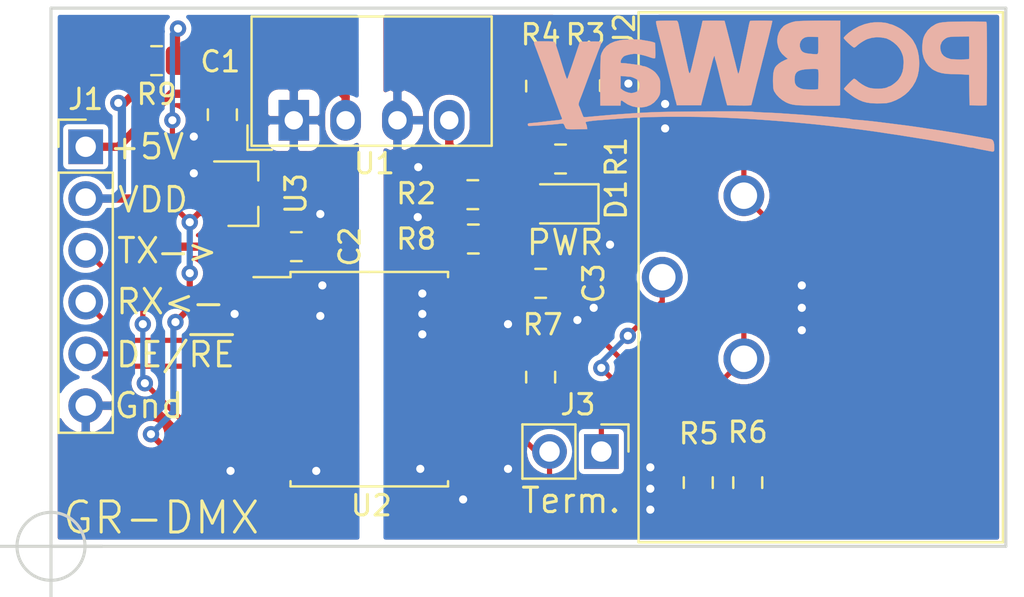
<source format=kicad_pcb>
(kicad_pcb (version 20171130) (host pcbnew "(5.1.2-1)-1")

  (general
    (thickness 1.6)
    (drawings 14)
    (tracks 164)
    (zones 0)
    (modules 20)
    (nets 19)
  )

  (page A4)
  (layers
    (0 F.Cu signal)
    (31 B.Cu signal)
    (32 B.Adhes user hide)
    (33 F.Adhes user hide)
    (34 B.Paste user hide)
    (35 F.Paste user)
    (36 B.SilkS user)
    (37 F.SilkS user)
    (38 B.Mask user hide)
    (39 F.Mask user hide)
    (40 Dwgs.User user hide)
    (41 Cmts.User user hide)
    (42 Eco1.User user hide)
    (43 Eco2.User user hide)
    (44 Edge.Cuts user)
    (45 Margin user hide)
    (46 B.CrtYd user hide)
    (47 F.CrtYd user hide)
    (48 B.Fab user hide)
    (49 F.Fab user hide)
  )

  (setup
    (last_trace_width 0.25)
    (user_trace_width 0.2032)
    (user_trace_width 0.254)
    (user_trace_width 0.3048)
    (user_trace_width 0.4064)
    (user_trace_width 0.6096)
    (user_trace_width 1.016)
    (trace_clearance 0.2)
    (zone_clearance 0.254)
    (zone_45_only yes)
    (trace_min 0.1524)
    (via_size 0.8)
    (via_drill 0.4)
    (via_min_size 0.658)
    (via_min_drill 0.3)
    (uvia_size 0.3)
    (uvia_drill 0.1)
    (uvias_allowed no)
    (uvia_min_size 0.2)
    (uvia_min_drill 0.1)
    (edge_width 0.15)
    (segment_width 0.2)
    (pcb_text_width 0.3)
    (pcb_text_size 1.5 1.5)
    (mod_edge_width 0.15)
    (mod_text_size 0.8 0.8)
    (mod_text_width 0.15)
    (pad_size 1.5 2)
    (pad_drill 0.9)
    (pad_to_mask_clearance 0)
    (aux_axis_origin 180.211 146.771)
    (grid_origin 180.211 146.771)
    (visible_elements FFFFFF7F)
    (pcbplotparams
      (layerselection 0x010f8_ffffffff)
      (usegerberextensions false)
      (usegerberattributes false)
      (usegerberadvancedattributes false)
      (creategerberjobfile false)
      (excludeedgelayer true)
      (linewidth 0.152400)
      (plotframeref false)
      (viasonmask false)
      (mode 1)
      (useauxorigin false)
      (hpglpennumber 1)
      (hpglpenspeed 20)
      (hpglpendiameter 15.000000)
      (psnegative false)
      (psa4output false)
      (plotreference true)
      (plotvalue false)
      (plotinvisibletext false)
      (padsonsilk false)
      (subtractmaskfromsilk false)
      (outputformat 1)
      (mirror false)
      (drillshape 0)
      (scaleselection 1)
      (outputdirectory "Output/"))
  )

  (net 0 "")
  (net 1 GNDREF)
  (net 2 +5V)
  (net 3 "Net-(D1-Pad2)")
  (net 4 GND)
  (net 5 VCC)
  (net 6 VDD)
  (net 7 "Net-(J1-Pad3)")
  (net 8 "Net-(J1-Pad4)")
  (net 9 "Net-(J1-Pad5)")
  (net 10 "Net-(J2-Pad1)")
  (net 11 "Net-(J2-Pad3)")
  (net 12 "Net-(J2-Pad2)")
  (net 13 "Net-(R4-Pad1)")
  (net 14 "Net-(U2-Pad10)")
  (net 15 "Net-(U2-Pad11)")
  (net 16 "Net-(U2-Pad14)")
  (net 17 "Net-(J3-Pad1)")
  (net 18 "Net-(R9-Pad1)")

  (net_class Default "This is the default net class."
    (clearance 0.2)
    (trace_width 0.25)
    (via_dia 0.8)
    (via_drill 0.4)
    (uvia_dia 0.3)
    (uvia_drill 0.1)
    (add_net +5V)
    (add_net GND)
    (add_net GNDREF)
    (add_net "Net-(D1-Pad2)")
    (add_net "Net-(J1-Pad3)")
    (add_net "Net-(J1-Pad4)")
    (add_net "Net-(J1-Pad5)")
    (add_net "Net-(J2-Pad1)")
    (add_net "Net-(J2-Pad2)")
    (add_net "Net-(J2-Pad3)")
    (add_net "Net-(J3-Pad1)")
    (add_net "Net-(R4-Pad1)")
    (add_net "Net-(R9-Pad1)")
    (add_net "Net-(U2-Pad10)")
    (add_net "Net-(U2-Pad11)")
    (add_net "Net-(U2-Pad14)")
    (add_net VCC)
    (add_net VDD)
  )

  (net_class PWR ""
    (clearance 0.254)
    (trace_width 0.508)
    (via_dia 0.8)
    (via_drill 0.4)
    (uvia_dia 0.3)
    (uvia_drill 0.1)
  )

  (net_class Signals ""
    (clearance 0.254)
    (trace_width 0.4064)
    (via_dia 0.8)
    (via_drill 0.4)
    (uvia_dia 0.3)
    (uvia_drill 0.1)
  )

  (module "_Custom_Footprints:pcb way logo" locked (layer B.Cu) (tedit 0) (tstamp 60DA608A)
    (at 215.011 124.871 180)
    (fp_text reference G*** (at 0 0) (layer B.SilkS) hide
      (effects (font (size 1.524 1.524) (thickness 0.3)) (justify mirror))
    )
    (fp_text value LOGO (at 0.75 0) (layer B.SilkS) hide
      (effects (font (size 1.524 1.524) (thickness 0.3)) (justify mirror))
    )
    (fp_poly (pts (xy 10.941751 2.86953) (xy 11.034044 2.863302) (xy 11.090937 2.848355) (xy 11.117548 2.821094)
      (xy 11.118996 2.777928) (xy 11.1004 2.715261) (xy 11.06688 2.629502) (xy 11.046612 2.5781)
      (xy 11.003013 2.464628) (xy 10.960072 2.350996) (xy 10.926076 2.259161) (xy 10.922 2.2479)
      (xy 10.890423 2.161388) (xy 10.849025 2.049481) (xy 10.805991 1.934288) (xy 10.799753 1.9177)
      (xy 10.752167 1.790368) (xy 10.700245 1.650019) (xy 10.655045 1.526542) (xy 10.654122 1.524)
      (xy 10.616622 1.421965) (xy 10.581593 1.328856) (xy 10.555917 1.262934) (xy 10.553619 1.2573)
      (xy 10.530664 1.197148) (xy 10.498007 1.106187) (xy 10.461877 1.001846) (xy 10.453769 0.9779)
      (xy 10.416205 0.867189) (xy 10.388152 0.787235) (xy 10.363191 0.720559) (xy 10.3349 0.649682)
      (xy 10.318485 0.6096) (xy 10.294763 0.548093) (xy 10.263994 0.46356) (xy 10.248367 0.4191)
      (xy 10.216029 0.328884) (xy 10.184411 0.245514) (xy 10.172459 0.2159) (xy 10.13949 0.133185)
      (xy 10.113576 0.0635) (xy 10.060957 -0.083985) (xy 10.005294 -0.238058) (xy 9.949596 -0.3906)
      (xy 9.896869 -0.533493) (xy 9.850123 -0.658618) (xy 9.812364 -0.757855) (xy 9.786601 -0.823087)
      (xy 9.777295 -0.844205) (xy 9.754822 -0.894763) (xy 9.754404 -0.931413) (xy 9.782027 -0.957549)
      (xy 9.843676 -0.976565) (xy 9.945338 -0.991853) (xy 10.0584 -1.003577) (xy 10.154068 -1.013432)
      (xy 10.28116 -1.027601) (xy 10.420715 -1.043932) (xy 10.5156 -1.055489) (xy 10.689517 -1.076871)
      (xy 10.82766 -1.093239) (xy 10.944623 -1.106176) (xy 11.055002 -1.117266) (xy 11.173393 -1.12809)
      (xy 11.233149 -1.133294) (xy 11.332288 -1.142985) (xy 11.391112 -1.153508) (xy 11.420014 -1.168775)
      (xy 11.429385 -1.1927) (xy 11.429999 -1.207411) (xy 11.415964 -1.258174) (xy 11.394359 -1.278241)
      (xy 11.36101 -1.279792) (xy 11.2848 -1.277645) (xy 11.173489 -1.272337) (xy 11.03484 -1.264408)
      (xy 10.876613 -1.254396) (xy 10.706569 -1.24284) (xy 10.532471 -1.230279) (xy 10.36208 -1.217251)
      (xy 10.203156 -1.204296) (xy 10.063462 -1.191951) (xy 9.950758 -1.180756) (xy 9.8933 -1.174049)
      (xy 9.80487 -1.164727) (xy 9.733206 -1.160864) (xy 9.701121 -1.162365) (xy 9.670543 -1.189154)
      (xy 9.635625 -1.249055) (xy 9.616279 -1.295641) (xy 9.597266 -1.345398) (xy 9.576233 -1.383223)
      (xy 9.546533 -1.410619) (xy 9.501522 -1.429087) (xy 9.434553 -1.440129) (xy 9.338983 -1.445248)
      (xy 9.208164 -1.445945) (xy 9.035453 -1.443723) (xy 8.9662 -1.442572) (xy 8.5217 -1.4351)
      (xy 8.526639 -1.345472) (xy 8.541657 -1.259388) (xy 8.569789 -1.182194) (xy 8.59313 -1.126869)
      (xy 8.597948 -1.092496) (xy 8.597406 -1.091402) (xy 8.566632 -1.078136) (xy 8.494993 -1.062243)
      (xy 8.392259 -1.045187) (xy 8.268202 -1.028429) (xy 8.132591 -1.013435) (xy 8.001 -1.002085)
      (xy 7.880738 -0.993106) (xy 7.732557 -0.981733) (xy 7.579169 -0.969721) (xy 7.493 -0.96285)
      (xy 7.010429 -0.925824) (xy 6.563164 -0.89557) (xy 6.138348 -0.871582) (xy 5.723121 -0.853352)
      (xy 5.304626 -0.840373) (xy 4.870005 -0.832137) (xy 4.406399 -0.828138) (xy 4.064 -0.827582)
      (xy 3.70564 -0.828459) (xy 3.376837 -0.830693) (xy 3.068014 -0.834549) (xy 2.769592 -0.840297)
      (xy 2.471992 -0.848203) (xy 2.165636 -0.858535) (xy 1.840947 -0.871562) (xy 1.488346 -0.88755)
      (xy 1.098255 -0.906768) (xy 0.9398 -0.91489) (xy 0.623408 -0.932526) (xy 0.274421 -0.954221)
      (xy -0.095155 -0.979089) (xy -0.473314 -1.006244) (xy -0.84805 -1.034797) (xy -1.207356 -1.063862)
      (xy -1.539228 -1.092553) (xy -1.8161 -1.118453) (xy -1.964562 -1.132806) (xy -2.127038 -1.148199)
      (xy -2.277416 -1.16217) (xy -2.3368 -1.167572) (xy -2.514025 -1.184428) (xy -2.732042 -1.206598)
      (xy -2.981247 -1.232996) (xy -3.252037 -1.262535) (xy -3.534808 -1.294128) (xy -3.819957 -1.326689)
      (xy -4.097881 -1.35913) (xy -4.358976 -1.390366) (xy -4.593638 -1.419309) (xy -4.792265 -1.444872)
      (xy -4.81965 -1.448522) (xy -4.948405 -1.465751) (xy -5.091174 -1.484818) (xy -5.18795 -1.49772)
      (xy -5.472592 -1.536675) (xy -5.742159 -1.575588) (xy -5.8928 -1.598426) (xy -6.103288 -1.630921)
      (xy -6.273467 -1.656851) (xy -6.413186 -1.677699) (xy -6.532297 -1.694942) (xy -6.5786 -1.701473)
      (xy -6.700755 -1.719395) (xy -6.834931 -1.740296) (xy -6.9088 -1.752401) (xy -7.02736 -1.771951)
      (xy -7.154652 -1.792293) (xy -7.2263 -1.8034) (xy -7.344215 -1.821722) (xy -7.472588 -1.842243)
      (xy -7.5311 -1.851822) (xy -7.625804 -1.867225) (xy -7.749763 -1.886994) (xy -7.882022 -1.907799)
      (xy -7.9375 -1.91643) (xy -8.076352 -1.938647) (xy -8.225299 -1.963595) (xy -8.358626 -1.986937)
      (xy -8.396499 -1.99386) (xy -8.503232 -2.013103) (xy -8.599587 -2.029466) (xy -8.667548 -2.03991)
      (xy -8.675899 -2.040991) (xy -8.713272 -2.046171) (xy -8.766917 -2.054833) (xy -8.843103 -2.068099)
      (xy -8.948101 -2.087093) (xy -9.088178 -2.112939) (xy -9.269605 -2.146759) (xy -9.3472 -2.161281)
      (xy -9.460378 -2.182322) (xy -9.582291 -2.20476) (xy -9.6266 -2.212846) (xy -9.78495 -2.241744)
      (xy -9.902302 -2.263488) (xy -9.987668 -2.279849) (xy -10.050061 -2.292596) (xy -10.098493 -2.3035)
      (xy -10.137547 -2.313188) (xy -10.222708 -2.329583) (xy -10.302451 -2.336785) (xy -10.305207 -2.3368)
      (xy -10.389259 -2.344859) (xy -10.45466 -2.359459) (xy -10.522408 -2.377393) (xy -10.614094 -2.398167)
      (xy -10.668 -2.409133) (xy -10.754195 -2.425812) (xy -10.871623 -2.448549) (xy -11.001646 -2.473736)
      (xy -11.075636 -2.488073) (xy -11.215799 -2.515642) (xy -11.31334 -2.532315) (xy -11.375922 -2.534407)
      (xy -11.411207 -2.518235) (xy -11.426859 -2.480114) (xy -11.430538 -2.41636) (xy -11.429913 -2.32329)
      (xy -11.429906 -2.31775) (xy -11.422505 -2.162627) (xy -11.398697 -2.050643) (xy -11.35584 -1.976033)
      (xy -11.291294 -1.933037) (xy -11.248185 -1.921243) (xy -11.173025 -1.907653) (xy -11.076152 -1.890428)
      (xy -11.0236 -1.881187) (xy -10.912621 -1.861549) (xy -10.790409 -1.839613) (xy -10.73785 -1.830069)
      (xy -10.519036 -1.79046) (xy -10.293835 -1.750321) (xy -10.07161 -1.711273) (xy -9.861723 -1.674935)
      (xy -9.673534 -1.642929) (xy -9.516406 -1.616876) (xy -9.399701 -1.598394) (xy -9.398 -1.598137)
      (xy -9.279182 -1.579733) (xy -9.151668 -1.559339) (xy -9.0805 -1.547618) (xy -8.848233 -1.510123)
      (xy -8.590469 -1.470995) (xy -8.4328 -1.448164) (xy -8.310512 -1.430283) (xy -8.176216 -1.409896)
      (xy -8.1026 -1.398354) (xy -7.984204 -1.379923) (xy -7.850051 -1.359726) (xy -7.7597 -1.346534)
      (xy -7.63307 -1.328344) (xy -7.493061 -1.308145) (xy -7.4041 -1.295261) (xy -7.2849 -1.27858)
      (xy -7.146108 -1.260064) (xy -7.0231 -1.244389) (xy -6.891528 -1.227993) (xy -6.7471 -1.209736)
      (xy -6.6294 -1.194644) (xy -6.504381 -1.178577) (xy -6.360295 -1.160258) (xy -6.22935 -1.143779)
      (xy -6.092834 -1.126668) (xy -5.94003 -1.107434) (xy -5.81025 -1.091028) (xy -5.611587 -1.066931)
      (xy -5.399058 -1.043047) (xy -5.18541 -1.020659) (xy -4.983395 -1.001055) (xy -4.805763 -0.985521)
      (xy -4.665262 -0.975343) (xy -4.6609 -0.975084) (xy -4.552447 -0.966681) (xy -4.458922 -0.955795)
      (xy -4.395258 -0.944304) (xy -4.3815 -0.939959) (xy -4.333971 -0.928502) (xy -4.250626 -0.916483)
      (xy -4.146384 -0.905899) (xy -4.1021 -0.90251) (xy -3.967084 -0.892391) (xy -3.809864 -0.879425)
      (xy -3.658769 -0.865973) (xy -3.6195 -0.862256) (xy -3.485673 -0.849858) (xy -3.324313 -0.835644)
      (xy -3.158541 -0.821621) (xy -3.048 -0.812655) (xy -2.887342 -0.799751) (xy -2.708169 -0.785069)
      (xy -2.53639 -0.770746) (xy -2.4384 -0.762418) (xy -2.303186 -0.751343) (xy -2.136186 -0.73848)
      (xy -1.956314 -0.725246) (xy -1.782484 -0.713054) (xy -1.7399 -0.710182) (xy -1.564178 -0.698399)
      (xy -1.371013 -0.685368) (xy -1.181737 -0.672531) (xy -1.017682 -0.661333) (xy -0.9906 -0.659474)
      (xy -0.831218 -0.649552) (xy -0.643355 -0.639458) (xy -0.449316 -0.63031) (xy -0.271404 -0.623222)
      (xy -0.254 -0.622624) (xy -0.082693 -0.615607) (xy 0.103789 -0.605934) (xy 0.284472 -0.594807)
      (xy 0.438378 -0.583429) (xy 0.4572 -0.581832) (xy 0.558902 -0.575794) (xy 0.711224 -0.570909)
      (xy 0.913997 -0.567179) (xy 1.167054 -0.564605) (xy 1.470227 -0.563187) (xy 1.823348 -0.562927)
      (xy 2.226249 -0.563826) (xy 2.678763 -0.565884) (xy 2.8194 -0.566699) (xy 3.244497 -0.569491)
      (xy 3.624182 -0.572519) (xy 3.963842 -0.575927) (xy 4.268864 -0.579858) (xy 4.544637 -0.584457)
      (xy 4.796546 -0.589867) (xy 5.029981 -0.596232) (xy 5.250328 -0.603696) (xy 5.462974 -0.612402)
      (xy 5.673308 -0.622495) (xy 5.886716 -0.634118) (xy 6.108586 -0.647415) (xy 6.2992 -0.659576)
      (xy 6.544222 -0.675725) (xy 6.760931 -0.690472) (xy 6.959533 -0.704625) (xy 7.150233 -0.718991)
      (xy 7.343241 -0.734378) (xy 7.548761 -0.751594) (xy 7.777001 -0.771447) (xy 8.038167 -0.794743)
      (xy 8.255 -0.814346) (xy 8.412969 -0.828557) (xy 8.527733 -0.838136) (xy 8.606675 -0.843058)
      (xy 8.65718 -0.843297) (xy 8.686633 -0.83883) (xy 8.702418 -0.829631) (xy 8.711919 -0.815675)
      (xy 8.713456 -0.8128) (xy 8.731032 -0.772796) (xy 8.760765 -0.698334) (xy 8.797412 -0.602683)
      (xy 8.813821 -0.5588) (xy 8.852285 -0.457189) (xy 8.886587 -0.370198) (xy 8.911262 -0.311548)
      (xy 8.917372 -0.298794) (xy 8.933576 -0.262712) (xy 8.940378 -0.225145) (xy 8.935878 -0.177617)
      (xy 8.918179 -0.111648) (xy 8.885381 -0.018762) (xy 8.835587 0.109521) (xy 8.813494 0.1651)
      (xy 8.78775 0.231507) (xy 8.748976 0.333767) (xy 8.701601 0.460031) (xy 8.650052 0.598447)
      (xy 8.598756 0.737162) (xy 8.552143 0.864327) (xy 8.547783 0.8763) (xy 8.512579 0.972337)
      (xy 8.46743 1.094461) (xy 8.415499 1.234222) (xy 8.359952 1.38317) (xy 8.303953 1.532857)
      (xy 8.250667 1.674831) (xy 8.203258 1.800644) (xy 8.164892 1.901845) (xy 8.138732 1.969985)
      (xy 8.129203 1.9939) (xy 8.10913 2.044316) (xy 8.079028 2.123562) (xy 8.0518 2.1971)
      (xy 8.010221 2.310243) (xy 7.980629 2.389119) (xy 7.957808 2.447263) (xy 7.936543 2.49821)
      (xy 7.929477 2.5146) (xy 7.902851 2.582545) (xy 7.873575 2.666703) (xy 7.847018 2.750326)
      (xy 7.828547 2.816664) (xy 7.8232 2.846203) (xy 7.848086 2.854948) (xy 7.92081 2.861165)
      (xy 8.038467 2.864755) (xy 8.19815 2.865617) (xy 8.347393 2.864366) (xy 8.871586 2.8575)
      (xy 9.118463 2.1209) (xy 9.180564 1.935835) (xy 9.237928 1.76532) (xy 9.288441 1.615596)
      (xy 9.329995 1.492905) (xy 9.360477 1.403488) (xy 9.377777 1.353585) (xy 9.380488 1.3462)
      (xy 9.396405 1.301406) (xy 9.420854 1.227703) (xy 9.437968 1.174365) (xy 9.464605 1.098384)
      (xy 9.488255 1.044701) (xy 9.499426 1.028808) (xy 9.51083 1.033261) (xy 9.527373 1.060235)
      (xy 9.550191 1.113073) (xy 9.580419 1.195115) (xy 9.619192 1.309702) (xy 9.667646 1.460177)
      (xy 9.726917 1.64988) (xy 9.798139 1.882153) (xy 9.87054 2.1209) (xy 9.907529 2.242238)
      (xy 9.940803 2.349402) (xy 9.966793 2.431025) (xy 9.981929 2.475741) (xy 9.982219 2.4765)
      (xy 10.001098 2.531929) (xy 10.025215 2.610725) (xy 10.034115 2.6416) (xy 10.055404 2.717587)
      (xy 10.075167 2.774588) (xy 10.100501 2.815326) (xy 10.138501 2.84252) (xy 10.196264 2.858889)
      (xy 10.280884 2.867154) (xy 10.399458 2.870035) (xy 10.559082 2.870251) (xy 10.630485 2.8702)
      (xy 10.808938 2.870632) (xy 10.941751 2.86953)) (layer B.SilkS) (width 0.01))
    (fp_poly (pts (xy 6.374051 2.963366) (xy 6.534973 2.958054) (xy 6.687105 2.949813) (xy 6.818563 2.938907)
      (xy 6.9088 2.927132) (xy 7.166464 2.864128) (xy 7.386143 2.769718) (xy 7.56685 2.644696)
      (xy 7.707601 2.489858) (xy 7.807409 2.305998) (xy 7.85082 2.167245) (xy 7.856694 2.116434)
      (xy 7.861997 2.019777) (xy 7.866681 1.882223) (xy 7.870695 1.708723) (xy 7.873989 1.504228)
      (xy 7.876515 1.273689) (xy 7.878221 1.022055) (xy 7.879059 0.754277) (xy 7.878978 0.475307)
      (xy 7.877928 0.190094) (xy 7.87586 -0.096411) (xy 7.874744 -0.20955) (xy 7.874 -0.2794)
      (xy 6.8834 -0.2794) (xy 6.881614 -0.18415) (xy 6.875988 -0.087279) (xy 6.859568 -0.037279)
      (xy 6.826213 -0.030437) (xy 6.769778 -0.063037) (xy 6.730917 -0.093022) (xy 6.528512 -0.224926)
      (xy 6.305413 -0.316199) (xy 6.070831 -0.364866) (xy 5.833973 -0.368954) (xy 5.620289 -0.331176)
      (xy 5.41391 -0.248277) (xy 5.235986 -0.123391) (xy 5.087186 0.042941) (xy 5.014508 0.158159)
      (xy 4.984619 0.214355) (xy 4.964065 0.263604) (xy 4.951101 0.317165) (xy 4.943982 0.386294)
      (xy 4.940965 0.482249) (xy 4.940303 0.616287) (xy 4.9403 0.637007) (xy 4.940719 0.754567)
      (xy 5.939747 0.754567) (xy 5.945868 0.621594) (xy 5.949934 0.60325) (xy 5.985283 0.499964)
      (xy 6.038919 0.43254) (xy 6.124436 0.386614) (xy 6.169343 0.371435) (xy 6.275488 0.343441)
      (xy 6.362466 0.335245) (xy 6.453554 0.346858) (xy 6.54929 0.371648) (xy 6.64924 0.40918)
      (xy 6.745627 0.459168) (xy 6.78815 0.488082) (xy 6.8834 0.563069) (xy 6.8834 1.175704)
      (xy 6.67385 1.156668) (xy 6.571854 1.147871) (xy 6.486772 1.141384) (xy 6.433388 1.138311)
      (xy 6.4262 1.138211) (xy 6.363068 1.126765) (xy 6.274708 1.096245) (xy 6.179029 1.054403)
      (xy 6.093942 1.008994) (xy 6.041338 0.971591) (xy 5.972709 0.875821) (xy 5.939747 0.754567)
      (xy 4.940719 0.754567) (xy 4.940799 0.776953) (xy 4.943465 0.877469) (xy 4.950044 0.949922)
      (xy 4.962286 1.00568) (xy 4.98194 1.056111) (xy 5.010753 1.112582) (xy 5.014534 1.119607)
      (xy 5.077448 1.217687) (xy 5.1574 1.318344) (xy 5.205034 1.368558) (xy 5.285856 1.433962)
      (xy 5.389578 1.501342) (xy 5.502645 1.563625) (xy 5.6115 1.613736) (xy 5.702589 1.644604)
      (xy 5.746355 1.651) (xy 5.803451 1.659476) (xy 5.83057 1.67261) (xy 5.865458 1.685566)
      (xy 5.937495 1.701337) (xy 6.033337 1.717163) (xy 6.0706 1.722278) (xy 6.205962 1.739909)
      (xy 6.35533 1.759424) (xy 6.486908 1.776669) (xy 6.4897 1.777036) (xy 6.600417 1.789978)
      (xy 6.704469 1.799414) (xy 6.781362 1.803521) (xy 6.78815 1.803568) (xy 6.851035 1.807548)
      (xy 6.877931 1.826093) (xy 6.8834 1.865449) (xy 6.863629 1.950347) (xy 6.812914 2.041152)
      (xy 6.744146 2.118098) (xy 6.697419 2.150531) (xy 6.612845 2.183516) (xy 6.497012 2.21509)
      (xy 6.369385 2.241073) (xy 6.249429 2.257284) (xy 6.184899 2.2606) (xy 6.081305 2.252234)
      (xy 5.945471 2.229454) (xy 5.792701 2.195742) (xy 5.6383 2.154581) (xy 5.497572 2.109451)
      (xy 5.461 2.095925) (xy 5.373424 2.066142) (xy 5.290712 2.044044) (xy 5.267809 2.039656)
      (xy 5.216272 2.035367) (xy 5.191528 2.052825) (xy 5.179982 2.104872) (xy 5.177551 2.124899)
      (xy 5.174134 2.190438) (xy 5.173761 2.291548) (xy 5.176326 2.413097) (xy 5.180242 2.511177)
      (xy 5.1943 2.799853) (xy 5.2832 2.832329) (xy 5.353341 2.852546) (xy 5.452663 2.874639)
      (xy 5.559974 2.893905) (xy 5.5626 2.894313) (xy 5.677861 2.913091) (xy 5.793439 2.93341)
      (xy 5.8801 2.950033) (xy 5.957361 2.959082) (xy 6.073362 2.964145) (xy 6.216219 2.965484)
      (xy 6.374051 2.963366)) (layer B.SilkS) (width 0.01))
    (fp_poly (pts (xy -2.826161 3.888604) (xy -2.547899 3.885702) (xy -2.298297 3.881231) (xy -2.081536 3.875271)
      (xy -1.901796 3.867901) (xy -1.76326 3.859201) (xy -1.670106 3.849252) (xy -1.652043 3.846118)
      (xy -1.511814 3.809359) (xy -1.36666 3.756716) (xy -1.233173 3.695249) (xy -1.127946 3.632021)
      (xy -1.102665 3.612326) (xy -0.971639 3.468909) (xy -0.874304 3.295237) (xy -0.814414 3.102098)
      (xy -0.795727 2.90028) (xy -0.808041 2.766075) (xy -0.85569 2.566701) (xy -0.928239 2.401811)
      (xy -1.03359 2.258017) (xy -1.179645 2.121929) (xy -1.19592 2.108919) (xy -1.314522 2.015169)
      (xy -1.149826 1.94342) (xy -0.999404 1.865906) (xy -0.86345 1.773398) (xy -0.754307 1.675281)
      (xy -0.692679 1.595897) (xy -0.643674 1.485989) (xy -0.610219 1.343592) (xy -0.591599 1.163695)
      (xy -0.587101 0.94129) (xy -0.588446 0.8636) (xy -0.592987 0.719002) (xy -0.59942 0.614043)
      (xy -0.609397 0.537564) (xy -0.624572 0.478406) (xy -0.646597 0.425408) (xy -0.656151 0.4064)
      (xy -0.753876 0.260044) (xy -0.889112 0.116632) (xy -1.049198 -0.012941) (xy -1.221469 -0.117778)
      (xy -1.31437 -0.159979) (xy -1.391698 -0.188515) (xy -1.470346 -0.212198) (xy -1.55594 -0.231518)
      (xy -1.654109 -0.246962) (xy -1.770477 -0.259017) (xy -1.910673 -0.268171) (xy -2.080323 -0.274912)
      (xy -2.285053 -0.279728) (xy -2.530491 -0.283105) (xy -2.757815 -0.285084) (xy -2.977534 -0.286331)
      (xy -3.18365 -0.286837) (xy -3.370072 -0.286637) (xy -3.530713 -0.285766) (xy -3.659482 -0.284259)
      (xy -3.750292 -0.28215) (xy -3.797052 -0.279474) (xy -3.799215 -0.279151) (xy -3.8735 -0.266203)
      (xy -3.878041 1.184547) (xy -2.818582 1.184547) (xy -2.817073 1.021154) (xy -2.816858 1.00502)
      (xy -2.814295 0.856885) (xy -2.810974 0.726325) (xy -2.807198 0.621829) (xy -2.803269 0.551884)
      (xy -2.7998 0.525388) (xy -2.771866 0.518289) (xy -2.702553 0.512947) (xy -2.601262 0.509762)
      (xy -2.477397 0.509135) (xy -2.429524 0.509607) (xy -2.265057 0.513623) (xy -2.14102 0.521235)
      (xy -2.047109 0.533535) (xy -1.973015 0.551613) (xy -1.9466 0.560712) (xy -1.812717 0.625543)
      (xy -1.721436 0.707944) (xy -1.66763 0.815751) (xy -1.646173 0.956802) (xy -1.64544 1.021055)
      (xy -1.656934 1.158) (xy -1.689294 1.267668) (xy -1.747132 1.353053) (xy -1.835059 1.417148)
      (xy -1.957686 1.462946) (xy -2.119625 1.493441) (xy -2.325487 1.511627) (xy -2.407225 1.515575)
      (xy -2.557358 1.520242) (xy -2.663947 1.519852) (xy -2.734033 1.51405) (xy -2.774655 1.502482)
      (xy -2.783707 1.496603) (xy -2.797929 1.477928) (xy -2.808051 1.444461) (xy -2.814549 1.389125)
      (xy -2.8179 1.304845) (xy -2.818582 1.184547) (xy -3.878041 1.184547) (xy -3.879999 1.809999)
      (xy -3.88244 2.590112) (xy -2.813181 2.590112) (xy -2.810644 2.467993) (xy -2.805187 2.370719)
      (xy -2.797283 2.309616) (xy -2.79461 2.300304) (xy -2.783084 2.271876) (xy -2.768266 2.252865)
      (xy -2.741647 2.242352) (xy -2.694719 2.239416) (xy -2.618975 2.243138) (xy -2.505906 2.252598)
      (xy -2.422709 2.260096) (xy -2.259121 2.280214) (xy -2.137508 2.309326) (xy -2.049305 2.351297)
      (xy -1.985948 2.409991) (xy -1.945487 2.475399) (xy -1.902792 2.61068) (xy -1.902858 2.746357)
      (xy -1.942613 2.871848) (xy -2.018982 2.976572) (xy -2.109711 3.041016) (xy -2.165453 3.066011)
      (xy -2.221264 3.081986) (xy -2.289857 3.090538) (xy -2.383946 3.093267) (xy -2.513896 3.091816)
      (xy -2.805291 3.0861) (xy -2.812327 2.725754) (xy -2.813181 2.590112) (xy -3.88244 2.590112)
      (xy -3.886497 3.8862) (xy -3.791099 3.887089) (xy -3.451942 3.889377) (xy -3.128903 3.889855)
      (xy -2.826161 3.888604)) (layer B.SilkS) (width 0.01))
    (fp_poly (pts (xy -10.126591 3.844228) (xy -9.929313 3.843139) (xy -9.735945 3.841192) (xy -9.553325 3.838394)
      (xy -9.38829 3.834755) (xy -9.247678 3.830284) (xy -9.138327 3.824989) (xy -9.1313 3.824541)
      (xy -8.956587 3.810675) (xy -8.820741 3.793302) (xy -8.711841 3.770008) (xy -8.617965 3.738376)
      (xy -8.5471 3.706161) (xy -8.339348 3.575875) (xy -8.169537 3.411834) (xy -8.037919 3.214314)
      (xy -7.972923 3.067989) (xy -7.940297 2.945556) (xy -7.917438 2.789796) (xy -7.905442 2.617438)
      (xy -7.905406 2.44521) (xy -7.918428 2.289839) (xy -7.920839 2.273633) (xy -7.978841 2.053731)
      (xy -8.078306 1.848794) (xy -8.213134 1.667826) (xy -8.377223 1.519831) (xy -8.473314 1.458208)
      (xy -8.658103 1.371987) (xy -8.859803 1.312819) (xy -9.08855 1.278442) (xy -9.331367 1.266769)
      (xy -9.489371 1.263875) (xy -9.664856 1.258708) (xy -9.831707 1.252114) (xy -9.9187 1.247719)
      (xy -10.1981 1.2319) (xy -10.2235 -0.2667) (xy -10.631411 -0.273655) (xy -10.77054 -0.27497)
      (xy -10.891505 -0.274108) (xy -10.985333 -0.271294) (xy -11.04305 -0.266751) (xy -11.056861 -0.263072)
      (xy -11.059598 -0.235523) (xy -11.062204 -0.161025) (xy -11.064646 -0.04343) (xy -11.066891 0.113411)
      (xy -11.068906 0.305646) (xy -11.070657 0.529424) (xy -11.072113 0.780894) (xy -11.073239 1.056204)
      (xy -11.074003 1.351503) (xy -11.074371 1.662939) (xy -11.0744 1.780735) (xy -11.074244 2.164842)
      (xy -11.074084 2.273478) (xy -10.206686 2.273478) (xy -10.205711 2.153396) (xy -10.203623 2.065736)
      (xy -10.200501 2.018535) (xy -10.19943 2.013607) (xy -10.170509 2.001425) (xy -10.100654 1.991956)
      (xy -9.999658 1.985252) (xy -9.87732 1.981367) (xy -9.743433 1.980352) (xy -9.607793 1.98226)
      (xy -9.480196 1.987143) (xy -9.370437 1.995054) (xy -9.288312 2.006046) (xy -9.275898 2.008657)
      (xy -9.094353 2.069302) (xy -8.955111 2.157988) (xy -8.857953 2.274965) (xy -8.802659 2.420484)
      (xy -8.7884 2.56289) (xy -8.792343 2.646367) (xy -8.802568 2.7078) (xy -8.8138 2.7305)
      (xy -8.835581 2.766536) (xy -8.8392 2.792544) (xy -8.857061 2.834911) (xy -8.902809 2.893041)
      (xy -8.940235 2.930168) (xy -9.005333 2.985814) (xy -9.066813 3.028095) (xy -9.133035 3.058917)
      (xy -9.21236 3.080186) (xy -9.313151 3.093808) (xy -9.443767 3.101691) (xy -9.612571 3.105741)
      (xy -9.7155 3.106939) (xy -10.1981 3.1115) (xy -10.204983 2.578757) (xy -10.20647 2.417944)
      (xy -10.206686 2.273478) (xy -11.074084 2.273478) (xy -11.073747 2.500914) (xy -11.072867 2.791711)
      (xy -11.071559 3.039997) (xy -11.069782 3.248535) (xy -11.067493 3.420088) (xy -11.064649 3.557417)
      (xy -11.061207 3.663286) (xy -11.057123 3.740457) (xy -11.052356 3.791693) (xy -11.046863 3.819757)
      (xy -11.04265 3.827039) (xy -11.009458 3.832215) (xy -10.932311 3.83647) (xy -10.818049 3.839811)
      (xy -10.673508 3.842249) (xy -10.505526 3.843791) (xy -10.320941 3.844448) (xy -10.126591 3.844228)) (layer B.SilkS) (width 0.01))
    (fp_poly (pts (xy 2.532456 3.889832) (xy 2.657716 3.888599) (xy 2.760042 3.886628) (xy 2.830218 3.883908)
      (xy 2.859028 3.880425) (xy 2.859131 3.880335) (xy 2.870932 3.849669) (xy 2.886371 3.786168)
      (xy 2.894808 3.743361) (xy 2.914947 3.643707) (xy 2.937976 3.544555) (xy 2.944905 3.5179)
      (xy 2.967687 3.428532) (xy 2.992133 3.324997) (xy 3.000082 3.2893) (xy 3.021346 3.193811)
      (xy 3.042446 3.102438) (xy 3.0494 3.0734) (xy 3.069674 2.990274) (xy 3.093142 2.894069)
      (xy 3.098966 2.8702) (xy 3.119846 2.781561) (xy 3.144823 2.671285) (xy 3.162504 2.5908)
      (xy 3.186527 2.483626) (xy 3.217016 2.353188) (xy 3.247891 2.225449) (xy 3.251763 2.2098)
      (xy 3.279067 2.09902) (xy 3.304077 1.996127) (xy 3.322385 1.91929) (xy 3.325692 1.905)
      (xy 3.370361 1.711357) (xy 3.405943 1.562349) (xy 3.434031 1.452947) (xy 3.456219 1.378121)
      (xy 3.474099 1.332842) (xy 3.489267 1.312082) (xy 3.503315 1.31081) (xy 3.511903 1.317344)
      (xy 3.532784 1.356941) (xy 3.552951 1.423368) (xy 3.556475 1.439407) (xy 3.566748 1.489444)
      (xy 3.578581 1.54598) (xy 3.59377 1.617408) (xy 3.614111 1.712121) (xy 3.6414 1.838512)
      (xy 3.677433 2.004974) (xy 3.683288 2.032) (xy 3.72666 2.233467) (xy 3.769819 2.436234)
      (xy 3.808996 2.622505) (xy 3.836623 2.7559) (xy 3.852659 2.832388) (xy 3.876453 2.943748)
      (xy 3.904813 3.075248) (xy 3.934547 3.212156) (xy 3.962463 3.339738) (xy 3.985368 3.443262)
      (xy 3.990713 3.4671) (xy 4.010052 3.559329) (xy 4.026819 3.649305) (xy 4.028207 3.6576)
      (xy 4.055076 3.774527) (xy 4.089715 3.85244) (xy 4.129567 3.885945) (xy 4.136931 3.886841)
      (xy 4.345495 3.88905) (xy 4.54253 3.889209) (xy 4.721766 3.88747) (xy 4.876936 3.883988)
      (xy 5.001773 3.878914) (xy 5.090008 3.872402) (xy 5.135374 3.864605) (xy 5.139404 3.862356)
      (xy 5.145247 3.849252) (xy 5.146076 3.823156) (xy 5.140926 3.779807) (xy 5.128834 3.714939)
      (xy 5.108838 3.624291) (xy 5.079975 3.503597) (xy 5.04128 3.348596) (xy 4.991792 3.155022)
      (xy 4.930548 2.918613) (xy 4.898082 2.794) (xy 4.865476 2.667856) (xy 4.83542 2.549524)
      (xy 4.811568 2.453503) (xy 4.798909 2.4003) (xy 4.775787 2.303417) (xy 4.750453 2.204447)
      (xy 4.748478 2.1971) (xy 4.72461 2.105348) (xy 4.702627 2.015622) (xy 4.700529 2.0066)
      (xy 4.684254 1.939014) (xy 4.659926 1.841453) (xy 4.632337 1.733091) (xy 4.627545 1.7145)
      (xy 4.574801 1.509431) (xy 4.526752 1.320887) (xy 4.485181 1.155968) (xy 4.451871 1.021776)
      (xy 4.428604 0.925408) (xy 4.420272 0.889) (xy 4.40403 0.821688) (xy 4.378762 0.72453)
      (xy 4.349429 0.61652) (xy 4.343963 0.5969) (xy 4.313978 0.486584) (xy 4.286853 0.381281)
      (xy 4.267782 0.301257) (xy 4.265814 0.2921) (xy 4.247455 0.204485) (xy 4.230429 0.123255)
      (xy 4.228551 0.1143) (xy 4.209852 0.04085) (xy 4.19199 -0.0127) (xy 4.173206 -0.070618)
      (xy 4.153088 -0.148808) (xy 4.149453 -0.1651) (xy 4.1275 -0.2667) (xy 2.938047 -0.2667)
      (xy 2.893177 -0.0889) (xy 2.868086 0.009446) (xy 2.83473 0.138709) (xy 2.797818 0.280692)
      (xy 2.76824 0.3937) (xy 2.735111 0.520353) (xy 2.704769 0.637322) (xy 2.680656 0.731281)
      (xy 2.666575 0.7874) (xy 2.644522 0.873764) (xy 2.619149 0.967425) (xy 2.6162 0.9779)
      (xy 2.591168 1.069487) (xy 2.568004 1.159124) (xy 2.56572 1.1684) (xy 2.548617 1.235871)
      (xy 2.523171 1.333261) (xy 2.494379 1.441473) (xy 2.489262 1.4605) (xy 2.458044 1.578672)
      (xy 2.427239 1.699113) (xy 2.403136 1.797197) (xy 2.401672 1.8034) (xy 2.366409 1.941706)
      (xy 2.333436 2.049421) (xy 2.304562 2.122787) (xy 2.281593 2.158044) (xy 2.266338 2.151435)
      (xy 2.260605 2.0992) (xy 2.2606 2.096696) (xy 2.250875 2.020759) (xy 2.237845 1.976046)
      (xy 2.216552 1.912822) (xy 2.193209 1.831697) (xy 2.18914 1.8161) (xy 2.164181 1.718938)
      (xy 2.138513 1.619802) (xy 2.136715 1.6129) (xy 2.105263 1.490582) (xy 2.071717 1.357498)
      (xy 2.040364 1.230881) (xy 2.015491 1.127962) (xy 2.00715 1.0922) (xy 1.979587 0.975023)
      (xy 1.9433 0.825859) (xy 1.901119 0.655861) (xy 1.855878 0.476179) (xy 1.810407 0.297964)
      (xy 1.767539 0.132369) (xy 1.730106 -0.009457) (xy 1.700939 -0.116362) (xy 1.694299 -0.1397)
      (xy 1.657617 -0.2667) (xy 1.069491 -0.273519) (xy 0.872546 -0.275198) (xy 0.721329 -0.274957)
      (xy 0.610798 -0.27258) (xy 0.535909 -0.267853) (xy 0.491621 -0.260563) (xy 0.47289 -0.250495)
      (xy 0.471765 -0.248119) (xy 0.460509 -0.205967) (xy 0.442497 -0.134359) (xy 0.431364 -0.0889)
      (xy 0.408486 0.002528) (xy 0.386331 0.086547) (xy 0.378578 0.1143) (xy 0.363845 0.169982)
      (xy 0.341079 0.261377) (xy 0.313671 0.3747) (xy 0.291144 0.4699) (xy 0.259688 0.604058)
      (xy 0.236509 0.70208) (xy 0.218289 0.777292) (xy 0.201711 0.843018) (xy 0.183458 0.912583)
      (xy 0.160214 0.999311) (xy 0.148882 1.0414) (xy 0.117117 1.160106) (xy 0.0908 1.260746)
      (xy 0.064449 1.364659) (xy 0.032584 1.493186) (xy 0.026561 1.51765) (xy 0.001936 1.617732)
      (xy -0.023503 1.721121) (xy -0.026562 1.73355) (xy -0.062832 1.879468) (xy -0.091806 1.99217)
      (xy -0.117699 2.087917) (xy -0.126945 2.1209) (xy -0.151296 2.214274) (xy -0.175148 2.316539)
      (xy -0.179472 2.3368) (xy -0.202089 2.433961) (xy -0.230564 2.541967) (xy -0.240947 2.5781)
      (xy -0.261252 2.650877) (xy -0.288878 2.756031) (xy -0.321933 2.885733) (xy -0.35852 3.032157)
      (xy -0.396745 3.187475) (xy -0.434712 3.343858) (xy -0.470528 3.49348) (xy -0.502296 3.628511)
      (xy -0.528122 3.741125) (xy -0.546111 3.823494) (xy -0.554369 3.86779) (xy -0.554459 3.873179)
      (xy -0.523918 3.878961) (xy -0.45192 3.883555) (xy -0.347737 3.886966) (xy -0.220638 3.889198)
      (xy -0.079893 3.890258) (xy 0.065228 3.890149) (xy 0.205456 3.888878) (xy 0.33152 3.886448)
      (xy 0.434151 3.882866) (xy 0.504078 3.878137) (xy 0.53178 3.87258) (xy 0.547402 3.846288)
      (xy 0.564882 3.793606) (xy 0.585844 3.708127) (xy 0.611912 3.58344) (xy 0.634504 3.4671)
      (xy 0.654403 3.365556) (xy 0.680383 3.237027) (xy 0.708666 3.099806) (xy 0.735475 2.97219)
      (xy 0.757031 2.872473) (xy 0.760377 2.8575) (xy 0.77832 2.774039) (xy 0.799698 2.669324)
      (xy 0.812631 2.6035) (xy 0.832633 2.503627) (xy 0.852741 2.409423) (xy 0.8636 2.3622)
      (xy 0.880611 2.286843) (xy 0.901294 2.187928) (xy 0.914568 2.1209) (xy 0.934794 2.017764)
      (xy 0.955077 1.917249) (xy 0.965565 1.8669) (xy 0.982392 1.78543) (xy 1.003342 1.680704)
      (xy 1.018543 1.60292) (xy 1.040573 1.500504) (xy 1.065117 1.403678) (xy 1.081736 1.34892)
      (xy 1.101631 1.298561) (xy 1.116971 1.287401) (xy 1.133013 1.318881) (xy 1.155009 1.396442)
      (xy 1.155156 1.397) (xy 1.173674 1.466752) (xy 1.195299 1.547245) (xy 1.195882 1.5494)
      (xy 1.218315 1.636652) (xy 1.240966 1.730949) (xy 1.243013 1.7399) (xy 1.260969 1.814112)
      (xy 1.287227 1.916925) (xy 1.316569 2.027975) (xy 1.321081 2.0447) (xy 1.350151 2.155161)
      (xy 1.376501 2.260569) (xy 1.395068 2.340579) (xy 1.396944 2.3495) (xy 1.409668 2.405685)
      (xy 1.43209 2.498761) (xy 1.462353 2.621461) (xy 1.498601 2.766515) (xy 1.538978 2.926655)
      (xy 1.581626 3.094614) (xy 1.624689 3.263123) (xy 1.666311 3.424914) (xy 1.704635 3.572717)
      (xy 1.737804 3.699266) (xy 1.763962 3.797292) (xy 1.781252 3.859527) (xy 1.787604 3.878872)
      (xy 1.815362 3.882449) (xy 1.884695 3.885376) (xy 1.986389 3.887641) (xy 2.111228 3.889232)
      (xy 2.249996 3.890136) (xy 2.393477 3.89034) (xy 2.532456 3.889832)) (layer B.SilkS) (width 0.01))
    (fp_poly (pts (xy -5.560911 3.803272) (xy -5.401501 3.788201) (xy -5.361481 3.782119) (xy -5.076571 3.712881)
      (xy -4.795154 3.603568) (xy -4.529552 3.460411) (xy -4.292089 3.289645) (xy -4.172403 3.180698)
      (xy -4.104182 3.111351) (xy -4.067054 3.067069) (xy -4.056004 3.037177) (xy -4.066021 3.011004)
      (xy -4.082614 2.98951) (xy -4.145914 2.918544) (xy -4.226202 2.837772) (xy -4.314442 2.755176)
      (xy -4.401595 2.678736) (xy -4.478625 2.616435) (xy -4.536493 2.576255) (xy -4.562821 2.5654)
      (xy -4.611019 2.583036) (xy -4.669978 2.627085) (xy -4.687898 2.644802) (xy -4.765385 2.713937)
      (xy -4.873187 2.793114) (xy -4.995161 2.871822) (xy -5.115163 2.939552) (xy -5.204077 2.980846)
      (xy -5.433434 3.047431) (xy -5.676004 3.074538) (xy -5.9055 3.060961) (xy -6.008013 3.043887)
      (xy -6.095873 3.026926) (xy -6.152947 3.013246) (xy -6.1595 3.01109) (xy -6.334764 2.928043)
      (xy -6.505094 2.813034) (xy -6.658737 2.676321) (xy -6.783938 2.528159) (xy -6.859486 2.4003)
      (xy -6.918748 2.264428) (xy -6.956631 2.151699) (xy -6.977719 2.041597) (xy -6.986598 1.913602)
      (xy -6.987951 1.825497) (xy -6.975849 1.585018) (xy -6.935027 1.377938) (xy -6.862071 1.193607)
      (xy -6.753568 1.021377) (xy -6.714078 0.971088) (xy -6.653022 0.907088) (xy -6.572446 0.836536)
      (xy -6.484014 0.768037) (xy -6.399391 0.710197) (xy -6.33024 0.671621) (xy -6.292974 0.6604)
      (xy -6.243816 0.646042) (xy -6.23443 0.639417) (xy -6.162525 0.601646) (xy -6.051915 0.573469)
      (xy -5.913856 0.555281) (xy -5.759604 0.547474) (xy -5.600413 0.550441) (xy -5.447539 0.564576)
      (xy -5.312237 0.59027) (xy -5.260917 0.605425) (xy -5.107137 0.671914) (xy -4.942548 0.767067)
      (xy -4.78661 0.878755) (xy -4.69571 0.957705) (xy -4.628347 1.011261) (xy -4.571856 1.036723)
      (xy -4.55601 1.037218) (xy -4.52428 1.017224) (xy -4.467719 0.968773) (xy -4.394591 0.900253)
      (xy -4.313161 0.820054) (xy -4.231693 0.736565) (xy -4.158452 0.658174) (xy -4.101702 0.59327)
      (xy -4.069709 0.550244) (xy -4.065589 0.539418) (xy -4.086112 0.510392) (xy -4.139138 0.459079)
      (xy -4.215794 0.392666) (xy -4.307208 0.31834) (xy -4.404508 0.243287) (xy -4.498819 0.174696)
      (xy -4.581271 0.119752) (xy -4.591249 0.113626) (xy -4.791482 0.003248) (xy -4.983731 -0.077389)
      (xy -5.181082 -0.131596) (xy -5.396619 -0.162684) (xy -5.64343 -0.173966) (xy -5.7277 -0.173965)
      (xy -5.862372 -0.172168) (xy -5.983352 -0.169393) (xy -6.07926 -0.165985) (xy -6.138712 -0.162287)
      (xy -6.1468 -0.161319) (xy -6.375963 -0.106574) (xy -6.613318 -0.013754) (xy -6.844756 0.109575)
      (xy -7.056167 0.255847) (xy -7.23344 0.417494) (xy -7.2406 0.425239) (xy -7.431262 0.662584)
      (xy -7.575989 0.91087) (xy -7.676975 1.175961) (xy -7.736416 1.463719) (xy -7.756507 1.78001)
      (xy -7.756496 1.8034) (xy -7.736786 2.124543) (xy -7.679727 2.414522) (xy -7.584026 2.67796)
      (xy -7.448391 2.919476) (xy -7.441557 2.929567) (xy -7.361341 3.030988) (xy -7.252021 3.147527)
      (xy -7.127068 3.266597) (xy -6.999958 3.37561) (xy -6.884164 3.461979) (xy -6.8453 3.486617)
      (xy -6.739634 3.545704) (xy -6.62761 3.602647) (xy -6.520935 3.652104) (xy -6.431316 3.688736)
      (xy -6.370457 3.7072) (xy -6.359195 3.7084) (xy -6.307149 3.719548) (xy -6.279806 3.731066)
      (xy -6.187409 3.762905) (xy -6.057033 3.786728) (xy -5.900965 3.801853) (xy -5.731495 3.807595)
      (xy -5.560911 3.803272)) (layer B.SilkS) (width 0.01))
  )

  (module Capacitor_SMD:C_0805_2012Metric_Pad1.15x1.40mm_HandSolder (layer F.Cu) (tedit 5B36C52B) (tstamp 65206FCE)
    (at 188.611 125.595999 270)
    (descr "Capacitor SMD 0805 (2012 Metric), square (rectangular) end terminal, IPC_7351 nominal with elongated pad for handsoldering. (Body size source: https://docs.google.com/spreadsheets/d/1BsfQQcO9C6DZCsRaXUlFlo91Tg2WpOkGARC1WS5S8t0/edit?usp=sharing), generated with kicad-footprint-generator")
    (tags "capacitor handsolder")
    (path /65227424)
    (attr smd)
    (fp_text reference C1 (at -2.6 0.1) (layer F.SilkS)
      (effects (font (size 1 1) (thickness 0.15)))
    )
    (fp_text value 100nF (at 0 1.65 90) (layer F.Fab)
      (effects (font (size 1 1) (thickness 0.15)))
    )
    (fp_line (start -1 0.6) (end -1 -0.6) (layer F.Fab) (width 0.1))
    (fp_line (start -1 -0.6) (end 1 -0.6) (layer F.Fab) (width 0.1))
    (fp_line (start 1 -0.6) (end 1 0.6) (layer F.Fab) (width 0.1))
    (fp_line (start 1 0.6) (end -1 0.6) (layer F.Fab) (width 0.1))
    (fp_line (start -0.261252 -0.71) (end 0.261252 -0.71) (layer F.SilkS) (width 0.12))
    (fp_line (start -0.261252 0.71) (end 0.261252 0.71) (layer F.SilkS) (width 0.12))
    (fp_line (start -1.85 0.95) (end -1.85 -0.95) (layer F.CrtYd) (width 0.05))
    (fp_line (start -1.85 -0.95) (end 1.85 -0.95) (layer F.CrtYd) (width 0.05))
    (fp_line (start 1.85 -0.95) (end 1.85 0.95) (layer F.CrtYd) (width 0.05))
    (fp_line (start 1.85 0.95) (end -1.85 0.95) (layer F.CrtYd) (width 0.05))
    (fp_text user %R (at 0 0 90) (layer F.Fab)
      (effects (font (size 0.5 0.5) (thickness 0.08)))
    )
    (pad 1 smd roundrect (at -1.025 0 270) (size 1.15 1.4) (layers F.Cu F.Paste F.Mask) (roundrect_rratio 0.217391)
      (net 2 +5V))
    (pad 2 smd roundrect (at 1.025 0 270) (size 1.15 1.4) (layers F.Cu F.Paste F.Mask) (roundrect_rratio 0.217391)
      (net 1 GNDREF))
    (model ${KISYS3DMOD}/Capacitor_SMD.3dshapes/C_0805_2012Metric.wrl
      (at (xyz 0 0 0))
      (scale (xyz 1 1 1))
      (rotate (xyz 0 0 0))
    )
  )

  (module Capacitor_SMD:C_0805_2012Metric_Pad1.15x1.40mm_HandSolder (layer F.Cu) (tedit 5B36C52B) (tstamp 65206FF0)
    (at 192.235999 132.071)
    (descr "Capacitor SMD 0805 (2012 Metric), square (rectangular) end terminal, IPC_7351 nominal with elongated pad for handsoldering. (Body size source: https://docs.google.com/spreadsheets/d/1BsfQQcO9C6DZCsRaXUlFlo91Tg2WpOkGARC1WS5S8t0/edit?usp=sharing), generated with kicad-footprint-generator")
    (tags "capacitor handsolder")
    (path /6524016C)
    (attr smd)
    (fp_text reference C2 (at 2.624999 0 270) (layer F.SilkS)
      (effects (font (size 1 1) (thickness 0.15)))
    )
    (fp_text value 100nF (at 0 1.65) (layer F.Fab)
      (effects (font (size 1 1) (thickness 0.15)))
    )
    (fp_line (start -1 0.6) (end -1 -0.6) (layer F.Fab) (width 0.1))
    (fp_line (start -1 -0.6) (end 1 -0.6) (layer F.Fab) (width 0.1))
    (fp_line (start 1 -0.6) (end 1 0.6) (layer F.Fab) (width 0.1))
    (fp_line (start 1 0.6) (end -1 0.6) (layer F.Fab) (width 0.1))
    (fp_line (start -0.261252 -0.71) (end 0.261252 -0.71) (layer F.SilkS) (width 0.12))
    (fp_line (start -0.261252 0.71) (end 0.261252 0.71) (layer F.SilkS) (width 0.12))
    (fp_line (start -1.85 0.95) (end -1.85 -0.95) (layer F.CrtYd) (width 0.05))
    (fp_line (start -1.85 -0.95) (end 1.85 -0.95) (layer F.CrtYd) (width 0.05))
    (fp_line (start 1.85 -0.95) (end 1.85 0.95) (layer F.CrtYd) (width 0.05))
    (fp_line (start 1.85 0.95) (end -1.85 0.95) (layer F.CrtYd) (width 0.05))
    (fp_text user %R (at 0 0) (layer F.Fab)
      (effects (font (size 0.5 0.5) (thickness 0.08)))
    )
    (pad 1 smd roundrect (at -1.025 0) (size 1.15 1.4) (layers F.Cu F.Paste F.Mask) (roundrect_rratio 0.217391)
      (net 6 VDD))
    (pad 2 smd roundrect (at 1.025 0) (size 1.15 1.4) (layers F.Cu F.Paste F.Mask) (roundrect_rratio 0.217391)
      (net 1 GNDREF))
    (model ${KISYS3DMOD}/Capacitor_SMD.3dshapes/C_0805_2012Metric.wrl
      (at (xyz 0 0 0))
      (scale (xyz 1 1 1))
      (rotate (xyz 0 0 0))
    )
  )

  (module Capacitor_SMD:C_0805_2012Metric_Pad1.15x1.40mm_HandSolder (layer F.Cu) (tedit 5B36C52B) (tstamp 65207001)
    (at 204.211 133.871 180)
    (descr "Capacitor SMD 0805 (2012 Metric), square (rectangular) end terminal, IPC_7351 nominal with elongated pad for handsoldering. (Body size source: https://docs.google.com/spreadsheets/d/1BsfQQcO9C6DZCsRaXUlFlo91Tg2WpOkGARC1WS5S8t0/edit?usp=sharing), generated with kicad-footprint-generator")
    (tags "capacitor handsolder")
    (path /65240CD1)
    (attr smd)
    (fp_text reference C3 (at -2.6 0 90) (layer F.SilkS)
      (effects (font (size 1 1) (thickness 0.15)))
    )
    (fp_text value 100nF (at 0 1.65) (layer F.Fab)
      (effects (font (size 1 1) (thickness 0.15)))
    )
    (fp_text user %R (at 0 0) (layer F.Fab)
      (effects (font (size 0.5 0.5) (thickness 0.08)))
    )
    (fp_line (start 1.85 0.95) (end -1.85 0.95) (layer F.CrtYd) (width 0.05))
    (fp_line (start 1.85 -0.95) (end 1.85 0.95) (layer F.CrtYd) (width 0.05))
    (fp_line (start -1.85 -0.95) (end 1.85 -0.95) (layer F.CrtYd) (width 0.05))
    (fp_line (start -1.85 0.95) (end -1.85 -0.95) (layer F.CrtYd) (width 0.05))
    (fp_line (start -0.261252 0.71) (end 0.261252 0.71) (layer F.SilkS) (width 0.12))
    (fp_line (start -0.261252 -0.71) (end 0.261252 -0.71) (layer F.SilkS) (width 0.12))
    (fp_line (start 1 0.6) (end -1 0.6) (layer F.Fab) (width 0.1))
    (fp_line (start 1 -0.6) (end 1 0.6) (layer F.Fab) (width 0.1))
    (fp_line (start -1 -0.6) (end 1 -0.6) (layer F.Fab) (width 0.1))
    (fp_line (start -1 0.6) (end -1 -0.6) (layer F.Fab) (width 0.1))
    (pad 2 smd roundrect (at 1.025 0 180) (size 1.15 1.4) (layers F.Cu F.Paste F.Mask) (roundrect_rratio 0.217391)
      (net 5 VCC))
    (pad 1 smd roundrect (at -1.025 0 180) (size 1.15 1.4) (layers F.Cu F.Paste F.Mask) (roundrect_rratio 0.217391)
      (net 4 GND))
    (model ${KISYS3DMOD}/Capacitor_SMD.3dshapes/C_0805_2012Metric.wrl
      (at (xyz 0 0 0))
      (scale (xyz 1 1 1))
      (rotate (xyz 0 0 0))
    )
  )

  (module LED_SMD:LED_0805_2012Metric_Pad1.15x1.40mm_HandSolder (layer F.Cu) (tedit 5B4B45C9) (tstamp 65207002)
    (at 205.186 129.971 180)
    (descr "LED SMD 0805 (2012 Metric), square (rectangular) end terminal, IPC_7351 nominal, (Body size source: https://docs.google.com/spreadsheets/d/1BsfQQcO9C6DZCsRaXUlFlo91Tg2WpOkGARC1WS5S8t0/edit?usp=sharing), generated with kicad-footprint-generator")
    (tags "LED handsolder")
    (path /6511CA5E)
    (attr smd)
    (fp_text reference D1 (at -2.725 0.2 90) (layer F.SilkS)
      (effects (font (size 1 1) (thickness 0.15)))
    )
    (fp_text value LED_Small_ALT (at 0 1.65) (layer F.Fab)
      (effects (font (size 1 1) (thickness 0.15)))
    )
    (fp_line (start 1 -0.6) (end -0.7 -0.6) (layer F.Fab) (width 0.1))
    (fp_line (start -0.7 -0.6) (end -1 -0.3) (layer F.Fab) (width 0.1))
    (fp_line (start -1 -0.3) (end -1 0.6) (layer F.Fab) (width 0.1))
    (fp_line (start -1 0.6) (end 1 0.6) (layer F.Fab) (width 0.1))
    (fp_line (start 1 0.6) (end 1 -0.6) (layer F.Fab) (width 0.1))
    (fp_line (start 1 -0.96) (end -1.86 -0.96) (layer F.SilkS) (width 0.12))
    (fp_line (start -1.86 -0.96) (end -1.86 0.96) (layer F.SilkS) (width 0.12))
    (fp_line (start -1.86 0.96) (end 1 0.96) (layer F.SilkS) (width 0.12))
    (fp_line (start -1.85 0.95) (end -1.85 -0.95) (layer F.CrtYd) (width 0.05))
    (fp_line (start -1.85 -0.95) (end 1.85 -0.95) (layer F.CrtYd) (width 0.05))
    (fp_line (start 1.85 -0.95) (end 1.85 0.95) (layer F.CrtYd) (width 0.05))
    (fp_line (start 1.85 0.95) (end -1.85 0.95) (layer F.CrtYd) (width 0.05))
    (fp_text user %R (at 0 0) (layer F.Fab)
      (effects (font (size 0.5 0.5) (thickness 0.08)))
    )
    (pad 1 smd roundrect (at -1.025 0 180) (size 1.15 1.4) (layers F.Cu F.Paste F.Mask) (roundrect_rratio 0.217391)
      (net 4 GND))
    (pad 2 smd roundrect (at 1.025 0 180) (size 1.15 1.4) (layers F.Cu F.Paste F.Mask) (roundrect_rratio 0.217391)
      (net 3 "Net-(D1-Pad2)"))
    (model ${KISYS3DMOD}/LED_SMD.3dshapes/LED_0805_2012Metric.wrl
      (at (xyz 0 0 0))
      (scale (xyz 1 1 1))
      (rotate (xyz 0 0 0))
    )
  )

  (module Connector_PinHeader_2.54mm:PinHeader_1x06_P2.54mm_Vertical (layer F.Cu) (tedit 59FED5CC) (tstamp 6520702D)
    (at 181.911 127.171)
    (descr "Through hole straight pin header, 1x06, 2.54mm pitch, single row")
    (tags "Through hole pin header THT 1x06 2.54mm single row")
    (path /652C040C)
    (fp_text reference J1 (at 0 -2.33) (layer F.SilkS)
      (effects (font (size 1 1) (thickness 0.15)))
    )
    (fp_text value Conn_01x06 (at 0 15.03) (layer F.Fab)
      (effects (font (size 1 1) (thickness 0.15)))
    )
    (fp_line (start -0.635 -1.27) (end 1.27 -1.27) (layer F.Fab) (width 0.1))
    (fp_line (start 1.27 -1.27) (end 1.27 13.97) (layer F.Fab) (width 0.1))
    (fp_line (start 1.27 13.97) (end -1.27 13.97) (layer F.Fab) (width 0.1))
    (fp_line (start -1.27 13.97) (end -1.27 -0.635) (layer F.Fab) (width 0.1))
    (fp_line (start -1.27 -0.635) (end -0.635 -1.27) (layer F.Fab) (width 0.1))
    (fp_line (start -1.33 14.03) (end 1.33 14.03) (layer F.SilkS) (width 0.12))
    (fp_line (start -1.33 1.27) (end -1.33 14.03) (layer F.SilkS) (width 0.12))
    (fp_line (start 1.33 1.27) (end 1.33 14.03) (layer F.SilkS) (width 0.12))
    (fp_line (start -1.33 1.27) (end 1.33 1.27) (layer F.SilkS) (width 0.12))
    (fp_line (start -1.33 0) (end -1.33 -1.33) (layer F.SilkS) (width 0.12))
    (fp_line (start -1.33 -1.33) (end 0 -1.33) (layer F.SilkS) (width 0.12))
    (fp_line (start -1.8 -1.8) (end -1.8 14.5) (layer F.CrtYd) (width 0.05))
    (fp_line (start -1.8 14.5) (end 1.8 14.5) (layer F.CrtYd) (width 0.05))
    (fp_line (start 1.8 14.5) (end 1.8 -1.8) (layer F.CrtYd) (width 0.05))
    (fp_line (start 1.8 -1.8) (end -1.8 -1.8) (layer F.CrtYd) (width 0.05))
    (fp_text user %R (at 0 6.35 90) (layer F.Fab)
      (effects (font (size 1 1) (thickness 0.15)))
    )
    (pad 1 thru_hole rect (at 0 0) (size 1.7 1.7) (drill 1) (layers *.Cu *.Mask)
      (net 2 +5V))
    (pad 2 thru_hole oval (at 0 2.54) (size 1.7 1.7) (drill 1) (layers *.Cu *.Mask)
      (net 6 VDD))
    (pad 3 thru_hole oval (at 0 5.08) (size 1.7 1.7) (drill 1) (layers *.Cu *.Mask)
      (net 7 "Net-(J1-Pad3)"))
    (pad 4 thru_hole oval (at 0 7.62) (size 1.7 1.7) (drill 1) (layers *.Cu *.Mask)
      (net 8 "Net-(J1-Pad4)"))
    (pad 5 thru_hole oval (at 0 10.16) (size 1.7 1.7) (drill 1) (layers *.Cu *.Mask)
      (net 9 "Net-(J1-Pad5)"))
    (pad 6 thru_hole oval (at 0 12.7) (size 1.7 1.7) (drill 1) (layers *.Cu *.Mask)
      (net 1 GNDREF))
    (model ${KISYS3DMOD}/Connector_PinHeader_2.54mm.3dshapes/PinHeader_1x06_P2.54mm_Vertical.wrl
      (at (xyz 0 0 0))
      (scale (xyz 1 1 1))
      (rotate (xyz 0 0 0))
    )
  )

  (module footprints:DIN3_XLR (layer F.Cu) (tedit 651B0F57) (tstamp 65207041)
    (at 212.711 133.571 270)
    (descr "Through hole straight pin header, 1x03, 2.54mm pitch, single row")
    (tags "Through hole pin header THT 1x03 2.54mm single row")
    (path /6526127B)
    (fp_text reference J2 (at -12.1 4.4 90) (layer F.SilkS)
      (effects (font (size 1 1) (thickness 0.15)))
    )
    (fp_text value XLR3 (at 0 4.7244 90) (layer F.Fab)
      (effects (font (size 1 1) (thickness 0.15)))
    )
    (fp_text user %R (at 0.0508 -0.5842 90) (layer F.Fab)
      (effects (font (size 1 1) (thickness 0.15)))
    )
    (fp_line (start -13 -15.16) (end 13 -15.16) (layer F.CrtYd) (width 0.05))
    (fp_line (start 13 -15.16) (end 13 3.7) (layer F.CrtYd) (width 0.05))
    (fp_line (start -13 3.7) (end 13 3.7) (layer F.CrtYd) (width 0.05))
    (fp_line (start -13 -15.16) (end -13 3.7) (layer F.CrtYd) (width 0.05))
    (fp_line (start -13 -14.16) (end 13 -14.16) (layer F.SilkS) (width 0.12))
    (fp_line (start 13 -14.16) (end 13 3.7) (layer F.SilkS) (width 0.12))
    (fp_line (start -13 -14.16) (end -13 3.7) (layer F.SilkS) (width 0.12))
    (fp_line (start -13 3.7) (end 13 3.7) (layer F.SilkS) (width 0.12))
    (fp_line (start -13 -15.16) (end -13 3.7) (layer F.Fab) (width 0.1))
    (fp_line (start -13 3.7) (end 13 3.7) (layer F.Fab) (width 0.1))
    (fp_line (start 13 -15.16) (end 13 3.7) (layer F.Fab) (width 0.1))
    (fp_line (start -13 -15.16) (end 13 -15.16) (layer F.Fab) (width 0.1))
    (pad 1 thru_hole circle (at -4 -1.46 270) (size 2 2) (drill 1.3) (layers *.Cu *.Mask)
      (net 10 "Net-(J2-Pad1)"))
    (pad 3 thru_hole circle (at 0 2.54 270) (size 2 2) (drill 1.3) (layers *.Cu *.Mask)
      (net 11 "Net-(J2-Pad3)"))
    (pad 2 thru_hole circle (at 4 -1.46 270) (size 2 2) (drill 1.3) (layers *.Cu *.Mask)
      (net 12 "Net-(J2-Pad2)"))
  )

  (module Resistor_SMD:R_0805_2012Metric_Pad1.15x1.40mm_HandSolder (layer F.Cu) (tedit 5B36C52B) (tstamp 65207072)
    (at 205.186001 127.771)
    (descr "Resistor SMD 0805 (2012 Metric), square (rectangular) end terminal, IPC_7351 nominal with elongated pad for handsoldering. (Body size source: https://docs.google.com/spreadsheets/d/1BsfQQcO9C6DZCsRaXUlFlo91Tg2WpOkGARC1WS5S8t0/edit?usp=sharing), generated with kicad-footprint-generator")
    (tags "resistor handsolder")
    (path /65233FE0)
    (attr smd)
    (fp_text reference R1 (at 2.724999 -0.1 270) (layer F.SilkS)
      (effects (font (size 1 1) (thickness 0.15)))
    )
    (fp_text value 1K (at 0 1.65) (layer F.Fab)
      (effects (font (size 1 1) (thickness 0.15)))
    )
    (fp_text user %R (at 0 0) (layer F.Fab)
      (effects (font (size 0.5 0.5) (thickness 0.08)))
    )
    (fp_line (start 1.85 0.95) (end -1.85 0.95) (layer F.CrtYd) (width 0.05))
    (fp_line (start 1.85 -0.95) (end 1.85 0.95) (layer F.CrtYd) (width 0.05))
    (fp_line (start -1.85 -0.95) (end 1.85 -0.95) (layer F.CrtYd) (width 0.05))
    (fp_line (start -1.85 0.95) (end -1.85 -0.95) (layer F.CrtYd) (width 0.05))
    (fp_line (start -0.261252 0.71) (end 0.261252 0.71) (layer F.SilkS) (width 0.12))
    (fp_line (start -0.261252 -0.71) (end 0.261252 -0.71) (layer F.SilkS) (width 0.12))
    (fp_line (start 1 0.6) (end -1 0.6) (layer F.Fab) (width 0.1))
    (fp_line (start 1 -0.6) (end 1 0.6) (layer F.Fab) (width 0.1))
    (fp_line (start -1 -0.6) (end 1 -0.6) (layer F.Fab) (width 0.1))
    (fp_line (start -1 0.6) (end -1 -0.6) (layer F.Fab) (width 0.1))
    (pad 2 smd roundrect (at 1.025 0) (size 1.15 1.4) (layers F.Cu F.Paste F.Mask) (roundrect_rratio 0.217391)
      (net 3 "Net-(D1-Pad2)"))
    (pad 1 smd roundrect (at -1.025 0) (size 1.15 1.4) (layers F.Cu F.Paste F.Mask) (roundrect_rratio 0.217391)
      (net 5 VCC))
    (model ${KISYS3DMOD}/Resistor_SMD.3dshapes/R_0805_2012Metric.wrl
      (at (xyz 0 0 0))
      (scale (xyz 1 1 1))
      (rotate (xyz 0 0 0))
    )
  )

  (module Resistor_SMD:R_0805_2012Metric_Pad1.15x1.40mm_HandSolder (layer F.Cu) (tedit 5B36C52B) (tstamp 65207083)
    (at 200.886 129.521 180)
    (descr "Resistor SMD 0805 (2012 Metric), square (rectangular) end terminal, IPC_7351 nominal with elongated pad for handsoldering. (Body size source: https://docs.google.com/spreadsheets/d/1BsfQQcO9C6DZCsRaXUlFlo91Tg2WpOkGARC1WS5S8t0/edit?usp=sharing), generated with kicad-footprint-generator")
    (tags "resistor handsolder")
    (path /6520492F)
    (attr smd)
    (fp_text reference R2 (at 2.775 0.05) (layer F.SilkS)
      (effects (font (size 1 1) (thickness 0.15)))
    )
    (fp_text value 510r (at 0 1.65) (layer F.Fab)
      (effects (font (size 1 1) (thickness 0.15)))
    )
    (fp_line (start -1 0.6) (end -1 -0.6) (layer F.Fab) (width 0.1))
    (fp_line (start -1 -0.6) (end 1 -0.6) (layer F.Fab) (width 0.1))
    (fp_line (start 1 -0.6) (end 1 0.6) (layer F.Fab) (width 0.1))
    (fp_line (start 1 0.6) (end -1 0.6) (layer F.Fab) (width 0.1))
    (fp_line (start -0.261252 -0.71) (end 0.261252 -0.71) (layer F.SilkS) (width 0.12))
    (fp_line (start -0.261252 0.71) (end 0.261252 0.71) (layer F.SilkS) (width 0.12))
    (fp_line (start -1.85 0.95) (end -1.85 -0.95) (layer F.CrtYd) (width 0.05))
    (fp_line (start -1.85 -0.95) (end 1.85 -0.95) (layer F.CrtYd) (width 0.05))
    (fp_line (start 1.85 -0.95) (end 1.85 0.95) (layer F.CrtYd) (width 0.05))
    (fp_line (start 1.85 0.95) (end -1.85 0.95) (layer F.CrtYd) (width 0.05))
    (fp_text user %R (at 0 0) (layer F.Fab)
      (effects (font (size 0.5 0.5) (thickness 0.08)))
    )
    (pad 1 smd roundrect (at -1.025 0 180) (size 1.15 1.4) (layers F.Cu F.Paste F.Mask) (roundrect_rratio 0.217391)
      (net 5 VCC))
    (pad 2 smd roundrect (at 1.025 0 180) (size 1.15 1.4) (layers F.Cu F.Paste F.Mask) (roundrect_rratio 0.217391)
      (net 4 GND))
    (model ${KISYS3DMOD}/Resistor_SMD.3dshapes/R_0805_2012Metric.wrl
      (at (xyz 0 0 0))
      (scale (xyz 1 1 1))
      (rotate (xyz 0 0 0))
    )
  )

  (module Resistor_SMD:R_0805_2012Metric_Pad1.15x1.40mm_HandSolder (layer F.Cu) (tedit 5B36C52B) (tstamp 65207094)
    (at 206.411 124.171 90)
    (descr "Resistor SMD 0805 (2012 Metric), square (rectangular) end terminal, IPC_7351 nominal with elongated pad for handsoldering. (Body size source: https://docs.google.com/spreadsheets/d/1BsfQQcO9C6DZCsRaXUlFlo91Tg2WpOkGARC1WS5S8t0/edit?usp=sharing), generated with kicad-footprint-generator")
    (tags "resistor handsolder")
    (path /65282B5E)
    (attr smd)
    (fp_text reference R3 (at 2.5 0 180) (layer F.SilkS)
      (effects (font (size 1 1) (thickness 0.15)))
    )
    (fp_text value DNI (at 0 1.65 90) (layer F.Fab)
      (effects (font (size 1 1) (thickness 0.15)))
    )
    (fp_text user %R (at 0 0 90) (layer F.Fab)
      (effects (font (size 0.5 0.5) (thickness 0.08)))
    )
    (fp_line (start 1.85 0.95) (end -1.85 0.95) (layer F.CrtYd) (width 0.05))
    (fp_line (start 1.85 -0.95) (end 1.85 0.95) (layer F.CrtYd) (width 0.05))
    (fp_line (start -1.85 -0.95) (end 1.85 -0.95) (layer F.CrtYd) (width 0.05))
    (fp_line (start -1.85 0.95) (end -1.85 -0.95) (layer F.CrtYd) (width 0.05))
    (fp_line (start -0.261252 0.71) (end 0.261252 0.71) (layer F.SilkS) (width 0.12))
    (fp_line (start -0.261252 -0.71) (end 0.261252 -0.71) (layer F.SilkS) (width 0.12))
    (fp_line (start 1 0.6) (end -1 0.6) (layer F.Fab) (width 0.1))
    (fp_line (start 1 -0.6) (end 1 0.6) (layer F.Fab) (width 0.1))
    (fp_line (start -1 -0.6) (end 1 -0.6) (layer F.Fab) (width 0.1))
    (fp_line (start -1 0.6) (end -1 -0.6) (layer F.Fab) (width 0.1))
    (pad 2 smd roundrect (at 1.025 0 90) (size 1.15 1.4) (layers F.Cu F.Paste F.Mask) (roundrect_rratio 0.217391)
      (net 4 GND))
    (pad 1 smd roundrect (at -1.025 0 90) (size 1.15 1.4) (layers F.Cu F.Paste F.Mask) (roundrect_rratio 0.217391)
      (net 12 "Net-(J2-Pad2)"))
    (model ${KISYS3DMOD}/Resistor_SMD.3dshapes/R_0805_2012Metric.wrl
      (at (xyz 0 0 0))
      (scale (xyz 1 1 1))
      (rotate (xyz 0 0 0))
    )
  )

  (module Resistor_SMD:R_0805_2012Metric_Pad1.15x1.40mm_HandSolder (layer F.Cu) (tedit 5B36C52B) (tstamp 652070A5)
    (at 204.211 124.196 90)
    (descr "Resistor SMD 0805 (2012 Metric), square (rectangular) end terminal, IPC_7351 nominal with elongated pad for handsoldering. (Body size source: https://docs.google.com/spreadsheets/d/1BsfQQcO9C6DZCsRaXUlFlo91Tg2WpOkGARC1WS5S8t0/edit?usp=sharing), generated with kicad-footprint-generator")
    (tags "resistor handsolder")
    (path /652730A0)
    (attr smd)
    (fp_text reference R4 (at 2.524999 0 180) (layer F.SilkS)
      (effects (font (size 1 1) (thickness 0.15)))
    )
    (fp_text value DNI (at 0 1.65 90) (layer F.Fab)
      (effects (font (size 1 1) (thickness 0.15)))
    )
    (fp_line (start -1 0.6) (end -1 -0.6) (layer F.Fab) (width 0.1))
    (fp_line (start -1 -0.6) (end 1 -0.6) (layer F.Fab) (width 0.1))
    (fp_line (start 1 -0.6) (end 1 0.6) (layer F.Fab) (width 0.1))
    (fp_line (start 1 0.6) (end -1 0.6) (layer F.Fab) (width 0.1))
    (fp_line (start -0.261252 -0.71) (end 0.261252 -0.71) (layer F.SilkS) (width 0.12))
    (fp_line (start -0.261252 0.71) (end 0.261252 0.71) (layer F.SilkS) (width 0.12))
    (fp_line (start -1.85 0.95) (end -1.85 -0.95) (layer F.CrtYd) (width 0.05))
    (fp_line (start -1.85 -0.95) (end 1.85 -0.95) (layer F.CrtYd) (width 0.05))
    (fp_line (start 1.85 -0.95) (end 1.85 0.95) (layer F.CrtYd) (width 0.05))
    (fp_line (start 1.85 0.95) (end -1.85 0.95) (layer F.CrtYd) (width 0.05))
    (fp_text user %R (at 0 0 90) (layer F.Fab)
      (effects (font (size 0.5 0.5) (thickness 0.08)))
    )
    (pad 1 smd roundrect (at -1.025 0 90) (size 1.15 1.4) (layers F.Cu F.Paste F.Mask) (roundrect_rratio 0.217391)
      (net 13 "Net-(R4-Pad1)"))
    (pad 2 smd roundrect (at 1.025 0 90) (size 1.15 1.4) (layers F.Cu F.Paste F.Mask) (roundrect_rratio 0.217391)
      (net 10 "Net-(J2-Pad1)"))
    (model ${KISYS3DMOD}/Resistor_SMD.3dshapes/R_0805_2012Metric.wrl
      (at (xyz 0 0 0))
      (scale (xyz 1 1 1))
      (rotate (xyz 0 0 0))
    )
  )

  (module Resistor_SMD:R_0805_2012Metric_Pad1.15x1.40mm_HandSolder (layer F.Cu) (tedit 5B36C52B) (tstamp 652070B6)
    (at 211.936 143.646 270)
    (descr "Resistor SMD 0805 (2012 Metric), square (rectangular) end terminal, IPC_7351 nominal with elongated pad for handsoldering. (Body size source: https://docs.google.com/spreadsheets/d/1BsfQQcO9C6DZCsRaXUlFlo91Tg2WpOkGARC1WS5S8t0/edit?usp=sharing), generated with kicad-footprint-generator")
    (tags "resistor handsolder")
    (path /6527F007)
    (attr smd)
    (fp_text reference R5 (at -2.4 -0.025 180) (layer F.SilkS)
      (effects (font (size 1 1) (thickness 0.15)))
    )
    (fp_text value 0r (at 0 1.65 90) (layer F.Fab)
      (effects (font (size 1 1) (thickness 0.15)))
    )
    (fp_line (start -1 0.6) (end -1 -0.6) (layer F.Fab) (width 0.1))
    (fp_line (start -1 -0.6) (end 1 -0.6) (layer F.Fab) (width 0.1))
    (fp_line (start 1 -0.6) (end 1 0.6) (layer F.Fab) (width 0.1))
    (fp_line (start 1 0.6) (end -1 0.6) (layer F.Fab) (width 0.1))
    (fp_line (start -0.261252 -0.71) (end 0.261252 -0.71) (layer F.SilkS) (width 0.12))
    (fp_line (start -0.261252 0.71) (end 0.261252 0.71) (layer F.SilkS) (width 0.12))
    (fp_line (start -1.85 0.95) (end -1.85 -0.95) (layer F.CrtYd) (width 0.05))
    (fp_line (start -1.85 -0.95) (end 1.85 -0.95) (layer F.CrtYd) (width 0.05))
    (fp_line (start 1.85 -0.95) (end 1.85 0.95) (layer F.CrtYd) (width 0.05))
    (fp_line (start 1.85 0.95) (end -1.85 0.95) (layer F.CrtYd) (width 0.05))
    (fp_text user %R (at 0 0 90) (layer F.Fab)
      (effects (font (size 0.5 0.5) (thickness 0.08)))
    )
    (pad 1 smd roundrect (at -1.025 0 270) (size 1.15 1.4) (layers F.Cu F.Paste F.Mask) (roundrect_rratio 0.217391)
      (net 12 "Net-(J2-Pad2)"))
    (pad 2 smd roundrect (at 1.025 0 270) (size 1.15 1.4) (layers F.Cu F.Paste F.Mask) (roundrect_rratio 0.217391)
      (net 13 "Net-(R4-Pad1)"))
    (model ${KISYS3DMOD}/Resistor_SMD.3dshapes/R_0805_2012Metric.wrl
      (at (xyz 0 0 0))
      (scale (xyz 1 1 1))
      (rotate (xyz 0 0 0))
    )
  )

  (module Resistor_SMD:R_0805_2012Metric_Pad1.15x1.40mm_HandSolder (layer F.Cu) (tedit 5B36C52B) (tstamp 652070C7)
    (at 214.361 143.646 90)
    (descr "Resistor SMD 0805 (2012 Metric), square (rectangular) end terminal, IPC_7351 nominal with elongated pad for handsoldering. (Body size source: https://docs.google.com/spreadsheets/d/1BsfQQcO9C6DZCsRaXUlFlo91Tg2WpOkGARC1WS5S8t0/edit?usp=sharing), generated with kicad-footprint-generator")
    (tags "resistor handsolder")
    (path /65276454)
    (attr smd)
    (fp_text reference R6 (at 2.475 0 180) (layer F.SilkS)
      (effects (font (size 1 1) (thickness 0.15)))
    )
    (fp_text value 0r (at 0 1.65 90) (layer F.Fab)
      (effects (font (size 1 1) (thickness 0.15)))
    )
    (fp_text user %R (at 0 0 90) (layer F.Fab)
      (effects (font (size 0.5 0.5) (thickness 0.08)))
    )
    (fp_line (start 1.85 0.95) (end -1.85 0.95) (layer F.CrtYd) (width 0.05))
    (fp_line (start 1.85 -0.95) (end 1.85 0.95) (layer F.CrtYd) (width 0.05))
    (fp_line (start -1.85 -0.95) (end 1.85 -0.95) (layer F.CrtYd) (width 0.05))
    (fp_line (start -1.85 0.95) (end -1.85 -0.95) (layer F.CrtYd) (width 0.05))
    (fp_line (start -0.261252 0.71) (end 0.261252 0.71) (layer F.SilkS) (width 0.12))
    (fp_line (start -0.261252 -0.71) (end 0.261252 -0.71) (layer F.SilkS) (width 0.12))
    (fp_line (start 1 0.6) (end -1 0.6) (layer F.Fab) (width 0.1))
    (fp_line (start 1 -0.6) (end 1 0.6) (layer F.Fab) (width 0.1))
    (fp_line (start -1 -0.6) (end 1 -0.6) (layer F.Fab) (width 0.1))
    (fp_line (start -1 0.6) (end -1 -0.6) (layer F.Fab) (width 0.1))
    (pad 2 smd roundrect (at 1.025 0 90) (size 1.15 1.4) (layers F.Cu F.Paste F.Mask) (roundrect_rratio 0.217391)
      (net 10 "Net-(J2-Pad1)"))
    (pad 1 smd roundrect (at -1.025 0 90) (size 1.15 1.4) (layers F.Cu F.Paste F.Mask) (roundrect_rratio 0.217391)
      (net 4 GND))
    (model ${KISYS3DMOD}/Resistor_SMD.3dshapes/R_0805_2012Metric.wrl
      (at (xyz 0 0 0))
      (scale (xyz 1 1 1))
      (rotate (xyz 0 0 0))
    )
  )

  (module Resistor_SMD:R_0805_2012Metric_Pad1.15x1.40mm_HandSolder (layer F.Cu) (tedit 5B36C52B) (tstamp 652070D8)
    (at 204.211 138.471 90)
    (descr "Resistor SMD 0805 (2012 Metric), square (rectangular) end terminal, IPC_7351 nominal with elongated pad for handsoldering. (Body size source: https://docs.google.com/spreadsheets/d/1BsfQQcO9C6DZCsRaXUlFlo91Tg2WpOkGARC1WS5S8t0/edit?usp=sharing), generated with kicad-footprint-generator")
    (tags "resistor handsolder")
    (path /652986FB)
    (attr smd)
    (fp_text reference R7 (at 2.575 0.1 180) (layer F.SilkS)
      (effects (font (size 1 1) (thickness 0.15)))
    )
    (fp_text value 120r (at 0 1.65 90) (layer F.Fab)
      (effects (font (size 1 1) (thickness 0.15)))
    )
    (fp_line (start -1 0.6) (end -1 -0.6) (layer F.Fab) (width 0.1))
    (fp_line (start -1 -0.6) (end 1 -0.6) (layer F.Fab) (width 0.1))
    (fp_line (start 1 -0.6) (end 1 0.6) (layer F.Fab) (width 0.1))
    (fp_line (start 1 0.6) (end -1 0.6) (layer F.Fab) (width 0.1))
    (fp_line (start -0.261252 -0.71) (end 0.261252 -0.71) (layer F.SilkS) (width 0.12))
    (fp_line (start -0.261252 0.71) (end 0.261252 0.71) (layer F.SilkS) (width 0.12))
    (fp_line (start -1.85 0.95) (end -1.85 -0.95) (layer F.CrtYd) (width 0.05))
    (fp_line (start -1.85 -0.95) (end 1.85 -0.95) (layer F.CrtYd) (width 0.05))
    (fp_line (start 1.85 -0.95) (end 1.85 0.95) (layer F.CrtYd) (width 0.05))
    (fp_line (start 1.85 0.95) (end -1.85 0.95) (layer F.CrtYd) (width 0.05))
    (fp_text user %R (at 0 0 90) (layer F.Fab)
      (effects (font (size 0.5 0.5) (thickness 0.08)))
    )
    (pad 1 smd roundrect (at -1.025 0 90) (size 1.15 1.4) (layers F.Cu F.Paste F.Mask) (roundrect_rratio 0.217391)
      (net 17 "Net-(J3-Pad1)"))
    (pad 2 smd roundrect (at 1.025 0 90) (size 1.15 1.4) (layers F.Cu F.Paste F.Mask) (roundrect_rratio 0.217391)
      (net 13 "Net-(R4-Pad1)"))
    (model ${KISYS3DMOD}/Resistor_SMD.3dshapes/R_0805_2012Metric.wrl
      (at (xyz 0 0 0))
      (scale (xyz 1 1 1))
      (rotate (xyz 0 0 0))
    )
  )

  (module Converter_DCDC:Converter_DCDC_muRata_CRE1xxxxxxSC_THT (layer F.Cu) (tedit 655F8747) (tstamp 652070F0)
    (at 192.111 125.871 90)
    (descr http://power.murata.com/data/power/ncl/kdc_cre1.pdf)
    (tags "murata dc-dc transformer")
    (path /651B3FEE)
    (fp_text reference U1 (at -2.125 3.95 180) (layer F.SilkS)
      (effects (font (size 1 1) (thickness 0.15)))
    )
    (fp_text value CRE1S0505SC (at 1.5 11 90) (layer F.Fab)
      (effects (font (size 1 1) (thickness 0.15)))
    )
    (fp_line (start 5.09 -2.07) (end 5.09 9.7) (layer F.SilkS) (width 0.12))
    (fp_line (start 5.09 -2.07) (end -1.25 -2.07) (layer F.SilkS) (width 0.12))
    (fp_line (start -1.25 -2.07) (end -1.25 9.7) (layer F.SilkS) (width 0.12))
    (fp_line (start 5.09 9.7) (end -1.25 9.7) (layer F.SilkS) (width 0.12))
    (fp_line (start 4.97 -1.95) (end 4.97 9.58) (layer F.Fab) (width 0.1))
    (fp_line (start -0.13 -1.95) (end -1.13 -0.95) (layer F.Fab) (width 0.1))
    (fp_line (start -0.13 -1.95) (end 4.97 -1.95) (layer F.Fab) (width 0.1))
    (fp_line (start -1.13 -0.95) (end -1.13 9.58) (layer F.Fab) (width 0.1))
    (fp_line (start -1.13 9.58) (end 4.97 9.58) (layer F.Fab) (width 0.1))
    (fp_text user %R (at 2.794 3.556 180) (layer F.Fab)
      (effects (font (size 1 1) (thickness 0.15)))
    )
    (fp_line (start 5.22 -2.2) (end 5.22 9.83) (layer F.CrtYd) (width 0.05))
    (fp_line (start 5.22 -2.2) (end -1.38 -2.2) (layer F.CrtYd) (width 0.05))
    (fp_line (start -1.38 -2.2) (end -1.38 9.83) (layer F.CrtYd) (width 0.05))
    (fp_line (start 5.22 9.83) (end -1.38 9.83) (layer F.CrtYd) (width 0.05))
    (fp_line (start -0.25 -2.27) (end -1.45 -2.27) (layer F.SilkS) (width 0.12))
    (fp_line (start -1.45 -2.27) (end -1.45 -1.07) (layer F.SilkS) (width 0.12))
    (pad 4 thru_hole oval (at 0 7.62) (size 1.5 2) (drill 0.9) (layers *.Cu *.Mask)
      (net 5 VCC))
    (pad 3 thru_hole oval (at 0 5.08) (size 1.5 2) (drill 0.9) (layers *.Cu *.Mask)
      (net 4 GND))
    (pad 2 thru_hole oval (at 0 2.54) (size 1.5 2) (drill 0.9) (layers *.Cu *.Mask)
      (net 2 +5V))
    (pad 1 thru_hole rect (at 0 0) (size 1.5 2) (drill 0.9) (layers *.Cu *.Mask)
      (net 1 GNDREF))
    (model ${KISYS3DMOD}/Converter_DCDC.3dshapes/Converter_DCDC_muRata_CRE1xxxxxxSC_THT.wrl
      (at (xyz 0 0 0))
      (scale (xyz 1 1 1))
      (rotate (xyz 0 0 0))
    )
  )

  (module Package_SO:SOIC-16W_7.5x10.3mm_P1.27mm (layer F.Cu) (tedit 5C97300E) (tstamp 65207117)
    (at 195.811 138.571)
    (descr "SOIC, 16 Pin (JEDEC MS-013AA, https://www.analog.com/media/en/package-pcb-resources/package/pkg_pdf/soic_wide-rw/rw_16.pdf), generated with kicad-footprint-generator ipc_gullwing_generator.py")
    (tags "SOIC SO")
    (path /651A3DFD)
    (attr smd)
    (fp_text reference U2 (at 0.1 6.2) (layer F.SilkS)
      (effects (font (size 1 1) (thickness 0.15)))
    )
    (fp_text value ADM2483xRW (at 0 6.1) (layer F.Fab)
      (effects (font (size 1 1) (thickness 0.15)))
    )
    (fp_line (start 0 5.26) (end 3.86 5.26) (layer F.SilkS) (width 0.12))
    (fp_line (start 3.86 5.26) (end 3.86 5.005) (layer F.SilkS) (width 0.12))
    (fp_line (start 0 5.26) (end -3.86 5.26) (layer F.SilkS) (width 0.12))
    (fp_line (start -3.86 5.26) (end -3.86 5.005) (layer F.SilkS) (width 0.12))
    (fp_line (start 0 -5.26) (end 3.86 -5.26) (layer F.SilkS) (width 0.12))
    (fp_line (start 3.86 -5.26) (end 3.86 -5.005) (layer F.SilkS) (width 0.12))
    (fp_line (start 0 -5.26) (end -3.86 -5.26) (layer F.SilkS) (width 0.12))
    (fp_line (start -3.86 -5.26) (end -3.86 -5.005) (layer F.SilkS) (width 0.12))
    (fp_line (start -3.86 -5.005) (end -5.675 -5.005) (layer F.SilkS) (width 0.12))
    (fp_line (start -2.75 -5.15) (end 3.75 -5.15) (layer F.Fab) (width 0.1))
    (fp_line (start 3.75 -5.15) (end 3.75 5.15) (layer F.Fab) (width 0.1))
    (fp_line (start 3.75 5.15) (end -3.75 5.15) (layer F.Fab) (width 0.1))
    (fp_line (start -3.75 5.15) (end -3.75 -4.15) (layer F.Fab) (width 0.1))
    (fp_line (start -3.75 -4.15) (end -2.75 -5.15) (layer F.Fab) (width 0.1))
    (fp_line (start -5.93 -5.4) (end -5.93 5.4) (layer F.CrtYd) (width 0.05))
    (fp_line (start -5.93 5.4) (end 5.93 5.4) (layer F.CrtYd) (width 0.05))
    (fp_line (start 5.93 5.4) (end 5.93 -5.4) (layer F.CrtYd) (width 0.05))
    (fp_line (start 5.93 -5.4) (end -5.93 -5.4) (layer F.CrtYd) (width 0.05))
    (fp_text user %R (at 0 0) (layer F.Fab)
      (effects (font (size 1 1) (thickness 0.15)))
    )
    (pad 1 smd roundrect (at -4.65 -4.445) (size 2.05 0.6) (layers F.Cu F.Paste F.Mask) (roundrect_rratio 0.25)
      (net 6 VDD))
    (pad 2 smd roundrect (at -4.65 -3.175) (size 2.05 0.6) (layers F.Cu F.Paste F.Mask) (roundrect_rratio 0.25)
      (net 1 GNDREF))
    (pad 3 smd roundrect (at -4.65 -1.905) (size 2.05 0.6) (layers F.Cu F.Paste F.Mask) (roundrect_rratio 0.25)
      (net 8 "Net-(J1-Pad4)"))
    (pad 4 smd roundrect (at -4.65 -0.635) (size 2.05 0.6) (layers F.Cu F.Paste F.Mask) (roundrect_rratio 0.25)
      (net 9 "Net-(J1-Pad5)"))
    (pad 5 smd roundrect (at -4.65 0.635) (size 2.05 0.6) (layers F.Cu F.Paste F.Mask) (roundrect_rratio 0.25)
      (net 9 "Net-(J1-Pad5)"))
    (pad 6 smd roundrect (at -4.65 1.905) (size 2.05 0.6) (layers F.Cu F.Paste F.Mask) (roundrect_rratio 0.25)
      (net 7 "Net-(J1-Pad3)"))
    (pad 7 smd roundrect (at -4.65 3.175) (size 2.05 0.6) (layers F.Cu F.Paste F.Mask) (roundrect_rratio 0.25)
      (net 18 "Net-(R9-Pad1)"))
    (pad 8 smd roundrect (at -4.65 4.445) (size 2.05 0.6) (layers F.Cu F.Paste F.Mask) (roundrect_rratio 0.25)
      (net 1 GNDREF))
    (pad 9 smd roundrect (at 4.65 4.445) (size 2.05 0.6) (layers F.Cu F.Paste F.Mask) (roundrect_rratio 0.25)
      (net 4 GND))
    (pad 10 smd roundrect (at 4.65 3.175) (size 2.05 0.6) (layers F.Cu F.Paste F.Mask) (roundrect_rratio 0.25)
      (net 14 "Net-(U2-Pad10)"))
    (pad 11 smd roundrect (at 4.65 1.905) (size 2.05 0.6) (layers F.Cu F.Paste F.Mask) (roundrect_rratio 0.25)
      (net 15 "Net-(U2-Pad11)"))
    (pad 12 smd roundrect (at 4.65 0.635) (size 2.05 0.6) (layers F.Cu F.Paste F.Mask) (roundrect_rratio 0.25)
      (net 11 "Net-(J2-Pad3)"))
    (pad 13 smd roundrect (at 4.65 -0.635) (size 2.05 0.6) (layers F.Cu F.Paste F.Mask) (roundrect_rratio 0.25)
      (net 13 "Net-(R4-Pad1)"))
    (pad 14 smd roundrect (at 4.65 -1.905) (size 2.05 0.6) (layers F.Cu F.Paste F.Mask) (roundrect_rratio 0.25)
      (net 16 "Net-(U2-Pad14)"))
    (pad 15 smd roundrect (at 4.65 -3.175) (size 2.05 0.6) (layers F.Cu F.Paste F.Mask) (roundrect_rratio 0.25)
      (net 4 GND))
    (pad 16 smd roundrect (at 4.65 -4.445) (size 2.05 0.6) (layers F.Cu F.Paste F.Mask) (roundrect_rratio 0.25)
      (net 5 VCC))
    (model ${KISYS3DMOD}/Package_SO.3dshapes/SOIC-16W_7.5x10.3mm_P1.27mm.wrl
      (at (xyz 0 0 0))
      (scale (xyz 1 1 1))
      (rotate (xyz 0 0 0))
    )
  )

  (module Package_TO_SOT_SMD:SOT-23 (layer F.Cu) (tedit 5A02FF57) (tstamp 6520712C)
    (at 189.611 129.471)
    (descr "SOT-23, Standard")
    (tags SOT-23)
    (path /652B538B)
    (attr smd)
    (fp_text reference U3 (at 2.6 0 90) (layer F.SilkS)
      (effects (font (size 1 1) (thickness 0.15)))
    )
    (fp_text value ADM809 (at 0 2.5) (layer F.Fab)
      (effects (font (size 1 1) (thickness 0.15)))
    )
    (fp_text user %R (at 0 0 90) (layer F.Fab)
      (effects (font (size 0.5 0.5) (thickness 0.075)))
    )
    (fp_line (start -0.7 -0.95) (end -0.7 1.5) (layer F.Fab) (width 0.1))
    (fp_line (start -0.15 -1.52) (end 0.7 -1.52) (layer F.Fab) (width 0.1))
    (fp_line (start -0.7 -0.95) (end -0.15 -1.52) (layer F.Fab) (width 0.1))
    (fp_line (start 0.7 -1.52) (end 0.7 1.52) (layer F.Fab) (width 0.1))
    (fp_line (start -0.7 1.52) (end 0.7 1.52) (layer F.Fab) (width 0.1))
    (fp_line (start 0.76 1.58) (end 0.76 0.65) (layer F.SilkS) (width 0.12))
    (fp_line (start 0.76 -1.58) (end 0.76 -0.65) (layer F.SilkS) (width 0.12))
    (fp_line (start -1.7 -1.75) (end 1.7 -1.75) (layer F.CrtYd) (width 0.05))
    (fp_line (start 1.7 -1.75) (end 1.7 1.75) (layer F.CrtYd) (width 0.05))
    (fp_line (start 1.7 1.75) (end -1.7 1.75) (layer F.CrtYd) (width 0.05))
    (fp_line (start -1.7 1.75) (end -1.7 -1.75) (layer F.CrtYd) (width 0.05))
    (fp_line (start 0.76 -1.58) (end -1.4 -1.58) (layer F.SilkS) (width 0.12))
    (fp_line (start 0.76 1.58) (end -0.7 1.58) (layer F.SilkS) (width 0.12))
    (pad 1 smd rect (at -1 -0.95) (size 0.9 0.8) (layers F.Cu F.Paste F.Mask)
      (net 1 GNDREF))
    (pad 2 smd rect (at -1 0.95) (size 0.9 0.8) (layers F.Cu F.Paste F.Mask)
      (net 18 "Net-(R9-Pad1)"))
    (pad 3 smd rect (at 1 0) (size 0.9 0.8) (layers F.Cu F.Paste F.Mask)
      (net 6 VDD))
    (model ${KISYS3DMOD}/Package_TO_SOT_SMD.3dshapes/SOT-23.wrl
      (at (xyz 0 0 0))
      (scale (xyz 1 1 1))
      (rotate (xyz 0 0 0))
    )
  )

  (module Connector_PinHeader_2.54mm:PinHeader_1x02_P2.54mm_Vertical (layer F.Cu) (tedit 59FED5CC) (tstamp 655CF9A3)
    (at 207.186 142.121 270)
    (descr "Through hole straight pin header, 1x02, 2.54mm pitch, single row")
    (tags "Through hole pin header THT 1x02 2.54mm single row")
    (path /655F8F80)
    (fp_text reference J3 (at -2.3 1.15) (layer F.SilkS)
      (effects (font (size 1 1) (thickness 0.15)))
    )
    (fp_text value Conn_01x02 (at 0 4.87 90) (layer F.Fab)
      (effects (font (size 1 1) (thickness 0.15)))
    )
    (fp_line (start -0.635 -1.27) (end 1.27 -1.27) (layer F.Fab) (width 0.1))
    (fp_line (start 1.27 -1.27) (end 1.27 3.81) (layer F.Fab) (width 0.1))
    (fp_line (start 1.27 3.81) (end -1.27 3.81) (layer F.Fab) (width 0.1))
    (fp_line (start -1.27 3.81) (end -1.27 -0.635) (layer F.Fab) (width 0.1))
    (fp_line (start -1.27 -0.635) (end -0.635 -1.27) (layer F.Fab) (width 0.1))
    (fp_line (start -1.33 3.87) (end 1.33 3.87) (layer F.SilkS) (width 0.12))
    (fp_line (start -1.33 1.27) (end -1.33 3.87) (layer F.SilkS) (width 0.12))
    (fp_line (start 1.33 1.27) (end 1.33 3.87) (layer F.SilkS) (width 0.12))
    (fp_line (start -1.33 1.27) (end 1.33 1.27) (layer F.SilkS) (width 0.12))
    (fp_line (start -1.33 0) (end -1.33 -1.33) (layer F.SilkS) (width 0.12))
    (fp_line (start -1.33 -1.33) (end 0 -1.33) (layer F.SilkS) (width 0.12))
    (fp_line (start -1.8 -1.8) (end -1.8 4.35) (layer F.CrtYd) (width 0.05))
    (fp_line (start -1.8 4.35) (end 1.8 4.35) (layer F.CrtYd) (width 0.05))
    (fp_line (start 1.8 4.35) (end 1.8 -1.8) (layer F.CrtYd) (width 0.05))
    (fp_line (start 1.8 -1.8) (end -1.8 -1.8) (layer F.CrtYd) (width 0.05))
    (fp_text user %R (at 0 1.27) (layer F.Fab)
      (effects (font (size 1 1) (thickness 0.15)))
    )
    (pad 1 thru_hole rect (at 0 0 270) (size 1.7 1.7) (drill 1) (layers *.Cu *.Mask)
      (net 17 "Net-(J3-Pad1)"))
    (pad 2 thru_hole oval (at 0 2.54 270) (size 1.7 1.7) (drill 1) (layers *.Cu *.Mask)
      (net 11 "Net-(J2-Pad3)"))
    (model ${KISYS3DMOD}/Connector_PinHeader_2.54mm.3dshapes/PinHeader_1x02_P2.54mm_Vertical.wrl
      (at (xyz 0 0 0))
      (scale (xyz 1 1 1))
      (rotate (xyz 0 0 0))
    )
  )

  (module Resistor_SMD:R_0805_2012Metric_Pad1.15x1.40mm_HandSolder (layer F.Cu) (tedit 5B36C52B) (tstamp 655CF9B4)
    (at 200.911 131.696 180)
    (descr "Resistor SMD 0805 (2012 Metric), square (rectangular) end terminal, IPC_7351 nominal with elongated pad for handsoldering. (Body size source: https://docs.google.com/spreadsheets/d/1BsfQQcO9C6DZCsRaXUlFlo91Tg2WpOkGARC1WS5S8t0/edit?usp=sharing), generated with kicad-footprint-generator")
    (tags "resistor handsolder")
    (path /655EE43F)
    (attr smd)
    (fp_text reference R8 (at 2.8 0) (layer F.SilkS)
      (effects (font (size 1 1) (thickness 0.15)))
    )
    (fp_text value 510r (at 0 1.65) (layer F.Fab)
      (effects (font (size 1 1) (thickness 0.15)))
    )
    (fp_text user %R (at 0 0) (layer F.Fab)
      (effects (font (size 0.5 0.5) (thickness 0.08)))
    )
    (fp_line (start 1.85 0.95) (end -1.85 0.95) (layer F.CrtYd) (width 0.05))
    (fp_line (start 1.85 -0.95) (end 1.85 0.95) (layer F.CrtYd) (width 0.05))
    (fp_line (start -1.85 -0.95) (end 1.85 -0.95) (layer F.CrtYd) (width 0.05))
    (fp_line (start -1.85 0.95) (end -1.85 -0.95) (layer F.CrtYd) (width 0.05))
    (fp_line (start -0.261252 0.71) (end 0.261252 0.71) (layer F.SilkS) (width 0.12))
    (fp_line (start -0.261252 -0.71) (end 0.261252 -0.71) (layer F.SilkS) (width 0.12))
    (fp_line (start 1 0.6) (end -1 0.6) (layer F.Fab) (width 0.1))
    (fp_line (start 1 -0.6) (end 1 0.6) (layer F.Fab) (width 0.1))
    (fp_line (start -1 -0.6) (end 1 -0.6) (layer F.Fab) (width 0.1))
    (fp_line (start -1 0.6) (end -1 -0.6) (layer F.Fab) (width 0.1))
    (pad 2 smd roundrect (at 1.025 0 180) (size 1.15 1.4) (layers F.Cu F.Paste F.Mask) (roundrect_rratio 0.217391)
      (net 4 GND))
    (pad 1 smd roundrect (at -1.025 0 180) (size 1.15 1.4) (layers F.Cu F.Paste F.Mask) (roundrect_rratio 0.217391)
      (net 5 VCC))
    (model ${KISYS3DMOD}/Resistor_SMD.3dshapes/R_0805_2012Metric.wrl
      (at (xyz 0 0 0))
      (scale (xyz 1 1 1))
      (rotate (xyz 0 0 0))
    )
  )

  (module Resistor_SMD:R_0805_2012Metric_Pad1.15x1.40mm_HandSolder (layer F.Cu) (tedit 5B36C52B) (tstamp 655CF9C5)
    (at 185.386 122.946 180)
    (descr "Resistor SMD 0805 (2012 Metric), square (rectangular) end terminal, IPC_7351 nominal with elongated pad for handsoldering. (Body size source: https://docs.google.com/spreadsheets/d/1BsfQQcO9C6DZCsRaXUlFlo91Tg2WpOkGARC1WS5S8t0/edit?usp=sharing), generated with kicad-footprint-generator")
    (tags "resistor handsolder")
    (path /655D9D38)
    (attr smd)
    (fp_text reference R9 (at 0 -1.65) (layer F.SilkS)
      (effects (font (size 1 1) (thickness 0.15)))
    )
    (fp_text value 10K (at 0 1.65) (layer F.Fab)
      (effects (font (size 1 1) (thickness 0.15)))
    )
    (fp_line (start -1 0.6) (end -1 -0.6) (layer F.Fab) (width 0.1))
    (fp_line (start -1 -0.6) (end 1 -0.6) (layer F.Fab) (width 0.1))
    (fp_line (start 1 -0.6) (end 1 0.6) (layer F.Fab) (width 0.1))
    (fp_line (start 1 0.6) (end -1 0.6) (layer F.Fab) (width 0.1))
    (fp_line (start -0.261252 -0.71) (end 0.261252 -0.71) (layer F.SilkS) (width 0.12))
    (fp_line (start -0.261252 0.71) (end 0.261252 0.71) (layer F.SilkS) (width 0.12))
    (fp_line (start -1.85 0.95) (end -1.85 -0.95) (layer F.CrtYd) (width 0.05))
    (fp_line (start -1.85 -0.95) (end 1.85 -0.95) (layer F.CrtYd) (width 0.05))
    (fp_line (start 1.85 -0.95) (end 1.85 0.95) (layer F.CrtYd) (width 0.05))
    (fp_line (start 1.85 0.95) (end -1.85 0.95) (layer F.CrtYd) (width 0.05))
    (fp_text user %R (at 0 0) (layer F.Fab)
      (effects (font (size 0.5 0.5) (thickness 0.08)))
    )
    (pad 1 smd roundrect (at -1.025 0 180) (size 1.15 1.4) (layers F.Cu F.Paste F.Mask) (roundrect_rratio 0.217391)
      (net 18 "Net-(R9-Pad1)"))
    (pad 2 smd roundrect (at 1.025 0 180) (size 1.15 1.4) (layers F.Cu F.Paste F.Mask) (roundrect_rratio 0.217391)
      (net 6 VDD))
    (model ${KISYS3DMOD}/Resistor_SMD.3dshapes/R_0805_2012Metric.wrl
      (at (xyz 0 0 0))
      (scale (xyz 1 1 1))
      (rotate (xyz 0 0 0))
    )
  )

  (target plus (at 180.211 146.771) (size 5) (width 0.15) (layer Edge.Cuts))
  (gr_text Term. (at 205.686 144.521) (layer F.SilkS) (tstamp 655D0168)
    (effects (font (size 1.2 1.2) (thickness 0.15)))
  )
  (gr_text VDD (at 185.211 129.771) (layer F.SilkS) (tstamp 65208B59)
    (effects (font (size 1.2 1.2) (thickness 0.15)))
  )
  (gr_text TX—> (at 185.911 132.271) (layer F.SilkS) (tstamp 65208AD0)
    (effects (font (size 1.2 1.2) (thickness 0.15)))
  )
  (gr_text RX<— (at 186.011 134.771) (layer F.SilkS) (tstamp 65208ACA)
    (effects (font (size 1.2 1.2) (thickness 0.15)))
  )
  (gr_text DE/~RE (at 186.311 137.371) (layer F.SilkS) (tstamp 65208AC3)
    (effects (font (size 1.2 1.2) (thickness 0.15)))
  )
  (gr_line (start 180.211 120.37) (end 180.211 146.771) (layer Edge.Cuts) (width 0.15) (tstamp 64D330E7))
  (gr_line (start 227.011 120.37) (end 180.211 120.37) (layer Edge.Cuts) (width 0.15))
  (gr_line (start 227.011 146.771) (end 227.011 120.37) (layer Edge.Cuts) (width 0.15))
  (gr_line (start 180.211 146.771) (end 227.011 146.771) (layer Edge.Cuts) (width 0.15))
  (gr_text PWR (at 205.411 131.871) (layer F.SilkS) (tstamp 60DA8382)
    (effects (font (size 1.2 1.2) (thickness 0.15)))
  )
  (gr_text +5V (at 184.911 127.171) (layer F.SilkS) (tstamp 608F55BC)
    (effects (font (size 1.2 1.2) (thickness 0.15)))
  )
  (gr_text Gnd (at 185.011 139.871) (layer F.SilkS) (tstamp 608F55B4)
    (effects (font (size 1.2 1.2) (thickness 0.15)))
  )
  (gr_text GR-DMX (at 185.611 145.371) (layer F.SilkS) (tstamp 5D561778)
    (effects (font (size 1.524 1.524) (thickness 0.15)))
  )

  (via (at 187.211 126.671) (size 0.8) (drill 0.4) (layers F.Cu B.Cu) (net 1))
  (via (at 187.211 128.471) (size 0.8) (drill 0.4) (layers F.Cu B.Cu) (net 1))
  (via (at 193.411 130.471) (size 0.8) (drill 0.4) (layers F.Cu B.Cu) (net 1))
  (via (at 193.511 133.971) (size 0.8) (drill 0.4) (layers F.Cu B.Cu) (net 1))
  (via (at 193.411 135.471) (size 0.8) (drill 0.4) (layers F.Cu B.Cu) (net 1))
  (via (at 193.211 143.071) (size 0.8) (drill 0.4) (layers F.Cu B.Cu) (net 1))
  (via (at 189.011 143.071) (size 0.8) (drill 0.4) (layers F.Cu B.Cu) (net 1))
  (via (at 189.211 135.371) (size 0.8) (drill 0.4) (layers F.Cu B.Cu) (net 1))
  (segment (start 181.911 127.171) (end 183.511 127.171) (width 0.4064) (layer F.Cu) (net 2))
  (segment (start 186.111001 124.570999) (end 188.611 124.570999) (width 0.4064) (layer F.Cu) (net 2))
  (segment (start 183.511 127.171) (end 186.111001 124.570999) (width 0.4064) (layer F.Cu) (net 2))
  (segment (start 194.651 125.871) (end 194.651 124.711) (width 0.4064) (layer F.Cu) (net 2))
  (segment (start 194.651 124.711) (end 193.111 123.171) (width 0.4064) (layer F.Cu) (net 2))
  (segment (start 193.111 123.171) (end 189.011 123.171) (width 0.4064) (layer F.Cu) (net 2))
  (segment (start 188.611 123.571) (end 188.611 124.570999) (width 0.4064) (layer F.Cu) (net 2))
  (segment (start 189.011 123.171) (end 188.611 123.571) (width 0.4064) (layer F.Cu) (net 2))
  (segment (start 206.211001 127.870999) (end 206.211001 127.771) (width 0.254) (layer F.Cu) (net 3))
  (segment (start 205.211 128.871) (end 206.211001 127.870999) (width 0.254) (layer F.Cu) (net 3))
  (segment (start 205.211 129.671) (end 205.211 128.871) (width 0.254) (layer F.Cu) (net 3))
  (segment (start 204.911 129.971) (end 205.211 129.671) (width 0.254) (layer F.Cu) (net 3))
  (segment (start 204.161 129.971) (end 204.911 129.971) (width 0.254) (layer F.Cu) (net 3))
  (via (at 206.011 135.671) (size 0.8) (drill 0.4) (layers F.Cu B.Cu) (net 4))
  (via (at 202.611 135.871) (size 0.8) (drill 0.4) (layers F.Cu B.Cu) (net 4))
  (via (at 207.611 131.971) (size 0.8) (drill 0.4) (layers F.Cu B.Cu) (net 4))
  (via (at 209.586 144.971) (size 0.8) (drill 0.4) (layers F.Cu B.Cu) (net 4))
  (via (at 209.586 143.946) (size 0.8) (drill 0.4) (layers F.Cu B.Cu) (net 4))
  (via (at 209.586 142.896) (size 0.8) (drill 0.4) (layers F.Cu B.Cu) (net 4))
  (via (at 208.511 124.071) (size 0.8) (drill 0.4) (layers F.Cu B.Cu) (net 4))
  (via (at 210.311 125.071) (size 0.8) (drill 0.4) (layers F.Cu B.Cu) (net 4))
  (via (at 210.311 126.271) (size 0.8) (drill 0.4) (layers F.Cu B.Cu) (net 4))
  (via (at 217.011 135.071) (size 0.8) (drill 0.4) (layers F.Cu B.Cu) (net 4))
  (via (at 217.011 136.171) (size 0.8) (drill 0.4) (layers F.Cu B.Cu) (net 4))
  (via (at 217.011 133.971) (size 0.8) (drill 0.4) (layers F.Cu B.Cu) (net 4))
  (via (at 198.411 135.371) (size 0.8) (drill 0.4) (layers F.Cu B.Cu) (net 4))
  (via (at 198.411 134.371) (size 0.8) (drill 0.4) (layers F.Cu B.Cu) (net 4))
  (via (at 198.411 136.371) (size 0.8) (drill 0.4) (layers F.Cu B.Cu) (net 4))
  (via (at 198.311 142.971) (size 0.8) (drill 0.4) (layers F.Cu B.Cu) (net 4))
  (via (at 200.411 144.471) (size 0.8) (drill 0.4) (layers F.Cu B.Cu) (net 4))
  (via (at 202.611 142.971) (size 0.8) (drill 0.4) (layers F.Cu B.Cu) (net 4))
  (via (at 206.811 135.071) (size 0.8) (drill 0.4) (layers F.Cu B.Cu) (net 4))
  (via (at 198.211 128.171) (size 0.8) (drill 0.4) (layers F.Cu B.Cu) (net 4))
  (via (at 198.186 130.621) (size 0.8) (drill 0.4) (layers F.Cu B.Cu) (net 4))
  (segment (start 199.731 125.871) (end 199.731 126.591) (width 0.4064) (layer F.Cu) (net 5))
  (segment (start 202.931 134.126) (end 203.186 133.871) (width 0.4064) (layer F.Cu) (net 5))
  (segment (start 200.461 134.126) (end 202.931 134.126) (width 0.4064) (layer F.Cu) (net 5))
  (segment (start 199.731 127.091) (end 199.731 125.871) (width 0.4064) (layer F.Cu) (net 5))
  (segment (start 200.411 127.771) (end 199.731 127.091) (width 0.4064) (layer F.Cu) (net 5))
  (segment (start 201.811 127.771) (end 200.411 127.771) (width 0.4064) (layer F.Cu) (net 5))
  (segment (start 204.161001 127.771) (end 201.811 127.771) (width 0.4064) (layer F.Cu) (net 5))
  (segment (start 203.186 133.871) (end 203.186 132.096) (width 0.4064) (layer F.Cu) (net 5))
  (segment (start 202.786 131.696) (end 201.936 131.696) (width 0.4064) (layer F.Cu) (net 5))
  (segment (start 203.186 132.096) (end 202.786 131.696) (width 0.4064) (layer F.Cu) (net 5))
  (segment (start 201.936 129.546) (end 201.911 129.521) (width 0.4064) (layer F.Cu) (net 5))
  (segment (start 201.936 131.696) (end 201.936 129.546) (width 0.4064) (layer F.Cu) (net 5))
  (segment (start 201.811 129.421) (end 201.911 129.521) (width 0.4064) (layer F.Cu) (net 5))
  (segment (start 201.811 127.771) (end 201.811 129.421) (width 0.4064) (layer F.Cu) (net 5))
  (segment (start 181.911 129.711) (end 184.051 129.711) (width 0.4064) (layer F.Cu) (net 6))
  (segment (start 186.411 132.071) (end 191.210999 132.071) (width 0.4064) (layer F.Cu) (net 6))
  (segment (start 184.051 129.711) (end 186.411 132.071) (width 0.4064) (layer F.Cu) (net 6))
  (segment (start 191.161 132.120999) (end 191.210999 132.071) (width 0.4064) (layer F.Cu) (net 6))
  (segment (start 191.161 134.126) (end 191.161 132.120999) (width 0.4064) (layer F.Cu) (net 6))
  (segment (start 190.611 129.471) (end 190.611 130.271) (width 0.4064) (layer F.Cu) (net 6))
  (segment (start 191.210999 130.870999) (end 191.210999 132.071) (width 0.4064) (layer F.Cu) (net 6))
  (segment (start 190.611 130.271) (end 191.210999 130.870999) (width 0.4064) (layer F.Cu) (net 6))
  (via (at 183.511 125.021) (size 0.8) (drill 0.4) (layers F.Cu B.Cu) (net 6))
  (segment (start 183.511 125.021) (end 183.811 125.021) (width 0.4064) (layer F.Cu) (net 6))
  (segment (start 184.361 124.471) (end 184.361 122.946) (width 0.4064) (layer F.Cu) (net 6))
  (segment (start 183.811 125.021) (end 184.361 124.471) (width 0.4064) (layer F.Cu) (net 6))
  (segment (start 183.686 125.196) (end 183.511 125.021) (width 0.4064) (layer B.Cu) (net 6))
  (segment (start 183.686 129.346) (end 183.686 125.196) (width 0.4064) (layer B.Cu) (net 6))
  (segment (start 183.321 129.711) (end 183.686 129.346) (width 0.4064) (layer B.Cu) (net 6))
  (segment (start 181.911 129.711) (end 183.321 129.711) (width 0.4064) (layer B.Cu) (net 6))
  (via (at 184.811 138.771) (size 0.8) (drill 0.4) (layers F.Cu B.Cu) (net 7))
  (segment (start 186.516 140.476) (end 184.811 138.771) (width 0.254) (layer F.Cu) (net 7))
  (segment (start 191.161 140.476) (end 186.516 140.476) (width 0.254) (layer F.Cu) (net 7))
  (via (at 184.711 135.871) (size 0.8) (drill 0.4) (layers F.Cu B.Cu) (net 7))
  (segment (start 184.711 138.671) (end 184.711 135.871) (width 0.254) (layer B.Cu) (net 7))
  (segment (start 184.811 138.771) (end 184.711 138.671) (width 0.254) (layer B.Cu) (net 7))
  (segment (start 184.711 135.051) (end 181.911 132.251) (width 0.254) (layer F.Cu) (net 7))
  (segment (start 184.711 135.871) (end 184.711 135.051) (width 0.254) (layer F.Cu) (net 7))
  (segment (start 183.786 136.666) (end 181.911 134.791) (width 0.254) (layer F.Cu) (net 8))
  (segment (start 191.161 136.666) (end 183.786 136.666) (width 0.254) (layer F.Cu) (net 8))
  (segment (start 191.161 139.206) (end 191.161 137.936) (width 0.254) (layer F.Cu) (net 9))
  (segment (start 183.071 137.331) (end 181.911 137.331) (width 0.254) (layer F.Cu) (net 9))
  (segment (start 183.676 137.936) (end 183.071 137.331) (width 0.254) (layer F.Cu) (net 9))
  (segment (start 191.161 137.936) (end 183.676 137.936) (width 0.254) (layer F.Cu) (net 9))
  (segment (start 204.211 123.171) (end 204.211 121.971) (width 0.254) (layer F.Cu) (net 10))
  (segment (start 204.211 121.971) (end 204.911 121.271) (width 0.254) (layer F.Cu) (net 10))
  (segment (start 204.911 121.271) (end 209.911 121.271) (width 0.254) (layer F.Cu) (net 10))
  (segment (start 214.171 125.531) (end 214.171 129.571) (width 0.254) (layer F.Cu) (net 10))
  (segment (start 209.911 121.271) (end 214.171 125.531) (width 0.254) (layer F.Cu) (net 10))
  (segment (start 214.361 142.621) (end 214.361 140.871) (width 0.254) (layer F.Cu) (net 10))
  (segment (start 214.361 140.871) (end 215.986 139.246) (width 0.254) (layer F.Cu) (net 10))
  (segment (start 215.986 131.386) (end 215.4035 130.8035) (width 0.254) (layer F.Cu) (net 10))
  (segment (start 215.4035 130.8035) (end 214.171 129.571) (width 0.254) (layer F.Cu) (net 10))
  (segment (start 215.986 139.246) (end 215.986 131.386) (width 0.254) (layer F.Cu) (net 10))
  (segment (start 215.511 130.911) (end 215.4035 130.8035) (width 0.254) (layer F.Cu) (net 10))
  (segment (start 200.461 139.206) (end 201.896 139.206) (width 0.254) (layer F.Cu) (net 11))
  (segment (start 201.896 139.206) (end 202.811 140.121) (width 0.254) (layer F.Cu) (net 11))
  (segment (start 202.811 140.121) (end 202.811 140.946) (width 0.254) (layer F.Cu) (net 11))
  (segment (start 203.986 142.121) (end 204.646 142.121) (width 0.254) (layer F.Cu) (net 11))
  (segment (start 202.811 140.946) (end 203.986 142.121) (width 0.254) (layer F.Cu) (net 11))
  (segment (start 210.171 134.761) (end 208.486 136.446) (width 0.254) (layer F.Cu) (net 11))
  (via (at 208.486 136.446) (size 0.8) (drill 0.4) (layers F.Cu B.Cu) (net 11))
  (segment (start 210.171 133.571) (end 210.171 134.761) (width 0.254) (layer F.Cu) (net 11))
  (via (at 207.186 138.021) (size 0.8) (drill 0.4) (layers F.Cu B.Cu) (net 11))
  (segment (start 207.186 137.746) (end 207.186 138.021) (width 0.254) (layer B.Cu) (net 11))
  (segment (start 208.486 136.446) (end 207.186 137.746) (width 0.254) (layer B.Cu) (net 11))
  (segment (start 207.186 138.021) (end 208.736 139.571) (width 0.254) (layer F.Cu) (net 11))
  (segment (start 208.736 139.571) (end 208.736 143.371) (width 0.254) (layer F.Cu) (net 11))
  (segment (start 208.736 143.371) (end 208.086 144.021) (width 0.254) (layer F.Cu) (net 11))
  (segment (start 208.086 144.021) (end 205.061 144.021) (width 0.254) (layer F.Cu) (net 11))
  (segment (start 204.646 143.606) (end 204.646 142.121) (width 0.254) (layer F.Cu) (net 11))
  (segment (start 205.061 144.021) (end 204.646 143.606) (width 0.254) (layer F.Cu) (net 11))
  (segment (start 214.171 137.571) (end 214.171 134.131) (width 0.254) (layer F.Cu) (net 12))
  (segment (start 214.171 134.131) (end 209.811 129.771) (width 0.254) (layer F.Cu) (net 12))
  (segment (start 209.811 129.771) (end 209.811 126.871) (width 0.254) (layer F.Cu) (net 12))
  (segment (start 208.136 125.196) (end 206.411 125.196) (width 0.254) (layer F.Cu) (net 12))
  (segment (start 209.811 126.871) (end 208.136 125.196) (width 0.254) (layer F.Cu) (net 12))
  (segment (start 211.936 139.806) (end 214.171 137.571) (width 0.254) (layer F.Cu) (net 12))
  (segment (start 211.936 142.621) (end 211.936 139.806) (width 0.254) (layer F.Cu) (net 12))
  (segment (start 202.446 137.936) (end 202.911 137.471) (width 0.254) (layer F.Cu) (net 13))
  (segment (start 200.461 137.936) (end 202.446 137.936) (width 0.254) (layer F.Cu) (net 13))
  (segment (start 204.186 137.471) (end 204.211 137.446) (width 0.254) (layer F.Cu) (net 13))
  (segment (start 202.911 137.471) (end 204.186 137.471) (width 0.254) (layer F.Cu) (net 13))
  (segment (start 204.236 137.471) (end 204.211 137.446) (width 0.254) (layer F.Cu) (net 13))
  (segment (start 205.911 137.471) (end 204.236 137.471) (width 0.254) (layer F.Cu) (net 13))
  (segment (start 208.411 127.571) (end 208.411 134.971) (width 0.254) (layer F.Cu) (net 13))
  (segment (start 207.211 126.371) (end 208.411 127.571) (width 0.254) (layer F.Cu) (net 13))
  (segment (start 204.511 126.371) (end 207.211 126.371) (width 0.254) (layer F.Cu) (net 13))
  (segment (start 204.211 126.071) (end 204.511 126.371) (width 0.254) (layer F.Cu) (net 13))
  (segment (start 204.211 125.221) (end 204.211 126.071) (width 0.254) (layer F.Cu) (net 13))
  (segment (start 211.936 144.671) (end 210.986 144.671) (width 0.254) (layer F.Cu) (net 13))
  (segment (start 210.986 144.671) (end 210.536 144.221) (width 0.254) (layer F.Cu) (net 13))
  (segment (start 210.536 139.971) (end 206.9735 136.4085) (width 0.254) (layer F.Cu) (net 13))
  (segment (start 210.536 144.221) (end 210.536 139.971) (width 0.254) (layer F.Cu) (net 13))
  (segment (start 206.9735 136.4085) (end 205.911 137.471) (width 0.254) (layer F.Cu) (net 13))
  (segment (start 208.411 134.971) (end 206.9735 136.4085) (width 0.254) (layer F.Cu) (net 13))
  (segment (start 203.921 139.206) (end 204.211 139.496) (width 0.254) (layer F.Cu) (net 17))
  (segment (start 204.211 139.496) (end 206.361 139.496) (width 0.254) (layer F.Cu) (net 17))
  (segment (start 207.186 140.321) (end 207.186 142.121) (width 0.254) (layer F.Cu) (net 17))
  (segment (start 206.361 139.496) (end 207.186 140.321) (width 0.254) (layer F.Cu) (net 17))
  (via (at 187.011 130.871) (size 0.8) (drill 0.4) (layers F.Cu B.Cu) (net 18))
  (segment (start 187.461 130.421) (end 187.011 130.871) (width 0.3048) (layer F.Cu) (net 18))
  (segment (start 188.611 130.421) (end 187.461 130.421) (width 0.3048) (layer F.Cu) (net 18))
  (via (at 187.011 133.371) (size 0.8) (drill 0.4) (layers F.Cu B.Cu) (net 18))
  (segment (start 187.011 130.871) (end 187.011 133.371) (width 0.3048) (layer B.Cu) (net 18))
  (segment (start 187.011 135.071) (end 186.311 135.771) (width 0.3048) (layer F.Cu) (net 18))
  (via (at 186.311 135.771) (size 0.8) (drill 0.4) (layers F.Cu B.Cu) (net 18))
  (segment (start 187.011 133.371) (end 187.011 135.071) (width 0.3048) (layer F.Cu) (net 18))
  (segment (start 186.311 135.771) (end 186.211 135.871) (width 0.3048) (layer B.Cu) (net 18))
  (via (at 185.111 141.271) (size 0.8) (drill 0.4) (layers F.Cu B.Cu) (net 18))
  (segment (start 186.211 140.171) (end 185.111 141.271) (width 0.3048) (layer B.Cu) (net 18))
  (segment (start 186.211 135.871) (end 186.211 140.171) (width 0.3048) (layer B.Cu) (net 18))
  (segment (start 185.586 141.746) (end 191.161 141.746) (width 0.3048) (layer F.Cu) (net 18))
  (segment (start 185.111 141.271) (end 185.586 141.746) (width 0.3048) (layer F.Cu) (net 18))
  (via (at 186.436 121.371) (size 0.8) (drill 0.4) (layers F.Cu B.Cu) (net 18))
  (segment (start 186.411 121.396) (end 186.436 121.371) (width 0.254) (layer F.Cu) (net 18))
  (segment (start 186.411 122.946) (end 186.411 121.396) (width 0.254) (layer F.Cu) (net 18))
  (via (at 186.161 125.871) (size 0.8) (drill 0.4) (layers F.Cu B.Cu) (net 18))
  (segment (start 186.161 121.646) (end 186.161 125.871) (width 0.254) (layer B.Cu) (net 18))
  (segment (start 186.436 121.371) (end 186.161 121.646) (width 0.254) (layer B.Cu) (net 18))
  (segment (start 186.161 130.021) (end 187.011 130.871) (width 0.254) (layer F.Cu) (net 18))
  (segment (start 186.161 125.871) (end 186.161 130.021) (width 0.254) (layer F.Cu) (net 18))

  (zone (net 1) (net_name GNDREF) (layer F.Cu) (tstamp 6520996A) (hatch edge 0.508)
    (connect_pads (clearance 0.254))
    (min_thickness 0.2032)
    (fill yes (arc_segments 32) (thermal_gap 0.508) (thermal_bridge_width 0.4064))
    (polygon
      (pts
        (xy 180.011 119.971) (xy 195.302393 120.388485) (xy 195.319608 147.753515) (xy 180.034565 146.87888)
      )
    )
    (filled_polygon
      (pts
        (xy 193.931205 124.781468) (xy 193.86544 124.83544) (xy 193.72728 125.00379) (xy 193.624617 125.195859) (xy 193.561398 125.404266)
        (xy 193.5454 125.566693) (xy 193.5454 126.175308) (xy 193.561398 126.337735) (xy 193.624617 126.546142) (xy 193.727281 126.73821)
        (xy 193.865441 126.90656) (xy 194.033791 127.04472) (xy 194.225859 127.147383) (xy 194.434266 127.210602) (xy 194.651 127.231949)
        (xy 194.867735 127.210602) (xy 195.076142 127.147383) (xy 195.205001 127.078506) (xy 195.217119 146.3404) (xy 180.6416 146.3404)
        (xy 180.6416 143.316) (xy 189.52345 143.316) (xy 189.53522 143.435503) (xy 189.570078 143.550413) (xy 189.626683 143.656315)
        (xy 189.702862 143.749138) (xy 189.795685 143.825317) (xy 189.901587 143.881922) (xy 190.016497 143.91678) (xy 190.136 143.92855)
        (xy 190.907 143.9256) (xy 191.0594 143.7732) (xy 191.0594 143.1176) (xy 191.2626 143.1176) (xy 191.2626 143.7732)
        (xy 191.415 143.9256) (xy 192.186 143.92855) (xy 192.305503 143.91678) (xy 192.420413 143.881922) (xy 192.526315 143.825317)
        (xy 192.619138 143.749138) (xy 192.695317 143.656315) (xy 192.751922 143.550413) (xy 192.78678 143.435503) (xy 192.79855 143.316)
        (xy 192.7956 143.27) (xy 192.6432 143.1176) (xy 191.2626 143.1176) (xy 191.0594 143.1176) (xy 189.6788 143.1176)
        (xy 189.5264 143.27) (xy 189.52345 143.316) (xy 180.6416 143.316) (xy 180.6416 140.580752) (xy 180.6733 140.644657)
        (xy 180.848015 140.871255) (xy 181.06358 141.059413) (xy 181.311711 141.201901) (xy 181.582872 141.293244) (xy 181.8094 141.174664)
        (xy 181.8094 139.9726) (xy 182.0126 139.9726) (xy 182.0126 141.174664) (xy 182.239128 141.293244) (xy 182.510289 141.201901)
        (xy 182.75842 141.059413) (xy 182.973985 140.871255) (xy 183.1487 140.644657) (xy 183.275851 140.388328) (xy 183.33324 140.199127)
        (xy 183.214246 139.9726) (xy 182.0126 139.9726) (xy 181.8094 139.9726) (xy 181.7894 139.9726) (xy 181.7894 139.7694)
        (xy 181.8094 139.7694) (xy 181.8094 139.7494) (xy 182.0126 139.7494) (xy 182.0126 139.7694) (xy 183.214246 139.7694)
        (xy 183.33324 139.542873) (xy 183.275851 139.353672) (xy 183.1487 139.097343) (xy 182.973985 138.870745) (xy 182.75842 138.682587)
        (xy 182.510289 138.540099) (xy 182.3056 138.471148) (xy 182.374595 138.450218) (xy 182.584036 138.33827) (xy 182.767612 138.187612)
        (xy 182.91827 138.004036) (xy 182.968174 137.910673) (xy 183.317983 138.260482) (xy 183.333099 138.278901) (xy 183.406585 138.339209)
        (xy 183.490423 138.384022) (xy 183.581394 138.411617) (xy 183.652293 138.4186) (xy 183.652294 138.4186) (xy 183.675999 138.420935)
        (xy 183.699704 138.4186) (xy 184.139113 138.4186) (xy 184.084437 138.5506) (xy 184.0554 138.69658) (xy 184.0554 138.84542)
        (xy 184.084437 138.9914) (xy 184.141396 139.128911) (xy 184.224087 139.252667) (xy 184.329333 139.357913) (xy 184.453089 139.440604)
        (xy 184.5906 139.497563) (xy 184.73658 139.5266) (xy 184.884101 139.5266) (xy 186.157988 140.800488) (xy 186.173099 140.818901)
        (xy 186.246585 140.879209) (xy 186.330423 140.924022) (xy 186.421394 140.951617) (xy 186.492293 140.9586) (xy 186.492294 140.9586)
        (xy 186.515999 140.960935) (xy 186.539704 140.9586) (xy 189.905827 140.9586) (xy 189.927271 140.984729) (xy 190.004148 141.047821)
        (xy 190.091857 141.094703) (xy 190.145582 141.111) (xy 190.091857 141.127297) (xy 190.004148 141.174179) (xy 189.927271 141.237271)
        (xy 189.926673 141.238) (xy 185.8666 141.238) (xy 185.8666 141.19658) (xy 185.837563 141.0506) (xy 185.780604 140.913089)
        (xy 185.697913 140.789333) (xy 185.592667 140.684087) (xy 185.468911 140.601396) (xy 185.3314 140.544437) (xy 185.18542 140.5154)
        (xy 185.03658 140.5154) (xy 184.8906 140.544437) (xy 184.753089 140.601396) (xy 184.629333 140.684087) (xy 184.524087 140.789333)
        (xy 184.441396 140.913089) (xy 184.384437 141.0506) (xy 184.3554 141.19658) (xy 184.3554 141.34542) (xy 184.384437 141.4914)
        (xy 184.441396 141.628911) (xy 184.524087 141.752667) (xy 184.629333 141.857913) (xy 184.753089 141.940604) (xy 184.8906 141.997563)
        (xy 185.03658 142.0266) (xy 185.148179 142.0266) (xy 185.209149 142.08757) (xy 185.225052 142.106948) (xy 185.244429 142.12285)
        (xy 185.302404 142.170429) (xy 185.370231 142.206683) (xy 185.390657 142.217601) (xy 185.486415 142.246649) (xy 185.561053 142.254)
        (xy 185.561055 142.254) (xy 185.585999 142.256457) (xy 185.610943 142.254) (xy 189.73803 142.254) (xy 189.702862 142.282862)
        (xy 189.626683 142.375685) (xy 189.570078 142.481587) (xy 189.53522 142.596497) (xy 189.52345 142.716) (xy 189.5264 142.762)
        (xy 189.6788 142.9144) (xy 191.0594 142.9144) (xy 191.0594 142.8944) (xy 191.2626 142.8944) (xy 191.2626 142.9144)
        (xy 192.6432 142.9144) (xy 192.7956 142.762) (xy 192.79855 142.716) (xy 192.78678 142.596497) (xy 192.751922 142.481587)
        (xy 192.695317 142.375685) (xy 192.619138 142.282862) (xy 192.526315 142.206683) (xy 192.461055 142.171801) (xy 192.504703 142.090143)
        (xy 192.533572 141.994973) (xy 192.54332 141.896) (xy 192.54332 141.596) (xy 192.533572 141.497027) (xy 192.504703 141.401857)
        (xy 192.457821 141.314148) (xy 192.394729 141.237271) (xy 192.317852 141.174179) (xy 192.230143 141.127297) (xy 192.176418 141.111)
        (xy 192.230143 141.094703) (xy 192.317852 141.047821) (xy 192.394729 140.984729) (xy 192.457821 140.907852) (xy 192.504703 140.820143)
        (xy 192.533572 140.724973) (xy 192.54332 140.626) (xy 192.54332 140.326) (xy 192.533572 140.227027) (xy 192.504703 140.131857)
        (xy 192.457821 140.044148) (xy 192.394729 139.967271) (xy 192.317852 139.904179) (xy 192.230143 139.857297) (xy 192.176418 139.841)
        (xy 192.230143 139.824703) (xy 192.317852 139.777821) (xy 192.394729 139.714729) (xy 192.457821 139.637852) (xy 192.504703 139.550143)
        (xy 192.533572 139.454973) (xy 192.54332 139.356) (xy 192.54332 139.056) (xy 192.533572 138.957027) (xy 192.504703 138.861857)
        (xy 192.457821 138.774148) (xy 192.394729 138.697271) (xy 192.317852 138.634179) (xy 192.230143 138.587297) (xy 192.176418 138.571)
        (xy 192.230143 138.554703) (xy 192.317852 138.507821) (xy 192.394729 138.444729) (xy 192.457821 138.367852) (xy 192.504703 138.280143)
        (xy 192.533572 138.184973) (xy 192.54332 138.086) (xy 192.54332 137.786) (xy 192.533572 137.687027) (xy 192.504703 137.591857)
        (xy 192.457821 137.504148) (xy 192.394729 137.427271) (xy 192.317852 137.364179) (xy 192.230143 137.317297) (xy 192.176418 137.301)
        (xy 192.230143 137.284703) (xy 192.317852 137.237821) (xy 192.394729 137.174729) (xy 192.457821 137.097852) (xy 192.504703 137.010143)
        (xy 192.533572 136.914973) (xy 192.54332 136.816) (xy 192.54332 136.516) (xy 192.533572 136.417027) (xy 192.504703 136.321857)
        (xy 192.461055 136.240199) (xy 192.526315 136.205317) (xy 192.619138 136.129138) (xy 192.695317 136.036315) (xy 192.751922 135.930413)
        (xy 192.78678 135.815503) (xy 192.79855 135.696) (xy 192.7956 135.65) (xy 192.6432 135.4976) (xy 191.2626 135.4976)
        (xy 191.2626 135.5176) (xy 191.0594 135.5176) (xy 191.0594 135.4976) (xy 189.6788 135.4976) (xy 189.5264 135.65)
        (xy 189.52345 135.696) (xy 189.53522 135.815503) (xy 189.570078 135.930413) (xy 189.626683 136.036315) (xy 189.702862 136.129138)
        (xy 189.768979 136.1834) (xy 186.944196 136.1834) (xy 186.980604 136.128911) (xy 187.037563 135.9914) (xy 187.0666 135.84542)
        (xy 187.0666 135.733821) (xy 187.35257 135.447851) (xy 187.371948 135.431948) (xy 187.406921 135.389333) (xy 187.435429 135.354596)
        (xy 187.4826 135.266345) (xy 187.482601 135.266343) (xy 187.511649 135.170585) (xy 187.519 135.095947) (xy 187.519 135.095945)
        (xy 187.521457 135.071001) (xy 187.519 135.046057) (xy 187.519 133.93158) (xy 187.597913 133.852667) (xy 187.680604 133.728911)
        (xy 187.737563 133.5914) (xy 187.7666 133.44542) (xy 187.7666 133.29658) (xy 187.737563 133.1506) (xy 187.680604 133.013089)
        (xy 187.597913 132.889333) (xy 187.492667 132.784087) (xy 187.368911 132.701396) (xy 187.2314 132.644437) (xy 187.157814 132.6298)
        (xy 190.289394 132.6298) (xy 190.290348 132.639483) (xy 190.324908 132.753412) (xy 190.381031 132.858409) (xy 190.456559 132.95044)
        (xy 190.54859 133.025968) (xy 190.602201 133.054624) (xy 190.6022 133.46868) (xy 190.286 133.46868) (xy 190.187027 133.478428)
        (xy 190.091857 133.507297) (xy 190.004148 133.554179) (xy 189.927271 133.617271) (xy 189.864179 133.694148) (xy 189.817297 133.781857)
        (xy 189.788428 133.877027) (xy 189.77868 133.976) (xy 189.77868 134.276) (xy 189.788428 134.374973) (xy 189.817297 134.470143)
        (xy 189.860945 134.551801) (xy 189.795685 134.586683) (xy 189.702862 134.662862) (xy 189.626683 134.755685) (xy 189.570078 134.861587)
        (xy 189.53522 134.976497) (xy 189.52345 135.096) (xy 189.5264 135.142) (xy 189.6788 135.2944) (xy 191.0594 135.2944)
        (xy 191.0594 135.2744) (xy 191.2626 135.2744) (xy 191.2626 135.2944) (xy 192.6432 135.2944) (xy 192.7956 135.142)
        (xy 192.79855 135.096) (xy 192.78678 134.976497) (xy 192.751922 134.861587) (xy 192.695317 134.755685) (xy 192.619138 134.662862)
        (xy 192.526315 134.586683) (xy 192.461055 134.551801) (xy 192.504703 134.470143) (xy 192.533572 134.374973) (xy 192.54332 134.276)
        (xy 192.54332 133.976) (xy 192.533572 133.877027) (xy 192.504703 133.781857) (xy 192.457821 133.694148) (xy 192.394729 133.617271)
        (xy 192.317852 133.554179) (xy 192.230143 133.507297) (xy 192.134973 133.478428) (xy 192.036 133.46868) (xy 191.7198 133.46868)
        (xy 191.7198 133.096837) (xy 191.768411 133.082091) (xy 191.873408 133.025968) (xy 191.965439 132.95044) (xy 192.040967 132.858409)
        (xy 192.075665 132.793495) (xy 192.085219 132.890503) (xy 192.120077 133.005413) (xy 192.176682 133.111315) (xy 192.252861 133.204138)
        (xy 192.345684 133.280317) (xy 192.451586 133.336922) (xy 192.566496 133.37178) (xy 192.685999 133.38355) (xy 193.006999 133.3806)
        (xy 193.159399 133.2282) (xy 193.159399 132.1726) (xy 193.362599 132.1726) (xy 193.362599 133.2282) (xy 193.514999 133.3806)
        (xy 193.835999 133.38355) (xy 193.955502 133.37178) (xy 194.070412 133.336922) (xy 194.176314 133.280317) (xy 194.269137 133.204138)
        (xy 194.345316 133.111315) (xy 194.401921 133.005413) (xy 194.436779 132.890503) (xy 194.448549 132.771) (xy 194.445599 132.325)
        (xy 194.293199 132.1726) (xy 193.362599 132.1726) (xy 193.159399 132.1726) (xy 193.139399 132.1726) (xy 193.139399 131.9694)
        (xy 193.159399 131.9694) (xy 193.159399 130.9138) (xy 193.362599 130.9138) (xy 193.362599 131.9694) (xy 194.293199 131.9694)
        (xy 194.445599 131.817) (xy 194.448549 131.371) (xy 194.436779 131.251497) (xy 194.401921 131.136587) (xy 194.345316 131.030685)
        (xy 194.269137 130.937862) (xy 194.176314 130.861683) (xy 194.070412 130.805078) (xy 193.955502 130.77022) (xy 193.835999 130.75845)
        (xy 193.514999 130.7614) (xy 193.362599 130.9138) (xy 193.159399 130.9138) (xy 193.006999 130.7614) (xy 192.685999 130.75845)
        (xy 192.566496 130.77022) (xy 192.451586 130.805078) (xy 192.345684 130.861683) (xy 192.252861 130.937862) (xy 192.176682 131.030685)
        (xy 192.120077 131.136587) (xy 192.085219 131.251497) (xy 192.075665 131.348505) (xy 192.040967 131.283591) (xy 191.965439 131.19156)
        (xy 191.873408 131.116032) (xy 191.769799 131.060651) (xy 191.769799 130.898443) (xy 191.772502 130.870999) (xy 191.761713 130.761454)
        (xy 191.72976 130.656121) (xy 191.677872 130.559044) (xy 191.625536 130.495273) (xy 191.608042 130.473956) (xy 191.586723 130.45646)
        (xy 191.280853 130.15059) (xy 191.313663 130.123663) (xy 191.358101 130.069516) (xy 191.391121 130.00774) (xy 191.411454 129.94071)
        (xy 191.41832 129.871) (xy 191.41832 129.071) (xy 191.411454 129.00129) (xy 191.391121 128.93426) (xy 191.358101 128.872484)
        (xy 191.313663 128.818337) (xy 191.259516 128.773899) (xy 191.19774 128.740879) (xy 191.13071 128.720546) (xy 191.061 128.71368)
        (xy 190.161 128.71368) (xy 190.09129 128.720546) (xy 190.02426 128.740879) (xy 189.962484 128.773899) (xy 189.908337 128.818337)
        (xy 189.863899 128.872484) (xy 189.830879 128.93426) (xy 189.810546 129.00129) (xy 189.80368 129.071) (xy 189.80368 129.871)
        (xy 189.810546 129.94071) (xy 189.830879 130.00774) (xy 189.863899 130.069516) (xy 189.908337 130.123663) (xy 189.962484 130.168101)
        (xy 190.02426 130.201121) (xy 190.0522 130.209596) (xy 190.0522 130.243558) (xy 190.049497 130.271) (xy 190.0522 130.298442)
        (xy 190.0522 130.298444) (xy 190.060286 130.380544) (xy 190.06744 130.404126) (xy 190.092239 130.485877) (xy 190.144128 130.582954)
        (xy 190.213958 130.668043) (xy 190.235276 130.685538) (xy 190.624952 131.075215) (xy 190.54859 131.116032) (xy 190.456559 131.19156)
        (xy 190.381031 131.283591) (xy 190.324908 131.388588) (xy 190.290348 131.502517) (xy 190.289394 131.5122) (xy 187.411421 131.5122)
        (xy 187.492667 131.457913) (xy 187.597913 131.352667) (xy 187.680604 131.228911) (xy 187.737563 131.0914) (xy 187.7666 130.94542)
        (xy 187.7666 130.929) (xy 187.822161 130.929) (xy 187.830879 130.95774) (xy 187.863899 131.019516) (xy 187.908337 131.073663)
        (xy 187.962484 131.118101) (xy 188.02426 131.151121) (xy 188.09129 131.171454) (xy 188.161 131.17832) (xy 189.061 131.17832)
        (xy 189.13071 131.171454) (xy 189.19774 131.151121) (xy 189.259516 131.118101) (xy 189.313663 131.073663) (xy 189.358101 131.019516)
        (xy 189.391121 130.95774) (xy 189.411454 130.89071) (xy 189.41832 130.821) (xy 189.41832 130.021) (xy 189.411454 129.95129)
        (xy 189.391121 129.88426) (xy 189.358101 129.822484) (xy 189.313663 129.768337) (xy 189.259516 129.723899) (xy 189.19774 129.690879)
        (xy 189.13071 129.670546) (xy 189.061 129.66368) (xy 188.161 129.66368) (xy 188.09129 129.670546) (xy 188.02426 129.690879)
        (xy 187.962484 129.723899) (xy 187.908337 129.768337) (xy 187.863899 129.822484) (xy 187.830879 129.88426) (xy 187.822161 129.913)
        (xy 187.485943 129.913) (xy 187.460999 129.910543) (xy 187.436055 129.913) (xy 187.436053 129.913) (xy 187.361415 129.920351)
        (xy 187.265657 129.949399) (xy 187.247609 129.959046) (xy 187.177404 129.996571) (xy 187.12281 130.041376) (xy 187.100052 130.060052)
        (xy 187.084149 130.07943) (xy 187.048179 130.1154) (xy 186.9379 130.1154) (xy 186.6436 129.821101) (xy 186.6436 128.921)
        (xy 187.54845 128.921) (xy 187.56022 129.040503) (xy 187.595078 129.155413) (xy 187.651683 129.261315) (xy 187.727862 129.354138)
        (xy 187.820685 129.430317) (xy 187.926587 129.486922) (xy 188.041497 129.52178) (xy 188.161 129.53355) (xy 188.357 129.5306)
        (xy 188.5094 129.3782) (xy 188.5094 128.6226) (xy 188.7126 128.6226) (xy 188.7126 129.3782) (xy 188.865 129.5306)
        (xy 189.061 129.53355) (xy 189.180503 129.52178) (xy 189.295413 129.486922) (xy 189.401315 129.430317) (xy 189.494138 129.354138)
        (xy 189.570317 129.261315) (xy 189.626922 129.155413) (xy 189.66178 129.040503) (xy 189.67355 128.921) (xy 189.6706 128.775)
        (xy 189.5182 128.6226) (xy 188.7126 128.6226) (xy 188.5094 128.6226) (xy 187.7038 128.6226) (xy 187.5514 128.775)
        (xy 187.54845 128.921) (xy 186.6436 128.921) (xy 186.6436 127.195999) (xy 187.29845 127.195999) (xy 187.31022 127.315502)
        (xy 187.345078 127.430412) (xy 187.401683 127.536314) (xy 187.477862 127.629137) (xy 187.570685 127.705316) (xy 187.66998 127.75839)
        (xy 187.651683 127.780685) (xy 187.595078 127.886587) (xy 187.56022 128.001497) (xy 187.54845 128.121) (xy 187.5514 128.267)
        (xy 187.7038 128.4194) (xy 188.5094 128.4194) (xy 188.5094 127.6638) (xy 188.5041 127.6585) (xy 188.5094 127.653199)
        (xy 188.5094 126.722599) (xy 188.7126 126.722599) (xy 188.7126 127.653199) (xy 188.717901 127.6585) (xy 188.7126 127.6638)
        (xy 188.7126 128.4194) (xy 189.5182 128.4194) (xy 189.6706 128.267) (xy 189.67355 128.121) (xy 189.66178 128.001497)
        (xy 189.626922 127.886587) (xy 189.570317 127.780685) (xy 189.55202 127.75839) (xy 189.651315 127.705316) (xy 189.744138 127.629137)
        (xy 189.820317 127.536314) (xy 189.876922 127.430412) (xy 189.91178 127.315502) (xy 189.92355 127.195999) (xy 189.9206 126.874999)
        (xy 189.916601 126.871) (xy 190.74845 126.871) (xy 190.76022 126.990503) (xy 190.795078 127.105413) (xy 190.851683 127.211315)
        (xy 190.927862 127.304138) (xy 191.020685 127.380317) (xy 191.126587 127.436922) (xy 191.241497 127.47178) (xy 191.361 127.48355)
        (xy 191.857 127.4806) (xy 192.0094 127.3282) (xy 192.0094 125.9726) (xy 192.2126 125.9726) (xy 192.2126 127.3282)
        (xy 192.365 127.4806) (xy 192.861 127.48355) (xy 192.980503 127.47178) (xy 193.095413 127.436922) (xy 193.201315 127.380317)
        (xy 193.294138 127.304138) (xy 193.370317 127.211315) (xy 193.426922 127.105413) (xy 193.46178 126.990503) (xy 193.47355 126.871)
        (xy 193.4706 126.125) (xy 193.3182 125.9726) (xy 192.2126 125.9726) (xy 192.0094 125.9726) (xy 190.9038 125.9726)
        (xy 190.7514 126.125) (xy 190.74845 126.871) (xy 189.916601 126.871) (xy 189.7682 126.722599) (xy 188.7126 126.722599)
        (xy 188.5094 126.722599) (xy 187.4538 126.722599) (xy 187.3014 126.874999) (xy 187.29845 127.195999) (xy 186.6436 127.195999)
        (xy 186.6436 126.45698) (xy 186.747913 126.352667) (xy 186.830604 126.228911) (xy 186.887563 126.0914) (xy 186.9166 125.94542)
        (xy 186.9166 125.79658) (xy 186.887563 125.6506) (xy 186.830604 125.513089) (xy 186.747913 125.389333) (xy 186.642667 125.284087)
        (xy 186.518911 125.201396) (xy 186.3814 125.144437) (xy 186.336714 125.135549) (xy 186.342464 125.129799) (xy 187.600651 125.129799)
        (xy 187.656032 125.233408) (xy 187.73156 125.325439) (xy 187.823591 125.400967) (xy 187.888505 125.435665) (xy 187.791497 125.445219)
        (xy 187.676587 125.480077) (xy 187.570685 125.536682) (xy 187.477862 125.612861) (xy 187.401683 125.705684) (xy 187.345078 125.811586)
        (xy 187.31022 125.926496) (xy 187.29845 126.045999) (xy 187.3014 126.366999) (xy 187.4538 126.519399) (xy 188.5094 126.519399)
        (xy 188.5094 126.499399) (xy 188.7126 126.499399) (xy 188.7126 126.519399) (xy 189.7682 126.519399) (xy 189.9206 126.366999)
        (xy 189.92355 126.045999) (xy 189.91178 125.926496) (xy 189.876922 125.811586) (xy 189.820317 125.705684) (xy 189.744138 125.612861)
        (xy 189.651315 125.536682) (xy 189.545413 125.480077) (xy 189.430503 125.445219) (xy 189.333495 125.435665) (xy 189.398409 125.400967)
        (xy 189.49044 125.325439) (xy 189.565968 125.233408) (xy 189.622091 125.128411) (xy 189.656651 125.014482) (xy 189.66832 124.896)
        (xy 189.66832 124.871) (xy 190.74845 124.871) (xy 190.7514 125.617) (xy 190.9038 125.7694) (xy 192.0094 125.7694)
        (xy 192.0094 124.4138) (xy 192.2126 124.4138) (xy 192.2126 125.7694) (xy 193.3182 125.7694) (xy 193.4706 125.617)
        (xy 193.47355 124.871) (xy 193.46178 124.751497) (xy 193.426922 124.636587) (xy 193.370317 124.530685) (xy 193.294138 124.437862)
        (xy 193.201315 124.361683) (xy 193.095413 124.305078) (xy 192.980503 124.27022) (xy 192.861 124.25845) (xy 192.365 124.2614)
        (xy 192.2126 124.4138) (xy 192.0094 124.4138) (xy 191.857 124.2614) (xy 191.361 124.25845) (xy 191.241497 124.27022)
        (xy 191.126587 124.305078) (xy 191.020685 124.361683) (xy 190.927862 124.437862) (xy 190.851683 124.530685) (xy 190.795078 124.636587)
        (xy 190.76022 124.751497) (xy 190.74845 124.871) (xy 189.66832 124.871) (xy 189.66832 124.245998) (xy 189.656651 124.127516)
        (xy 189.622091 124.013587) (xy 189.565968 123.90859) (xy 189.49044 123.816559) (xy 189.398409 123.741031) (xy 189.377398 123.7298)
        (xy 192.879538 123.7298)
      )
    )
  )
  (zone (net 1) (net_name GNDREF) (layer B.Cu) (tstamp 65209967) (hatch edge 0.508)
    (connect_pads (clearance 0.254))
    (min_thickness 0.2032)
    (fill yes (arc_segments 32) (thermal_gap 0.508) (thermal_bridge_width 0.4064))
    (polygon
      (pts
        (xy 180.011 120.171) (xy 195.290098 120.296) (xy 195.331902 147.246) (xy 180.184565 147.02888)
      )
    )
    (filled_polygon
      (pts
        (xy 185.849087 120.889333) (xy 185.766396 121.013089) (xy 185.709437 121.1506) (xy 185.6804 121.29658) (xy 185.6804 121.44542)
        (xy 185.695105 121.519346) (xy 185.685383 121.551395) (xy 185.684873 121.556577) (xy 185.676065 121.646) (xy 185.6784 121.669705)
        (xy 185.678401 125.285019) (xy 185.574087 125.389333) (xy 185.491396 125.513089) (xy 185.434437 125.6506) (xy 185.4054 125.79658)
        (xy 185.4054 125.94542) (xy 185.434437 126.0914) (xy 185.491396 126.228911) (xy 185.574087 126.352667) (xy 185.679333 126.457913)
        (xy 185.803089 126.540604) (xy 185.9406 126.597563) (xy 186.08658 126.6266) (xy 186.23542 126.6266) (xy 186.3814 126.597563)
        (xy 186.518911 126.540604) (xy 186.642667 126.457913) (xy 186.747913 126.352667) (xy 186.830604 126.228911) (xy 186.887563 126.0914)
        (xy 186.9166 125.94542) (xy 186.9166 125.79658) (xy 186.887563 125.6506) (xy 186.830604 125.513089) (xy 186.747913 125.389333)
        (xy 186.6436 125.28502) (xy 186.6436 124.871) (xy 190.74845 124.871) (xy 190.7514 125.617) (xy 190.9038 125.7694)
        (xy 192.0094 125.7694) (xy 192.0094 124.4138) (xy 192.2126 124.4138) (xy 192.2126 125.7694) (xy 193.3182 125.7694)
        (xy 193.4706 125.617) (xy 193.47355 124.871) (xy 193.46178 124.751497) (xy 193.426922 124.636587) (xy 193.370317 124.530685)
        (xy 193.294138 124.437862) (xy 193.201315 124.361683) (xy 193.095413 124.305078) (xy 192.980503 124.27022) (xy 192.861 124.25845)
        (xy 192.365 124.2614) (xy 192.2126 124.4138) (xy 192.0094 124.4138) (xy 191.857 124.2614) (xy 191.361 124.25845)
        (xy 191.241497 124.27022) (xy 191.126587 124.305078) (xy 191.020685 124.361683) (xy 190.927862 124.437862) (xy 190.851683 124.530685)
        (xy 190.795078 124.636587) (xy 190.76022 124.751497) (xy 190.74845 124.871) (xy 186.6436 124.871) (xy 186.6436 122.100109)
        (xy 186.6564 122.097563) (xy 186.793911 122.040604) (xy 186.917667 121.957913) (xy 187.022913 121.852667) (xy 187.105604 121.728911)
        (xy 187.162563 121.5914) (xy 187.1916 121.44542) (xy 187.1916 121.29658) (xy 187.162563 121.1506) (xy 187.105604 121.013089)
        (xy 187.022913 120.889333) (xy 186.93418 120.8006) (xy 195.18928 120.8006) (xy 195.195264 124.65829) (xy 195.076141 124.594617)
        (xy 194.867734 124.531398) (xy 194.651 124.510051) (xy 194.434265 124.531398) (xy 194.225858 124.594617) (xy 194.03379 124.69728)
        (xy 193.86544 124.83544) (xy 193.72728 125.00379) (xy 193.624617 125.195859) (xy 193.561398 125.404266) (xy 193.5454 125.566693)
        (xy 193.5454 126.175308) (xy 193.561398 126.337735) (xy 193.624617 126.546142) (xy 193.727281 126.73821) (xy 193.865441 126.90656)
        (xy 194.033791 127.04472) (xy 194.225859 127.147383) (xy 194.434266 127.210602) (xy 194.651 127.231949) (xy 194.867735 127.210602)
        (xy 195.076142 127.147383) (xy 195.199023 127.081701) (xy 195.228897 146.3404) (xy 180.6416 146.3404) (xy 180.6416 140.580752)
        (xy 180.6733 140.644657) (xy 180.848015 140.871255) (xy 181.06358 141.059413) (xy 181.311711 141.201901) (xy 181.582872 141.293244)
        (xy 181.8094 141.174664) (xy 181.8094 139.9726) (xy 182.0126 139.9726) (xy 182.0126 141.174664) (xy 182.239128 141.293244)
        (xy 182.510289 141.201901) (xy 182.519555 141.19658) (xy 184.3554 141.19658) (xy 184.3554 141.34542) (xy 184.384437 141.4914)
        (xy 184.441396 141.628911) (xy 184.524087 141.752667) (xy 184.629333 141.857913) (xy 184.753089 141.940604) (xy 184.8906 141.997563)
        (xy 185.03658 142.0266) (xy 185.18542 142.0266) (xy 185.3314 141.997563) (xy 185.468911 141.940604) (xy 185.592667 141.857913)
        (xy 185.697913 141.752667) (xy 185.780604 141.628911) (xy 185.837563 141.4914) (xy 185.8666 141.34542) (xy 185.8666 141.23382)
        (xy 186.552565 140.547855) (xy 186.571948 140.531948) (xy 186.612354 140.482712) (xy 186.635429 140.454596) (xy 186.660643 140.407424)
        (xy 186.682601 140.366343) (xy 186.711649 140.270585) (xy 186.719 140.195947) (xy 186.719 140.195944) (xy 186.721457 140.171)
        (xy 186.719 140.146056) (xy 186.719 136.407136) (xy 186.792667 136.357913) (xy 186.897913 136.252667) (xy 186.980604 136.128911)
        (xy 187.037563 135.9914) (xy 187.0666 135.84542) (xy 187.0666 135.69658) (xy 187.037563 135.5506) (xy 186.980604 135.413089)
        (xy 186.897913 135.289333) (xy 186.792667 135.184087) (xy 186.668911 135.101396) (xy 186.5314 135.044437) (xy 186.38542 135.0154)
        (xy 186.23658 135.0154) (xy 186.0906 135.044437) (xy 185.953089 135.101396) (xy 185.829333 135.184087) (xy 185.724087 135.289333)
        (xy 185.641396 135.413089) (xy 185.584437 135.5506) (xy 185.5554 135.69658) (xy 185.5554 135.84542) (xy 185.584437 135.9914)
        (xy 185.641396 136.128911) (xy 185.703 136.221108) (xy 185.703001 139.960579) (xy 185.14818 140.5154) (xy 185.03658 140.5154)
        (xy 184.8906 140.544437) (xy 184.753089 140.601396) (xy 184.629333 140.684087) (xy 184.524087 140.789333) (xy 184.441396 140.913089)
        (xy 184.384437 141.0506) (xy 184.3554 141.19658) (xy 182.519555 141.19658) (xy 182.75842 141.059413) (xy 182.973985 140.871255)
        (xy 183.1487 140.644657) (xy 183.275851 140.388328) (xy 183.33324 140.199127) (xy 183.214246 139.9726) (xy 182.0126 139.9726)
        (xy 181.8094 139.9726) (xy 181.7894 139.9726) (xy 181.7894 139.7694) (xy 181.8094 139.7694) (xy 181.8094 139.7494)
        (xy 182.0126 139.7494) (xy 182.0126 139.7694) (xy 183.214246 139.7694) (xy 183.33324 139.542873) (xy 183.275851 139.353672)
        (xy 183.1487 139.097343) (xy 182.973985 138.870745) (xy 182.75842 138.682587) (xy 182.510289 138.540099) (xy 182.3056 138.471148)
        (xy 182.374595 138.450218) (xy 182.584036 138.33827) (xy 182.767612 138.187612) (xy 182.91827 138.004036) (xy 183.030218 137.794595)
        (xy 183.099156 137.567339) (xy 183.122433 137.331) (xy 183.099156 137.094661) (xy 183.030218 136.867405) (xy 182.91827 136.657964)
        (xy 182.767612 136.474388) (xy 182.584036 136.32373) (xy 182.374595 136.211782) (xy 182.147339 136.142844) (xy 181.970224 136.1254)
        (xy 181.851776 136.1254) (xy 181.674661 136.142844) (xy 181.447405 136.211782) (xy 181.237964 136.32373) (xy 181.054388 136.474388)
        (xy 180.90373 136.657964) (xy 180.791782 136.867405) (xy 180.722844 137.094661) (xy 180.699567 137.331) (xy 180.722844 137.567339)
        (xy 180.791782 137.794595) (xy 180.90373 138.004036) (xy 181.054388 138.187612) (xy 181.237964 138.33827) (xy 181.447405 138.450218)
        (xy 181.5164 138.471148) (xy 181.311711 138.540099) (xy 181.06358 138.682587) (xy 180.848015 138.870745) (xy 180.6733 139.097343)
        (xy 180.6416 139.161248) (xy 180.6416 134.791) (xy 180.699567 134.791) (xy 180.722844 135.027339) (xy 180.791782 135.254595)
        (xy 180.90373 135.464036) (xy 181.054388 135.647612) (xy 181.237964 135.79827) (xy 181.447405 135.910218) (xy 181.674661 135.979156)
        (xy 181.851776 135.9966) (xy 181.970224 135.9966) (xy 182.147339 135.979156) (xy 182.374595 135.910218) (xy 182.584036 135.79827)
        (xy 182.586095 135.79658) (xy 183.9554 135.79658) (xy 183.9554 135.94542) (xy 183.984437 136.0914) (xy 184.041396 136.228911)
        (xy 184.124087 136.352667) (xy 184.228401 136.456981) (xy 184.2284 138.28502) (xy 184.224087 138.289333) (xy 184.141396 138.413089)
        (xy 184.084437 138.5506) (xy 184.0554 138.69658) (xy 184.0554 138.84542) (xy 184.084437 138.9914) (xy 184.141396 139.128911)
        (xy 184.224087 139.252667) (xy 184.329333 139.357913) (xy 184.453089 139.440604) (xy 184.5906 139.497563) (xy 184.73658 139.5266)
        (xy 184.88542 139.5266) (xy 185.0314 139.497563) (xy 185.168911 139.440604) (xy 185.292667 139.357913) (xy 185.397913 139.252667)
        (xy 185.480604 139.128911) (xy 185.537563 138.9914) (xy 185.5666 138.84542) (xy 185.5666 138.69658) (xy 185.537563 138.5506)
        (xy 185.480604 138.413089) (xy 185.397913 138.289333) (xy 185.292667 138.184087) (xy 185.1936 138.117893) (xy 185.1936 136.45698)
        (xy 185.297913 136.352667) (xy 185.380604 136.228911) (xy 185.437563 136.0914) (xy 185.4666 135.94542) (xy 185.4666 135.79658)
        (xy 185.437563 135.6506) (xy 185.380604 135.513089) (xy 185.297913 135.389333) (xy 185.192667 135.284087) (xy 185.068911 135.201396)
        (xy 184.9314 135.144437) (xy 184.78542 135.1154) (xy 184.63658 135.1154) (xy 184.4906 135.144437) (xy 184.353089 135.201396)
        (xy 184.229333 135.284087) (xy 184.124087 135.389333) (xy 184.041396 135.513089) (xy 183.984437 135.6506) (xy 183.9554 135.79658)
        (xy 182.586095 135.79658) (xy 182.767612 135.647612) (xy 182.91827 135.464036) (xy 183.030218 135.254595) (xy 183.099156 135.027339)
        (xy 183.122433 134.791) (xy 183.099156 134.554661) (xy 183.030218 134.327405) (xy 182.91827 134.117964) (xy 182.767612 133.934388)
        (xy 182.584036 133.78373) (xy 182.374595 133.671782) (xy 182.147339 133.602844) (xy 181.970224 133.5854) (xy 181.851776 133.5854)
        (xy 181.674661 133.602844) (xy 181.447405 133.671782) (xy 181.237964 133.78373) (xy 181.054388 133.934388) (xy 180.90373 134.117964)
        (xy 180.791782 134.327405) (xy 180.722844 134.554661) (xy 180.699567 134.791) (xy 180.6416 134.791) (xy 180.6416 132.251)
        (xy 180.699567 132.251) (xy 180.722844 132.487339) (xy 180.791782 132.714595) (xy 180.90373 132.924036) (xy 181.054388 133.107612)
        (xy 181.237964 133.25827) (xy 181.447405 133.370218) (xy 181.674661 133.439156) (xy 181.851776 133.4566) (xy 181.970224 133.4566)
        (xy 182.147339 133.439156) (xy 182.374595 133.370218) (xy 182.584036 133.25827) (xy 182.767612 133.107612) (xy 182.91827 132.924036)
        (xy 183.030218 132.714595) (xy 183.099156 132.487339) (xy 183.122433 132.251) (xy 183.099156 132.014661) (xy 183.030218 131.787405)
        (xy 182.91827 131.577964) (xy 182.767612 131.394388) (xy 182.584036 131.24373) (xy 182.374595 131.131782) (xy 182.147339 131.062844)
        (xy 181.970224 131.0454) (xy 181.851776 131.0454) (xy 181.674661 131.062844) (xy 181.447405 131.131782) (xy 181.237964 131.24373)
        (xy 181.054388 131.394388) (xy 180.90373 131.577964) (xy 180.791782 131.787405) (xy 180.722844 132.014661) (xy 180.699567 132.251)
        (xy 180.6416 132.251) (xy 180.6416 129.711) (xy 180.699567 129.711) (xy 180.722844 129.947339) (xy 180.791782 130.174595)
        (xy 180.90373 130.384036) (xy 181.054388 130.567612) (xy 181.237964 130.71827) (xy 181.447405 130.830218) (xy 181.674661 130.899156)
        (xy 181.851776 130.9166) (xy 181.970224 130.9166) (xy 182.147339 130.899156) (xy 182.374595 130.830218) (xy 182.437527 130.79658)
        (xy 186.2554 130.79658) (xy 186.2554 130.94542) (xy 186.284437 131.0914) (xy 186.341396 131.228911) (xy 186.424087 131.352667)
        (xy 186.503 131.43158) (xy 186.503001 132.810419) (xy 186.424087 132.889333) (xy 186.341396 133.013089) (xy 186.284437 133.1506)
        (xy 186.2554 133.29658) (xy 186.2554 133.44542) (xy 186.284437 133.5914) (xy 186.341396 133.728911) (xy 186.424087 133.852667)
        (xy 186.529333 133.957913) (xy 186.653089 134.040604) (xy 186.7906 134.097563) (xy 186.93658 134.1266) (xy 187.08542 134.1266)
        (xy 187.2314 134.097563) (xy 187.368911 134.040604) (xy 187.492667 133.957913) (xy 187.597913 133.852667) (xy 187.680604 133.728911)
        (xy 187.737563 133.5914) (xy 187.7666 133.44542) (xy 187.7666 133.29658) (xy 187.737563 133.1506) (xy 187.680604 133.013089)
        (xy 187.597913 132.889333) (xy 187.519 132.81042) (xy 187.519 131.43158) (xy 187.597913 131.352667) (xy 187.680604 131.228911)
        (xy 187.737563 131.0914) (xy 187.7666 130.94542) (xy 187.7666 130.79658) (xy 187.737563 130.6506) (xy 187.680604 130.513089)
        (xy 187.597913 130.389333) (xy 187.492667 130.284087) (xy 187.368911 130.201396) (xy 187.2314 130.144437) (xy 187.08542 130.1154)
        (xy 186.93658 130.1154) (xy 186.7906 130.144437) (xy 186.653089 130.201396) (xy 186.529333 130.284087) (xy 186.424087 130.389333)
        (xy 186.341396 130.513089) (xy 186.284437 130.6506) (xy 186.2554 130.79658) (xy 182.437527 130.79658) (xy 182.584036 130.71827)
        (xy 182.767612 130.567612) (xy 182.91827 130.384036) (xy 182.97933 130.2698) (xy 183.293558 130.2698) (xy 183.321 130.272503)
        (xy 183.348442 130.2698) (xy 183.348444 130.2698) (xy 183.430544 130.261714) (xy 183.535878 130.229761) (xy 183.632954 130.177873)
        (xy 183.718043 130.108043) (xy 183.735543 130.086719) (xy 184.061719 129.760543) (xy 184.083043 129.743043) (xy 184.152873 129.657954)
        (xy 184.204761 129.560878) (xy 184.236714 129.455544) (xy 184.2448 129.373444) (xy 184.2448 129.373442) (xy 184.247503 129.346)
        (xy 184.2448 129.318558) (xy 184.2448 126.871) (xy 190.74845 126.871) (xy 190.76022 126.990503) (xy 190.795078 127.105413)
        (xy 190.851683 127.211315) (xy 190.927862 127.304138) (xy 191.020685 127.380317) (xy 191.126587 127.436922) (xy 191.241497 127.47178)
        (xy 191.361 127.48355) (xy 191.857 127.4806) (xy 192.0094 127.3282) (xy 192.0094 125.9726) (xy 192.2126 125.9726)
        (xy 192.2126 127.3282) (xy 192.365 127.4806) (xy 192.861 127.48355) (xy 192.980503 127.47178) (xy 193.095413 127.436922)
        (xy 193.201315 127.380317) (xy 193.294138 127.304138) (xy 193.370317 127.211315) (xy 193.426922 127.105413) (xy 193.46178 126.990503)
        (xy 193.47355 126.871) (xy 193.4706 126.125) (xy 193.3182 125.9726) (xy 192.2126 125.9726) (xy 192.0094 125.9726)
        (xy 190.9038 125.9726) (xy 190.7514 126.125) (xy 190.74845 126.871) (xy 184.2448 126.871) (xy 184.2448 125.223441)
        (xy 184.247503 125.195999) (xy 184.247202 125.192942) (xy 184.2666 125.09542) (xy 184.2666 124.94658) (xy 184.237563 124.8006)
        (xy 184.180604 124.663089) (xy 184.097913 124.539333) (xy 183.992667 124.434087) (xy 183.868911 124.351396) (xy 183.7314 124.294437)
        (xy 183.58542 124.2654) (xy 183.43658 124.2654) (xy 183.2906 124.294437) (xy 183.153089 124.351396) (xy 183.029333 124.434087)
        (xy 182.924087 124.539333) (xy 182.841396 124.663089) (xy 182.784437 124.8006) (xy 182.7554 124.94658) (xy 182.7554 125.09542)
        (xy 182.784437 125.2414) (xy 182.841396 125.378911) (xy 182.924087 125.502667) (xy 183.029333 125.607913) (xy 183.127201 125.673306)
        (xy 183.1272 129.114538) (xy 183.089538 129.1522) (xy 182.97933 129.1522) (xy 182.91827 129.037964) (xy 182.767612 128.854388)
        (xy 182.584036 128.70373) (xy 182.374595 128.591782) (xy 182.147339 128.522844) (xy 181.970224 128.5054) (xy 181.851776 128.5054)
        (xy 181.674661 128.522844) (xy 181.447405 128.591782) (xy 181.237964 128.70373) (xy 181.054388 128.854388) (xy 180.90373 129.037964)
        (xy 180.791782 129.247405) (xy 180.722844 129.474661) (xy 180.699567 129.711) (xy 180.6416 129.711) (xy 180.6416 126.321)
        (xy 180.70368 126.321) (xy 180.70368 128.021) (xy 180.710546 128.09071) (xy 180.730879 128.15774) (xy 180.763899 128.219516)
        (xy 180.808337 128.273663) (xy 180.862484 128.318101) (xy 180.92426 128.351121) (xy 180.99129 128.371454) (xy 181.061 128.37832)
        (xy 182.761 128.37832) (xy 182.83071 128.371454) (xy 182.89774 128.351121) (xy 182.959516 128.318101) (xy 183.013663 128.273663)
        (xy 183.058101 128.219516) (xy 183.091121 128.15774) (xy 183.111454 128.09071) (xy 183.11832 128.021) (xy 183.11832 126.321)
        (xy 183.111454 126.25129) (xy 183.091121 126.18426) (xy 183.058101 126.122484) (xy 183.013663 126.068337) (xy 182.959516 126.023899)
        (xy 182.89774 125.990879) (xy 182.83071 125.970546) (xy 182.761 125.96368) (xy 181.061 125.96368) (xy 180.99129 125.970546)
        (xy 180.92426 125.990879) (xy 180.862484 126.023899) (xy 180.808337 126.068337) (xy 180.763899 126.122484) (xy 180.730879 126.18426)
        (xy 180.710546 126.25129) (xy 180.70368 126.321) (xy 180.6416 126.321) (xy 180.6416 120.8006) (xy 185.93782 120.8006)
      )
    )
  )
  (zone (net 4) (net_name GND) (layer B.Cu) (tstamp 65209964) (hatch edge 0.508)
    (connect_pads (clearance 0.254))
    (min_thickness 0.2032)
    (fill yes (arc_segments 32) (thermal_gap 0.508) (thermal_bridge_width 0.4064))
    (polygon
      (pts
        (xy 196.517609 120.24206) (xy 227.090098 120.396) (xy 227.131902 147.346) (xy 196.504391 147.09994)
      )
    )
    (filled_polygon
      (pts
        (xy 226.5804 146.3404) (xy 196.606365 146.3404) (xy 196.608441 142.121) (xy 203.434567 142.121) (xy 203.457844 142.357339)
        (xy 203.526782 142.584595) (xy 203.63873 142.794036) (xy 203.789388 142.977612) (xy 203.972964 143.12827) (xy 204.182405 143.240218)
        (xy 204.409661 143.309156) (xy 204.586776 143.3266) (xy 204.705224 143.3266) (xy 204.882339 143.309156) (xy 205.109595 143.240218)
        (xy 205.319036 143.12827) (xy 205.502612 142.977612) (xy 205.65327 142.794036) (xy 205.765218 142.584595) (xy 205.834156 142.357339)
        (xy 205.857433 142.121) (xy 205.834156 141.884661) (xy 205.765218 141.657405) (xy 205.65327 141.447964) (xy 205.508039 141.271)
        (xy 205.97868 141.271) (xy 205.97868 142.971) (xy 205.985546 143.04071) (xy 206.005879 143.10774) (xy 206.038899 143.169516)
        (xy 206.083337 143.223663) (xy 206.137484 143.268101) (xy 206.19926 143.301121) (xy 206.26629 143.321454) (xy 206.336 143.32832)
        (xy 208.036 143.32832) (xy 208.10571 143.321454) (xy 208.17274 143.301121) (xy 208.234516 143.268101) (xy 208.288663 143.223663)
        (xy 208.333101 143.169516) (xy 208.366121 143.10774) (xy 208.386454 143.04071) (xy 208.39332 142.971) (xy 208.39332 141.271)
        (xy 208.386454 141.20129) (xy 208.366121 141.13426) (xy 208.333101 141.072484) (xy 208.288663 141.018337) (xy 208.234516 140.973899)
        (xy 208.17274 140.940879) (xy 208.10571 140.920546) (xy 208.036 140.91368) (xy 206.336 140.91368) (xy 206.26629 140.920546)
        (xy 206.19926 140.940879) (xy 206.137484 140.973899) (xy 206.083337 141.018337) (xy 206.038899 141.072484) (xy 206.005879 141.13426)
        (xy 205.985546 141.20129) (xy 205.97868 141.271) (xy 205.508039 141.271) (xy 205.502612 141.264388) (xy 205.319036 141.11373)
        (xy 205.109595 141.001782) (xy 204.882339 140.932844) (xy 204.705224 140.9154) (xy 204.586776 140.9154) (xy 204.409661 140.932844)
        (xy 204.182405 141.001782) (xy 203.972964 141.11373) (xy 203.789388 141.264388) (xy 203.63873 141.447964) (xy 203.526782 141.657405)
        (xy 203.457844 141.884661) (xy 203.434567 142.121) (xy 196.608441 142.121) (xy 196.610495 137.94658) (xy 206.4304 137.94658)
        (xy 206.4304 138.09542) (xy 206.459437 138.2414) (xy 206.516396 138.378911) (xy 206.599087 138.502667) (xy 206.704333 138.607913)
        (xy 206.828089 138.690604) (xy 206.9656 138.747563) (xy 207.11158 138.7766) (xy 207.26042 138.7766) (xy 207.4064 138.747563)
        (xy 207.543911 138.690604) (xy 207.667667 138.607913) (xy 207.772913 138.502667) (xy 207.855604 138.378911) (xy 207.912563 138.2414)
        (xy 207.9416 138.09542) (xy 207.9416 137.94658) (xy 207.912563 137.8006) (xy 207.883665 137.730834) (xy 208.177014 137.437485)
        (xy 212.8154 137.437485) (xy 212.8154 137.704515) (xy 212.867495 137.966414) (xy 212.969683 138.213117) (xy 213.118037 138.435145)
        (xy 213.306855 138.623963) (xy 213.528883 138.772317) (xy 213.775586 138.874505) (xy 214.037485 138.9266) (xy 214.304515 138.9266)
        (xy 214.566414 138.874505) (xy 214.813117 138.772317) (xy 215.035145 138.623963) (xy 215.223963 138.435145) (xy 215.372317 138.213117)
        (xy 215.474505 137.966414) (xy 215.5266 137.704515) (xy 215.5266 137.437485) (xy 215.474505 137.175586) (xy 215.372317 136.928883)
        (xy 215.223963 136.706855) (xy 215.035145 136.518037) (xy 214.813117 136.369683) (xy 214.566414 136.267495) (xy 214.304515 136.2154)
        (xy 214.037485 136.2154) (xy 213.775586 136.267495) (xy 213.528883 136.369683) (xy 213.306855 136.518037) (xy 213.118037 136.706855)
        (xy 212.969683 136.928883) (xy 212.867495 137.175586) (xy 212.8154 137.437485) (xy 208.177014 137.437485) (xy 208.4129 137.2016)
        (xy 208.56042 137.2016) (xy 208.7064 137.172563) (xy 208.843911 137.115604) (xy 208.967667 137.032913) (xy 209.072913 136.927667)
        (xy 209.155604 136.803911) (xy 209.212563 136.6664) (xy 209.2416 136.52042) (xy 209.2416 136.37158) (xy 209.212563 136.2256)
        (xy 209.155604 136.088089) (xy 209.072913 135.964333) (xy 208.967667 135.859087) (xy 208.843911 135.776396) (xy 208.7064 135.719437)
        (xy 208.56042 135.6904) (xy 208.41158 135.6904) (xy 208.2656 135.719437) (xy 208.128089 135.776396) (xy 208.004333 135.859087)
        (xy 207.899087 135.964333) (xy 207.816396 136.088089) (xy 207.759437 136.2256) (xy 207.7304 136.37158) (xy 207.7304 136.5191)
        (xy 206.947614 137.301887) (xy 206.828089 137.351396) (xy 206.704333 137.434087) (xy 206.599087 137.539333) (xy 206.516396 137.663089)
        (xy 206.459437 137.8006) (xy 206.4304 137.94658) (xy 196.610495 137.94658) (xy 196.612714 133.437485) (xy 208.8154 133.437485)
        (xy 208.8154 133.704515) (xy 208.867495 133.966414) (xy 208.969683 134.213117) (xy 209.118037 134.435145) (xy 209.306855 134.623963)
        (xy 209.528883 134.772317) (xy 209.775586 134.874505) (xy 210.037485 134.9266) (xy 210.304515 134.9266) (xy 210.566414 134.874505)
        (xy 210.813117 134.772317) (xy 211.035145 134.623963) (xy 211.223963 134.435145) (xy 211.372317 134.213117) (xy 211.474505 133.966414)
        (xy 211.5266 133.704515) (xy 211.5266 133.437485) (xy 211.474505 133.175586) (xy 211.372317 132.928883) (xy 211.223963 132.706855)
        (xy 211.035145 132.518037) (xy 210.813117 132.369683) (xy 210.566414 132.267495) (xy 210.304515 132.2154) (xy 210.037485 132.2154)
        (xy 209.775586 132.267495) (xy 209.528883 132.369683) (xy 209.306855 132.518037) (xy 209.118037 132.706855) (xy 208.969683 132.928883)
        (xy 208.867495 133.175586) (xy 208.8154 133.437485) (xy 196.612714 133.437485) (xy 196.614683 129.437485) (xy 212.8154 129.437485)
        (xy 212.8154 129.704515) (xy 212.867495 129.966414) (xy 212.969683 130.213117) (xy 213.118037 130.435145) (xy 213.306855 130.623963)
        (xy 213.528883 130.772317) (xy 213.775586 130.874505) (xy 214.037485 130.9266) (xy 214.304515 130.9266) (xy 214.566414 130.874505)
        (xy 214.813117 130.772317) (xy 215.035145 130.623963) (xy 215.223963 130.435145) (xy 215.372317 130.213117) (xy 215.474505 129.966414)
        (xy 215.5266 129.704515) (xy 215.5266 129.437485) (xy 215.474505 129.175586) (xy 215.372317 128.928883) (xy 215.223963 128.706855)
        (xy 215.035145 128.518037) (xy 214.813117 128.369683) (xy 214.566414 128.267495) (xy 214.304515 128.2154) (xy 214.037485 128.2154)
        (xy 213.775586 128.267495) (xy 213.528883 128.369683) (xy 213.306855 128.518037) (xy 213.118037 128.706855) (xy 212.969683 128.928883)
        (xy 212.867495 129.175586) (xy 212.8154 129.437485) (xy 196.614683 129.437485) (xy 196.615711 127.350173) (xy 196.764571 127.415987)
        (xy 196.878557 127.444213) (xy 197.0894 127.323917) (xy 197.0894 125.9726) (xy 197.2926 125.9726) (xy 197.2926 127.323917)
        (xy 197.503443 127.444213) (xy 197.617429 127.415987) (xy 197.861875 127.307912) (xy 198.080539 127.154225) (xy 198.265019 126.960831)
        (xy 198.408225 126.735163) (xy 198.504654 126.485893) (xy 198.5506 126.2226) (xy 198.5506 125.9726) (xy 197.2926 125.9726)
        (xy 197.0894 125.9726) (xy 197.0694 125.9726) (xy 197.0694 125.7694) (xy 197.0894 125.7694) (xy 197.0894 124.418083)
        (xy 197.2926 124.418083) (xy 197.2926 125.7694) (xy 198.5506 125.7694) (xy 198.5506 125.566693) (xy 198.6254 125.566693)
        (xy 198.6254 126.175308) (xy 198.641398 126.337735) (xy 198.704617 126.546142) (xy 198.807281 126.73821) (xy 198.945441 126.90656)
        (xy 199.113791 127.04472) (xy 199.305859 127.147383) (xy 199.514266 127.210602) (xy 199.731 127.231949) (xy 199.947735 127.210602)
        (xy 200.156142 127.147383) (xy 200.34821 127.04472) (xy 200.51656 126.90656) (xy 200.65472 126.73821) (xy 200.757383 126.546141)
        (xy 200.820602 126.337734) (xy 200.8366 126.175307) (xy 200.8366 125.566692) (xy 200.820602 125.404265) (xy 200.757383 125.195858)
        (xy 200.65472 125.00379) (xy 200.51656 124.83544) (xy 200.34821 124.69728) (xy 200.156141 124.594617) (xy 199.947734 124.531398)
        (xy 199.731 124.510051) (xy 199.514265 124.531398) (xy 199.305858 124.594617) (xy 199.11379 124.69728) (xy 198.94544 124.83544)
        (xy 198.80728 125.00379) (xy 198.704617 125.195859) (xy 198.641398 125.404266) (xy 198.6254 125.566693) (xy 198.5506 125.566693)
        (xy 198.5506 125.5194) (xy 198.504654 125.256107) (xy 198.408225 125.006837) (xy 198.265019 124.781169) (xy 198.080539 124.587775)
        (xy 197.861875 124.434088) (xy 197.617429 124.326013) (xy 197.503443 124.297787) (xy 197.2926 124.418083) (xy 197.0894 124.418083)
        (xy 196.878557 124.297787) (xy 196.764571 124.326013) (xy 196.617167 124.391183) (xy 196.618934 120.8006) (xy 226.580401 120.8006)
      )
    )
  )
  (zone (net 4) (net_name GND) (layer F.Cu) (tstamp 65209961) (hatch edge 0.508)
    (connect_pads (clearance 0.254))
    (min_thickness 0.2032)
    (fill yes (arc_segments 32) (thermal_gap 0.508) (thermal_bridge_width 0.4064))
    (polygon
      (pts
        (xy 196.499218 120.21706) (xy 227.002393 120.688485) (xy 227.019608 146.971) (xy 196.522783 147.12494)
      )
    )
    (filled_polygon
      (pts
        (xy 204.725423 120.822978) (xy 204.641585 120.867791) (xy 204.568099 120.928099) (xy 204.552983 120.946518) (xy 203.886513 121.612988)
        (xy 203.8681 121.628099) (xy 203.852989 121.646512) (xy 203.852987 121.646514) (xy 203.807792 121.701585) (xy 203.762978 121.785424)
        (xy 203.735384 121.876394) (xy 203.726065 121.971) (xy 203.728401 121.994715) (xy 203.728401 122.241891) (xy 203.642517 122.250349)
        (xy 203.528588 122.284909) (xy 203.423591 122.341032) (xy 203.33156 122.41656) (xy 203.256032 122.508591) (xy 203.199909 122.613588)
        (xy 203.165349 122.727517) (xy 203.15368 122.845999) (xy 203.15368 123.496001) (xy 203.165349 123.614483) (xy 203.199909 123.728412)
        (xy 203.256032 123.833409) (xy 203.33156 123.92544) (xy 203.423591 124.000968) (xy 203.528588 124.057091) (xy 203.642517 124.091651)
        (xy 203.760999 124.10332) (xy 204.661001 124.10332) (xy 204.779483 124.091651) (xy 204.893412 124.057091) (xy 204.998409 124.000968)
        (xy 205.09044 123.92544) (xy 205.123694 123.88492) (xy 205.145078 123.955413) (xy 205.201683 124.061315) (xy 205.277862 124.154138)
        (xy 205.370685 124.230317) (xy 205.476587 124.286922) (xy 205.591497 124.32178) (xy 205.688505 124.331334) (xy 205.623591 124.366032)
        (xy 205.53156 124.44156) (xy 205.456032 124.533591) (xy 205.399909 124.638588) (xy 205.365349 124.752517) (xy 205.35368 124.870999)
        (xy 205.35368 125.521001) (xy 205.365349 125.639483) (xy 205.399909 125.753412) (xy 205.456032 125.858409) (xy 205.480645 125.8884)
        (xy 205.161872 125.8884) (xy 205.165968 125.883409) (xy 205.222091 125.778412) (xy 205.256651 125.664483) (xy 205.26832 125.546001)
        (xy 205.26832 124.895999) (xy 205.256651 124.777517) (xy 205.222091 124.663588) (xy 205.165968 124.558591) (xy 205.09044 124.46656)
        (xy 204.998409 124.391032) (xy 204.893412 124.334909) (xy 204.779483 124.300349) (xy 204.661001 124.28868) (xy 203.760999 124.28868)
        (xy 203.642517 124.300349) (xy 203.528588 124.334909) (xy 203.423591 124.391032) (xy 203.33156 124.46656) (xy 203.256032 124.558591)
        (xy 203.199909 124.663588) (xy 203.165349 124.777517) (xy 203.15368 124.895999) (xy 203.15368 125.546001) (xy 203.165349 125.664483)
        (xy 203.199909 125.778412) (xy 203.256032 125.883409) (xy 203.33156 125.97544) (xy 203.423591 126.050968) (xy 203.528588 126.107091)
        (xy 203.642517 126.141651) (xy 203.733911 126.150652) (xy 203.735384 126.165606) (xy 203.762978 126.256576) (xy 203.807792 126.340415)
        (xy 203.852903 126.395383) (xy 203.8681 126.413901) (xy 203.886513 126.429012) (xy 204.152983 126.695482) (xy 204.167918 126.71368)
        (xy 203.836 126.71368) (xy 203.717518 126.725349) (xy 203.603589 126.759909) (xy 203.498592 126.816032) (xy 203.406561 126.89156)
        (xy 203.331033 126.983591) (xy 203.27491 127.088588) (xy 203.24035 127.202517) (xy 203.239396 127.2122) (xy 201.838444 127.2122)
        (xy 201.811 127.209497) (xy 201.783556 127.2122) (xy 200.642462 127.2122) (xy 200.417839 126.987577) (xy 200.51656 126.90656)
        (xy 200.65472 126.73821) (xy 200.757383 126.546141) (xy 200.820602 126.337734) (xy 200.8366 126.175307) (xy 200.8366 125.566692)
        (xy 200.820602 125.404265) (xy 200.757383 125.195858) (xy 200.65472 125.00379) (xy 200.51656 124.83544) (xy 200.34821 124.69728)
        (xy 200.156141 124.594617) (xy 199.947734 124.531398) (xy 199.731 124.510051) (xy 199.514265 124.531398) (xy 199.305858 124.594617)
        (xy 199.11379 124.69728) (xy 198.94544 124.83544) (xy 198.80728 125.00379) (xy 198.704617 125.195859) (xy 198.641398 125.404266)
        (xy 198.6254 125.566693) (xy 198.6254 126.175308) (xy 198.641398 126.337735) (xy 198.704617 126.546142) (xy 198.807281 126.73821)
        (xy 198.945441 126.90656) (xy 199.113791 127.04472) (xy 199.171041 127.075321) (xy 199.169497 127.091) (xy 199.1722 127.118442)
        (xy 199.1722 127.118443) (xy 199.180286 127.200543) (xy 199.212239 127.305877) (xy 199.264127 127.402954) (xy 199.333957 127.488043)
        (xy 199.355281 127.505543) (xy 199.996457 128.146719) (xy 200.013957 128.168043) (xy 200.093268 128.233132) (xy 199.9626 128.3638)
        (xy 199.9626 129.4194) (xy 199.9826 129.4194) (xy 199.9826 129.6226) (xy 199.9626 129.6226) (xy 199.9626 130.6782)
        (xy 199.9876 130.7032) (xy 199.9876 131.5944) (xy 200.0076 131.5944) (xy 200.0076 131.7976) (xy 199.9876 131.7976)
        (xy 199.9876 132.8532) (xy 200.14 133.0056) (xy 200.461 133.00855) (xy 200.580503 132.99678) (xy 200.695413 132.961922)
        (xy 200.801315 132.905317) (xy 200.894138 132.829138) (xy 200.970317 132.736315) (xy 201.026922 132.630413) (xy 201.06178 132.515503)
        (xy 201.071334 132.418495) (xy 201.106032 132.483409) (xy 201.18156 132.57544) (xy 201.273591 132.650968) (xy 201.378588 132.707091)
        (xy 201.492517 132.741651) (xy 201.610999 132.75332) (xy 202.261001 132.75332) (xy 202.379483 132.741651) (xy 202.493412 132.707091)
        (xy 202.598409 132.650968) (xy 202.627201 132.627339) (xy 202.627201 132.860651) (xy 202.523591 132.916032) (xy 202.43156 132.99156)
        (xy 202.356032 133.083591) (xy 202.299909 133.188588) (xy 202.265349 133.302517) (xy 202.25368 133.420999) (xy 202.25368 133.5672)
        (xy 201.633718 133.5672) (xy 201.617852 133.554179) (xy 201.530143 133.507297) (xy 201.434973 133.478428) (xy 201.336 133.46868)
        (xy 199.586 133.46868) (xy 199.487027 133.478428) (xy 199.391857 133.507297) (xy 199.304148 133.554179) (xy 199.227271 133.617271)
        (xy 199.164179 133.694148) (xy 199.117297 133.781857) (xy 199.088428 133.877027) (xy 199.07868 133.976) (xy 199.07868 134.276)
        (xy 199.088428 134.374973) (xy 199.117297 134.470143) (xy 199.160945 134.551801) (xy 199.095685 134.586683) (xy 199.002862 134.662862)
        (xy 198.926683 134.755685) (xy 198.870078 134.861587) (xy 198.83522 134.976497) (xy 198.82345 135.096) (xy 198.8264 135.142)
        (xy 198.9788 135.2944) (xy 200.3594 135.2944) (xy 200.3594 135.2744) (xy 200.5626 135.2744) (xy 200.5626 135.2944)
        (xy 201.9432 135.2944) (xy 202.0956 135.142) (xy 202.09855 135.096) (xy 202.08678 134.976497) (xy 202.051922 134.861587)
        (xy 201.995317 134.755685) (xy 201.937142 134.6848) (xy 202.377691 134.6848) (xy 202.43156 134.75044) (xy 202.523591 134.825968)
        (xy 202.628588 134.882091) (xy 202.742517 134.916651) (xy 202.860999 134.92832) (xy 203.511001 134.92832) (xy 203.629483 134.916651)
        (xy 203.743412 134.882091) (xy 203.848409 134.825968) (xy 203.94044 134.75044) (xy 204.015968 134.658409) (xy 204.050666 134.593495)
        (xy 204.06022 134.690503) (xy 204.095078 134.805413) (xy 204.151683 134.911315) (xy 204.227862 135.004138) (xy 204.320685 135.080317)
        (xy 204.426587 135.136922) (xy 204.541497 135.17178) (xy 204.661 135.18355) (xy 204.982 135.1806) (xy 205.1344 135.0282)
        (xy 205.1344 133.9726) (xy 205.3376 133.9726) (xy 205.3376 135.0282) (xy 205.49 135.1806) (xy 205.811 135.18355)
        (xy 205.930503 135.17178) (xy 206.045413 135.136922) (xy 206.151315 135.080317) (xy 206.244138 135.004138) (xy 206.320317 134.911315)
        (xy 206.376922 134.805413) (xy 206.41178 134.690503) (xy 206.42355 134.571) (xy 206.4206 134.125) (xy 206.2682 133.9726)
        (xy 205.3376 133.9726) (xy 205.1344 133.9726) (xy 205.1144 133.9726) (xy 205.1144 133.7694) (xy 205.1344 133.7694)
        (xy 205.1344 132.7138) (xy 205.3376 132.7138) (xy 205.3376 133.7694) (xy 206.2682 133.7694) (xy 206.4206 133.617)
        (xy 206.42355 133.171) (xy 206.41178 133.051497) (xy 206.376922 132.936587) (xy 206.320317 132.830685) (xy 206.244138 132.737862)
        (xy 206.151315 132.661683) (xy 206.045413 132.605078) (xy 205.930503 132.57022) (xy 205.811 132.55845) (xy 205.49 132.5614)
        (xy 205.3376 132.7138) (xy 205.1344 132.7138) (xy 204.982 132.5614) (xy 204.661 132.55845) (xy 204.541497 132.57022)
        (xy 204.426587 132.605078) (xy 204.320685 132.661683) (xy 204.227862 132.737862) (xy 204.151683 132.830685) (xy 204.095078 132.936587)
        (xy 204.06022 133.051497) (xy 204.050666 133.148505) (xy 204.015968 133.083591) (xy 203.94044 132.99156) (xy 203.848409 132.916032)
        (xy 203.7448 132.860651) (xy 203.7448 132.123441) (xy 203.747503 132.095999) (xy 203.738831 132.007954) (xy 203.736714 131.986456)
        (xy 203.704761 131.881122) (xy 203.652873 131.784046) (xy 203.583043 131.698957) (xy 203.561719 131.681457) (xy 203.200543 131.320281)
        (xy 203.183043 131.298957) (xy 203.097954 131.229127) (xy 203.000878 131.177239) (xy 202.895544 131.145286) (xy 202.858037 131.141592)
        (xy 202.856651 131.127517) (xy 202.822091 131.013588) (xy 202.765968 130.908591) (xy 202.69044 130.81656) (xy 202.598409 130.741032)
        (xy 202.4948 130.685651) (xy 202.4948 130.517986) (xy 202.573409 130.475968) (xy 202.66544 130.40044) (xy 202.740968 130.308409)
        (xy 202.797091 130.203412) (xy 202.831651 130.089483) (xy 202.84332 129.971001) (xy 202.84332 129.070999) (xy 202.831651 128.952517)
        (xy 202.797091 128.838588) (xy 202.740968 128.733591) (xy 202.66544 128.64156) (xy 202.573409 128.566032) (xy 202.468412 128.509909)
        (xy 202.3698 128.479995) (xy 202.3698 128.3298) (xy 203.239396 128.3298) (xy 203.24035 128.339483) (xy 203.27491 128.453412)
        (xy 203.331033 128.558409) (xy 203.406561 128.65044) (xy 203.498592 128.725968) (xy 203.603589 128.782091) (xy 203.717518 128.816651)
        (xy 203.836 128.82832) (xy 204.486002 128.82832) (xy 204.604484 128.816651) (xy 204.718413 128.782091) (xy 204.736606 128.772367)
        (xy 204.735384 128.776394) (xy 204.726065 128.871) (xy 204.728401 128.894714) (xy 204.728401 128.965248) (xy 204.718412 128.959909)
        (xy 204.604483 128.925349) (xy 204.486001 128.91368) (xy 203.835999 128.91368) (xy 203.717517 128.925349) (xy 203.603588 128.959909)
        (xy 203.498591 129.016032) (xy 203.40656 129.09156) (xy 203.331032 129.183591) (xy 203.274909 129.288588) (xy 203.240349 129.402517)
        (xy 203.22868 129.520999) (xy 203.22868 130.421001) (xy 203.240349 130.539483) (xy 203.274909 130.653412) (xy 203.331032 130.758409)
        (xy 203.40656 130.85044) (xy 203.498591 130.925968) (xy 203.603588 130.982091) (xy 203.717517 131.016651) (xy 203.835999 131.02832)
        (xy 204.486001 131.02832) (xy 204.604483 131.016651) (xy 204.718412 130.982091) (xy 204.823409 130.925968) (xy 204.91544 130.85044)
        (xy 204.990968 130.758409) (xy 205.025666 130.693495) (xy 205.03522 130.790503) (xy 205.070078 130.905413) (xy 205.126683 131.011315)
        (xy 205.202862 131.104138) (xy 205.295685 131.180317) (xy 205.401587 131.236922) (xy 205.516497 131.27178) (xy 205.636 131.28355)
        (xy 205.957 131.2806) (xy 206.1094 131.1282) (xy 206.1094 130.0726) (xy 206.3126 130.0726) (xy 206.3126 131.1282)
        (xy 206.465 131.2806) (xy 206.786 131.28355) (xy 206.905503 131.27178) (xy 207.020413 131.236922) (xy 207.126315 131.180317)
        (xy 207.219138 131.104138) (xy 207.295317 131.011315) (xy 207.351922 130.905413) (xy 207.38678 130.790503) (xy 207.39855 130.671)
        (xy 207.3956 130.225) (xy 207.2432 130.0726) (xy 206.3126 130.0726) (xy 206.1094 130.0726) (xy 206.0894 130.0726)
        (xy 206.0894 129.8694) (xy 206.1094 129.8694) (xy 206.1094 129.8494) (xy 206.3126 129.8494) (xy 206.3126 129.8694)
        (xy 207.2432 129.8694) (xy 207.3956 129.717) (xy 207.39855 129.271) (xy 207.38678 129.151497) (xy 207.351922 129.036587)
        (xy 207.295317 128.930685) (xy 207.219138 128.837862) (xy 207.126315 128.761683) (xy 207.020413 128.705078) (xy 206.931668 128.678157)
        (xy 206.965441 128.65044) (xy 207.040969 128.558409) (xy 207.097092 128.453412) (xy 207.131652 128.339483) (xy 207.143321 128.221001)
        (xy 207.143321 127.320999) (xy 207.131652 127.202517) (xy 207.097092 127.088588) (xy 207.040969 126.983591) (xy 206.965441 126.89156)
        (xy 206.919187 126.8536) (xy 207.011101 126.8536) (xy 207.9284 127.770899) (xy 207.928401 134.771099) (xy 206.649018 136.050483)
        (xy 206.649013 136.050487) (xy 206.649003 136.050497) (xy 206.6306 136.0656) (xy 206.615497 136.084003) (xy 205.711101 136.9884)
        (xy 205.252369 136.9884) (xy 205.222091 136.888588) (xy 205.165968 136.783591) (xy 205.09044 136.69156) (xy 204.998409 136.616032)
        (xy 204.893412 136.559909) (xy 204.779483 136.525349) (xy 204.661001 136.51368) (xy 203.760999 136.51368) (xy 203.642517 136.525349)
        (xy 203.528588 136.559909) (xy 203.423591 136.616032) (xy 203.33156 136.69156) (xy 203.256032 136.783591) (xy 203.199909 136.888588)
        (xy 203.169631 136.9884) (xy 202.934704 136.9884) (xy 202.910999 136.986065) (xy 202.887294 136.9884) (xy 202.887293 136.9884)
        (xy 202.816394 136.995383) (xy 202.725423 137.022978) (xy 202.641585 137.067791) (xy 202.568099 137.128099) (xy 202.552983 137.146518)
        (xy 202.246101 137.4534) (xy 201.716173 137.4534) (xy 201.694729 137.427271) (xy 201.617852 137.364179) (xy 201.530143 137.317297)
        (xy 201.476418 137.301) (xy 201.530143 137.284703) (xy 201.617852 137.237821) (xy 201.694729 137.174729) (xy 201.757821 137.097852)
        (xy 201.804703 137.010143) (xy 201.833572 136.914973) (xy 201.84332 136.816) (xy 201.84332 136.516) (xy 201.833572 136.417027)
        (xy 201.804703 136.321857) (xy 201.761055 136.240199) (xy 201.826315 136.205317) (xy 201.919138 136.129138) (xy 201.995317 136.036315)
        (xy 202.051922 135.930413) (xy 202.08678 135.815503) (xy 202.09855 135.696) (xy 202.0956 135.65) (xy 201.9432 135.4976)
        (xy 200.5626 135.4976) (xy 200.5626 135.5176) (xy 200.3594 135.5176) (xy 200.3594 135.4976) (xy 198.9788 135.4976)
        (xy 198.8264 135.65) (xy 198.82345 135.696) (xy 198.83522 135.815503) (xy 198.870078 135.930413) (xy 198.926683 136.036315)
        (xy 199.002862 136.129138) (xy 199.095685 136.205317) (xy 199.160945 136.240199) (xy 199.117297 136.321857) (xy 199.088428 136.417027)
        (xy 199.07868 136.516) (xy 199.07868 136.816) (xy 199.088428 136.914973) (xy 199.117297 137.010143) (xy 199.164179 137.097852)
        (xy 199.227271 137.174729) (xy 199.304148 137.237821) (xy 199.391857 137.284703) (xy 199.445582 137.301) (xy 199.391857 137.317297)
        (xy 199.304148 137.364179) (xy 199.227271 137.427271) (xy 199.164179 137.504148) (xy 199.117297 137.591857) (xy 199.088428 137.687027)
        (xy 199.07868 137.786) (xy 199.07868 138.086) (xy 199.088428 138.184973) (xy 199.117297 138.280143) (xy 199.164179 138.367852)
        (xy 199.227271 138.444729) (xy 199.304148 138.507821) (xy 199.391857 138.554703) (xy 199.445582 138.571) (xy 199.391857 138.587297)
        (xy 199.304148 138.634179) (xy 199.227271 138.697271) (xy 199.164179 138.774148) (xy 199.117297 138.861857) (xy 199.088428 138.957027)
        (xy 199.07868 139.056) (xy 199.07868 139.356) (xy 199.088428 139.454973) (xy 199.117297 139.550143) (xy 199.164179 139.637852)
        (xy 199.227271 139.714729) (xy 199.304148 139.777821) (xy 199.391857 139.824703) (xy 199.445582 139.841) (xy 199.391857 139.857297)
        (xy 199.304148 139.904179) (xy 199.227271 139.967271) (xy 199.164179 140.044148) (xy 199.117297 140.131857) (xy 199.088428 140.227027)
        (xy 199.07868 140.326) (xy 199.07868 140.626) (xy 199.088428 140.724973) (xy 199.117297 140.820143) (xy 199.164179 140.907852)
        (xy 199.227271 140.984729) (xy 199.304148 141.047821) (xy 199.391857 141.094703) (xy 199.445582 141.111) (xy 199.391857 141.127297)
        (xy 199.304148 141.174179) (xy 199.227271 141.237271) (xy 199.164179 141.314148) (xy 199.117297 141.401857) (xy 199.088428 141.497027)
        (xy 199.07868 141.596) (xy 199.07868 141.896) (xy 199.088428 141.994973) (xy 199.117297 142.090143) (xy 199.160945 142.171801)
        (xy 199.095685 142.206683) (xy 199.002862 142.282862) (xy 198.926683 142.375685) (xy 198.870078 142.481587) (xy 198.83522 142.596497)
        (xy 198.82345 142.716) (xy 198.8264 142.762) (xy 198.9788 142.9144) (xy 200.3594 142.9144) (xy 200.3594 142.8944)
        (xy 200.5626 142.8944) (xy 200.5626 142.9144) (xy 201.9432 142.9144) (xy 202.0956 142.762) (xy 202.09855 142.716)
        (xy 202.08678 142.596497) (xy 202.051922 142.481587) (xy 201.995317 142.375685) (xy 201.919138 142.282862) (xy 201.826315 142.206683)
        (xy 201.761055 142.171801) (xy 201.804703 142.090143) (xy 201.833572 141.994973) (xy 201.84332 141.896) (xy 201.84332 141.596)
        (xy 201.833572 141.497027) (xy 201.804703 141.401857) (xy 201.757821 141.314148) (xy 201.694729 141.237271) (xy 201.617852 141.174179)
        (xy 201.530143 141.127297) (xy 201.476418 141.111) (xy 201.530143 141.094703) (xy 201.617852 141.047821) (xy 201.694729 140.984729)
        (xy 201.757821 140.907852) (xy 201.804703 140.820143) (xy 201.833572 140.724973) (xy 201.84332 140.626) (xy 201.84332 140.326)
        (xy 201.833572 140.227027) (xy 201.804703 140.131857) (xy 201.757821 140.044148) (xy 201.694729 139.967271) (xy 201.617852 139.904179)
        (xy 201.530143 139.857297) (xy 201.476418 139.841) (xy 201.530143 139.824703) (xy 201.617852 139.777821) (xy 201.694729 139.714729)
        (xy 201.707125 139.699624) (xy 202.3284 140.320899) (xy 202.328401 140.922286) (xy 202.326065 140.946) (xy 202.335384 141.040606)
        (xy 202.362978 141.131576) (xy 202.407792 141.215415) (xy 202.418952 141.229013) (xy 202.4681 141.288901) (xy 202.486513 141.304012)
        (xy 203.448886 142.266386) (xy 203.457844 142.357339) (xy 203.526782 142.584595) (xy 203.63873 142.794036) (xy 203.789388 142.977612)
        (xy 203.972964 143.12827) (xy 204.1634 143.23006) (xy 204.1634 143.582295) (xy 204.161065 143.606) (xy 204.1634 143.629705)
        (xy 204.1634 143.629706) (xy 204.170383 143.700605) (xy 204.197978 143.791576) (xy 204.242791 143.875415) (xy 204.303099 143.948901)
        (xy 204.321517 143.964017) (xy 204.702987 144.345487) (xy 204.718099 144.363901) (xy 204.791585 144.424209) (xy 204.875423 144.469022)
        (xy 204.966393 144.496617) (xy 205.061 144.505935) (xy 205.084707 144.5036) (xy 208.062295 144.5036) (xy 208.086 144.505935)
        (xy 208.109705 144.5036) (xy 208.109707 144.5036) (xy 208.180606 144.496617) (xy 208.271577 144.469022) (xy 208.355415 144.424209)
        (xy 208.428901 144.363901) (xy 208.444017 144.345482) (xy 209.060487 143.729013) (xy 209.078901 143.713901) (xy 209.139209 143.640415)
        (xy 209.184022 143.556577) (xy 209.202634 143.49522) (xy 209.211617 143.465607) (xy 209.220935 143.371) (xy 209.2186 143.347293)
        (xy 209.2186 139.594704) (xy 209.220935 139.570999) (xy 209.217545 139.536585) (xy 209.211617 139.476394) (xy 209.184022 139.385423)
        (xy 209.139209 139.301585) (xy 209.078901 139.228099) (xy 209.060488 139.212988) (xy 207.9416 138.094101) (xy 207.9416 138.059099)
        (xy 210.053401 140.170901) (xy 210.0534 144.197295) (xy 210.051065 144.221) (xy 210.0534 144.244705) (xy 210.0534 144.244706)
        (xy 210.060383 144.315605) (xy 210.087978 144.406576) (xy 210.132791 144.490415) (xy 210.193099 144.563901) (xy 210.211518 144.579017)
        (xy 210.627987 144.995487) (xy 210.643099 145.013901) (xy 210.716585 145.074209) (xy 210.800423 145.119022) (xy 210.891394 145.146617)
        (xy 210.900365 145.147501) (xy 210.924909 145.228412) (xy 210.981032 145.333409) (xy 211.05656 145.42544) (xy 211.148591 145.500968)
        (xy 211.253588 145.557091) (xy 211.367517 145.591651) (xy 211.485999 145.60332) (xy 212.386001 145.60332) (xy 212.504483 145.591651)
        (xy 212.618412 145.557091) (xy 212.723409 145.500968) (xy 212.81544 145.42544) (xy 212.890968 145.333409) (xy 212.937689 145.246)
        (xy 213.04845 145.246) (xy 213.06022 145.365503) (xy 213.095078 145.480413) (xy 213.151683 145.586315) (xy 213.227862 145.679138)
        (xy 213.320685 145.755317) (xy 213.426587 145.811922) (xy 213.541497 145.84678) (xy 213.661 145.85855) (xy 214.107 145.8556)
        (xy 214.2594 145.7032) (xy 214.2594 144.7726) (xy 214.4626 144.7726) (xy 214.4626 145.7032) (xy 214.615 145.8556)
        (xy 215.061 145.85855) (xy 215.180503 145.84678) (xy 215.295413 145.811922) (xy 215.401315 145.755317) (xy 215.494138 145.679138)
        (xy 215.570317 145.586315) (xy 215.626922 145.480413) (xy 215.66178 145.365503) (xy 215.67355 145.246) (xy 215.6706 144.925)
        (xy 215.5182 144.7726) (xy 214.4626 144.7726) (xy 214.2594 144.7726) (xy 213.2038 144.7726) (xy 213.0514 144.925)
        (xy 213.04845 145.246) (xy 212.937689 145.246) (xy 212.947091 145.228412) (xy 212.981651 145.114483) (xy 212.99332 144.996001)
        (xy 212.99332 144.345999) (xy 212.981651 144.227517) (xy 212.947091 144.113588) (xy 212.890968 144.008591) (xy 212.81544 143.91656)
        (xy 212.723409 143.841032) (xy 212.618412 143.784909) (xy 212.504483 143.750349) (xy 212.386001 143.73868) (xy 211.485999 143.73868)
        (xy 211.367517 143.750349) (xy 211.253588 143.784909) (xy 211.148591 143.841032) (xy 211.05656 143.91656) (xy 211.0186 143.962814)
        (xy 211.0186 143.329186) (xy 211.05656 143.37544) (xy 211.148591 143.450968) (xy 211.253588 143.507091) (xy 211.367517 143.541651)
        (xy 211.485999 143.55332) (xy 212.386001 143.55332) (xy 212.504483 143.541651) (xy 212.618412 143.507091) (xy 212.723409 143.450968)
        (xy 212.81544 143.37544) (xy 212.890968 143.283409) (xy 212.947091 143.178412) (xy 212.981651 143.064483) (xy 212.99332 142.946001)
        (xy 212.99332 142.295999) (xy 212.981651 142.177517) (xy 212.947091 142.063588) (xy 212.890968 141.958591) (xy 212.81544 141.86656)
        (xy 212.723409 141.791032) (xy 212.618412 141.734909) (xy 212.504483 141.700349) (xy 212.4186 141.691891) (xy 212.4186 140.005899)
        (xy 213.616068 138.808431) (xy 213.775586 138.874505) (xy 214.037485 138.9266) (xy 214.304515 138.9266) (xy 214.566414 138.874505)
        (xy 214.813117 138.772317) (xy 215.035145 138.623963) (xy 215.223963 138.435145) (xy 215.372317 138.213117) (xy 215.474505 137.966414)
        (xy 215.5034 137.821148) (xy 215.5034 139.0461) (xy 214.036513 140.512988) (xy 214.0181 140.528099) (xy 214.002989 140.546512)
        (xy 214.002987 140.546514) (xy 213.957792 140.601585) (xy 213.912978 140.685424) (xy 213.885384 140.776394) (xy 213.876065 140.871)
        (xy 213.878401 140.894715) (xy 213.878401 141.691891) (xy 213.792517 141.700349) (xy 213.678588 141.734909) (xy 213.573591 141.791032)
        (xy 213.48156 141.86656) (xy 213.406032 141.958591) (xy 213.349909 142.063588) (xy 213.315349 142.177517) (xy 213.30368 142.295999)
        (xy 213.30368 142.946001) (xy 213.315349 143.064483) (xy 213.349909 143.178412) (xy 213.406032 143.283409) (xy 213.48156 143.37544)
        (xy 213.573591 143.450968) (xy 213.638505 143.485666) (xy 213.541497 143.49522) (xy 213.426587 143.530078) (xy 213.320685 143.586683)
        (xy 213.227862 143.662862) (xy 213.151683 143.755685) (xy 213.095078 143.861587) (xy 213.06022 143.976497) (xy 213.04845 144.096)
        (xy 213.0514 144.417) (xy 213.2038 144.5694) (xy 214.2594 144.5694) (xy 214.2594 144.5494) (xy 214.4626 144.5494)
        (xy 214.4626 144.5694) (xy 215.5182 144.5694) (xy 215.6706 144.417) (xy 215.67355 144.096) (xy 215.66178 143.976497)
        (xy 215.626922 143.861587) (xy 215.570317 143.755685) (xy 215.494138 143.662862) (xy 215.401315 143.586683) (xy 215.295413 143.530078)
        (xy 215.180503 143.49522) (xy 215.083495 143.485666) (xy 215.148409 143.450968) (xy 215.24044 143.37544) (xy 215.315968 143.283409)
        (xy 215.372091 143.178412) (xy 215.406651 143.064483) (xy 215.41832 142.946001) (xy 215.41832 142.295999) (xy 215.406651 142.177517)
        (xy 215.372091 142.063588) (xy 215.315968 141.958591) (xy 215.24044 141.86656) (xy 215.148409 141.791032) (xy 215.043412 141.734909)
        (xy 214.929483 141.700349) (xy 214.8436 141.691891) (xy 214.8436 141.070899) (xy 216.310488 139.604012) (xy 216.328901 139.588901)
        (xy 216.346226 139.567791) (xy 216.389208 139.515416) (xy 216.399587 139.496) (xy 216.434022 139.431577) (xy 216.461617 139.340606)
        (xy 216.4686 139.269707) (xy 216.4686 139.269706) (xy 216.470935 139.246001) (xy 216.4686 139.222296) (xy 216.4686 131.409696)
        (xy 216.470934 131.385999) (xy 216.4686 131.362302) (xy 216.4686 131.362293) (xy 216.461617 131.291394) (xy 216.434022 131.200423)
        (xy 216.389209 131.116585) (xy 216.328901 131.043099) (xy 216.310482 131.027983) (xy 215.408431 130.125932) (xy 215.474505 129.966414)
        (xy 215.5266 129.704515) (xy 215.5266 129.437485) (xy 215.474505 129.175586) (xy 215.372317 128.928883) (xy 215.223963 128.706855)
        (xy 215.035145 128.518037) (xy 214.813117 128.369683) (xy 214.6536 128.303609) (xy 214.6536 125.554707) (xy 214.655935 125.531)
        (xy 214.646617 125.436393) (xy 214.619022 125.345423) (xy 214.574208 125.261584) (xy 214.529013 125.206513) (xy 214.529012 125.206512)
        (xy 214.513901 125.188099) (xy 214.495488 125.172988) (xy 210.269017 120.946518) (xy 210.253901 120.928099) (xy 210.180415 120.867791)
        (xy 210.096577 120.822978) (xy 210.022805 120.8006) (xy 226.580401 120.8006) (xy 226.5804 146.3404) (xy 196.623696 146.3404)
        (xy 196.621048 143.316) (xy 198.82345 143.316) (xy 198.83522 143.435503) (xy 198.870078 143.550413) (xy 198.926683 143.656315)
        (xy 199.002862 143.749138) (xy 199.095685 143.825317) (xy 199.201587 143.881922) (xy 199.316497 143.91678) (xy 199.436 143.92855)
        (xy 200.207 143.9256) (xy 200.3594 143.7732) (xy 200.3594 143.1176) (xy 200.5626 143.1176) (xy 200.5626 143.7732)
        (xy 200.715 143.9256) (xy 201.486 143.92855) (xy 201.605503 143.91678) (xy 201.720413 143.881922) (xy 201.826315 143.825317)
        (xy 201.919138 143.749138) (xy 201.995317 143.656315) (xy 202.051922 143.550413) (xy 202.08678 143.435503) (xy 202.09855 143.316)
        (xy 202.0956 143.27) (xy 201.9432 143.1176) (xy 200.5626 143.1176) (xy 200.3594 143.1176) (xy 198.9788 143.1176)
        (xy 198.8264 143.27) (xy 198.82345 143.316) (xy 196.621048 143.316) (xy 196.611484 132.396) (xy 198.69845 132.396)
        (xy 198.71022 132.515503) (xy 198.745078 132.630413) (xy 198.801683 132.736315) (xy 198.877862 132.829138) (xy 198.970685 132.905317)
        (xy 199.076587 132.961922) (xy 199.191497 132.99678) (xy 199.311 133.00855) (xy 199.632 133.0056) (xy 199.7844 132.8532)
        (xy 199.7844 131.7976) (xy 198.8538 131.7976) (xy 198.7014 131.95) (xy 198.69845 132.396) (xy 196.611484 132.396)
        (xy 196.609579 130.221) (xy 198.67345 130.221) (xy 198.68522 130.340503) (xy 198.720078 130.455413) (xy 198.776683 130.561315)
        (xy 198.827907 130.623731) (xy 198.801683 130.655685) (xy 198.745078 130.761587) (xy 198.71022 130.876497) (xy 198.69845 130.996)
        (xy 198.7014 131.442) (xy 198.8538 131.5944) (xy 199.7844 131.5944) (xy 199.7844 130.5388) (xy 199.7594 130.5138)
        (xy 199.7594 129.6226) (xy 198.8288 129.6226) (xy 198.6764 129.775) (xy 198.67345 130.221) (xy 196.609579 130.221)
        (xy 196.608353 128.821) (xy 198.67345 128.821) (xy 198.6764 129.267) (xy 198.8288 129.4194) (xy 199.7594 129.4194)
        (xy 199.7594 128.3638) (xy 199.607 128.2114) (xy 199.286 128.20845) (xy 199.166497 128.22022) (xy 199.051587 128.255078)
        (xy 198.945685 128.311683) (xy 198.852862 128.387862) (xy 198.776683 128.480685) (xy 198.720078 128.586587) (xy 198.68522 128.701497)
        (xy 198.67345 128.821) (xy 196.608353 128.821) (xy 196.607061 127.346349) (xy 196.764571 127.415987) (xy 196.878557 127.444213)
        (xy 197.0894 127.323917) (xy 197.0894 125.9726) (xy 197.2926 125.9726) (xy 197.2926 127.323917) (xy 197.503443 127.444213)
        (xy 197.617429 127.415987) (xy 197.861875 127.307912) (xy 198.080539 127.154225) (xy 198.265019 126.960831) (xy 198.408225 126.735163)
        (xy 198.504654 126.485893) (xy 198.5506 126.2226) (xy 198.5506 125.9726) (xy 197.2926 125.9726) (xy 197.0894 125.9726)
        (xy 197.0694 125.9726) (xy 197.0694 125.7694) (xy 197.0894 125.7694) (xy 197.0894 124.418083) (xy 197.2926 124.418083)
        (xy 197.2926 125.7694) (xy 198.5506 125.7694) (xy 198.5506 125.5194) (xy 198.504654 125.256107) (xy 198.408225 125.006837)
        (xy 198.265019 124.781169) (xy 198.080539 124.587775) (xy 197.861875 124.434088) (xy 197.617429 124.326013) (xy 197.503443 124.297787)
        (xy 197.2926 124.418083) (xy 197.0894 124.418083) (xy 196.878557 124.297787) (xy 196.764571 124.326013) (xy 196.604478 124.396794)
        (xy 196.601329 120.8006) (xy 204.799195 120.8006)
      )
    )
    (filled_polygon
      (pts
        (xy 213.6884 125.7309) (xy 213.688401 128.303608) (xy 213.528883 128.369683) (xy 213.306855 128.518037) (xy 213.118037 128.706855)
        (xy 212.969683 128.928883) (xy 212.867495 129.175586) (xy 212.8154 129.437485) (xy 212.8154 129.704515) (xy 212.867495 129.966414)
        (xy 212.969683 130.213117) (xy 213.118037 130.435145) (xy 213.306855 130.623963) (xy 213.528883 130.772317) (xy 213.775586 130.874505)
        (xy 214.037485 130.9266) (xy 214.304515 130.9266) (xy 214.566414 130.874505) (xy 214.725932 130.808431) (xy 215.503401 131.5859)
        (xy 215.5034 137.320852) (xy 215.474505 137.175586) (xy 215.372317 136.928883) (xy 215.223963 136.706855) (xy 215.035145 136.518037)
        (xy 214.813117 136.369683) (xy 214.6536 136.303609) (xy 214.6536 134.154704) (xy 214.655935 134.130999) (xy 214.651491 134.085879)
        (xy 214.646617 134.036394) (xy 214.619022 133.945423) (xy 214.574209 133.861585) (xy 214.513901 133.788099) (xy 214.495488 133.772988)
        (xy 210.2936 129.571101) (xy 210.2936 126.894707) (xy 210.295935 126.871) (xy 210.286617 126.776393) (xy 210.259022 126.685423)
        (xy 210.234964 126.640415) (xy 210.214209 126.601585) (xy 210.153901 126.528099) (xy 210.135488 126.512988) (xy 208.494017 124.871518)
        (xy 208.478901 124.853099) (xy 208.405415 124.792791) (xy 208.321577 124.747978) (xy 208.230606 124.720383) (xy 208.159707 124.7134)
        (xy 208.159705 124.7134) (xy 208.136 124.711065) (xy 208.112295 124.7134) (xy 207.444785 124.7134) (xy 207.422091 124.638588)
        (xy 207.365968 124.533591) (xy 207.29044 124.44156) (xy 207.198409 124.366032) (xy 207.133495 124.331334) (xy 207.230503 124.32178)
        (xy 207.345413 124.286922) (xy 207.451315 124.230317) (xy 207.544138 124.154138) (xy 207.620317 124.061315) (xy 207.676922 123.955413)
        (xy 207.71178 123.840503) (xy 207.72355 123.721) (xy 207.7206 123.4) (xy 207.5682 123.2476) (xy 206.5126 123.2476)
        (xy 206.5126 123.2676) (xy 206.3094 123.2676) (xy 206.3094 123.2476) (xy 206.2894 123.2476) (xy 206.2894 123.0444)
        (xy 206.3094 123.0444) (xy 206.3094 122.1138) (xy 206.5126 122.1138) (xy 206.5126 123.0444) (xy 207.5682 123.0444)
        (xy 207.7206 122.892) (xy 207.72355 122.571) (xy 207.71178 122.451497) (xy 207.676922 122.336587) (xy 207.620317 122.230685)
        (xy 207.544138 122.137862) (xy 207.451315 122.061683) (xy 207.345413 122.005078) (xy 207.230503 121.97022) (xy 207.111 121.95845)
        (xy 206.665 121.9614) (xy 206.5126 122.1138) (xy 206.3094 122.1138) (xy 206.157 121.9614) (xy 205.711 121.95845)
        (xy 205.591497 121.97022) (xy 205.476587 122.005078) (xy 205.370685 122.061683) (xy 205.277862 122.137862) (xy 205.201683 122.230685)
        (xy 205.145078 122.336587) (xy 205.11262 122.443586) (xy 205.09044 122.41656) (xy 204.998409 122.341032) (xy 204.893412 122.284909)
        (xy 204.779483 122.250349) (xy 204.6936 122.241891) (xy 204.6936 122.170899) (xy 205.110899 121.7536) (xy 209.711101 121.7536)
      )
    )
  )
)

</source>
